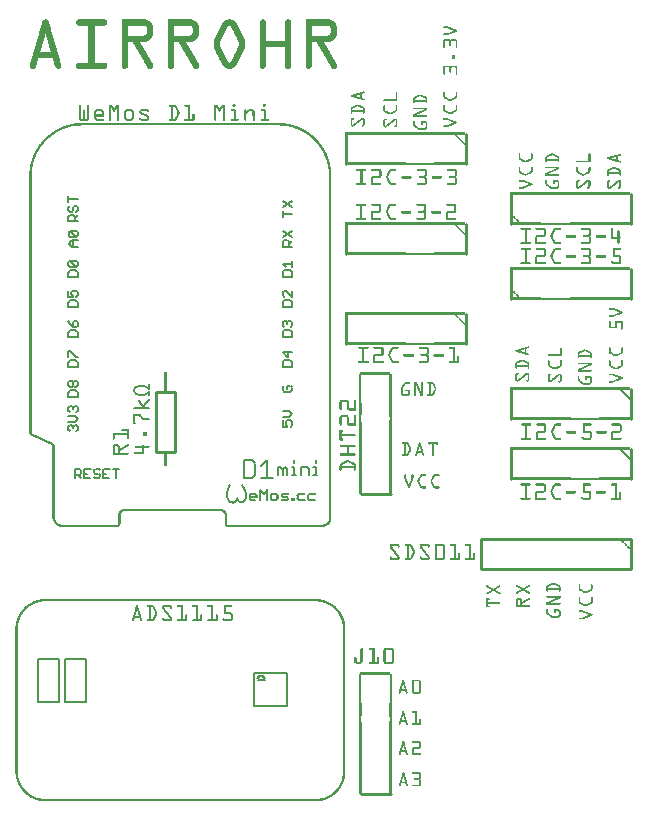
<source format=gto>
G04 MADE WITH FRITZING*
G04 WWW.FRITZING.ORG*
G04 DOUBLE SIDED*
G04 HOLES PLATED*
G04 CONTOUR ON CENTER OF CONTOUR VECTOR*
%ASAXBY*%
%FSLAX23Y23*%
%MOIN*%
%OFA0B0*%
%SFA1.0B1.0*%
%ADD10C,0.005000*%
%ADD11C,0.008000*%
%ADD12C,0.010000*%
%ADD13C,0.005556*%
%ADD14C,0.006944*%
%ADD15R,0.001000X0.001000*%
%LNSILK1*%
G90*
G70*
G54D10*
X331Y547D02*
X402Y547D01*
D02*
X402Y547D02*
X402Y405D01*
D02*
X402Y405D02*
X331Y405D01*
D02*
X331Y405D02*
X331Y547D01*
D02*
X421Y547D02*
X492Y547D01*
D02*
X492Y547D02*
X492Y405D01*
D02*
X492Y405D02*
X421Y405D01*
D02*
X421Y405D02*
X421Y547D01*
G54D11*
D02*
X1161Y501D02*
X1161Y391D01*
D02*
X1161Y391D02*
X1051Y391D01*
D02*
X1051Y391D02*
X1051Y501D01*
D02*
X1051Y501D02*
X1161Y501D01*
D02*
X1086Y478D02*
X1063Y478D01*
G54D12*
D02*
X1406Y96D02*
X1506Y96D01*
D02*
X789Y1437D02*
X789Y1237D01*
D02*
X789Y1237D02*
X723Y1237D01*
D02*
X723Y1237D02*
X723Y1437D01*
D02*
X723Y1437D02*
X789Y1437D01*
D02*
X2306Y1747D02*
X2306Y1847D01*
D02*
X1906Y1847D02*
X1906Y1747D01*
D02*
X2306Y1997D02*
X2306Y2097D01*
D02*
X1906Y2097D02*
X1906Y1997D01*
D02*
X1906Y1447D02*
X1906Y1347D01*
D02*
X2306Y1347D02*
X2306Y1447D01*
G54D10*
D02*
X2271Y1447D02*
X2306Y1412D01*
G54D12*
D02*
X1356Y1996D02*
X1356Y1896D01*
D02*
X1756Y1896D02*
X1756Y1996D01*
D02*
X1356Y1696D02*
X1356Y1596D01*
D02*
X1756Y1596D02*
X1756Y1696D01*
D02*
X1356Y2296D02*
X1356Y2196D01*
D02*
X1756Y2196D02*
X1756Y2296D01*
D02*
X1906Y1247D02*
X1906Y1147D01*
D02*
X2306Y1147D02*
X2306Y1247D01*
G54D10*
D02*
X2271Y1247D02*
X2306Y1212D01*
G54D12*
D02*
X1406Y1097D02*
X1506Y1097D01*
D02*
X2306Y947D02*
X1806Y947D01*
D02*
X1806Y947D02*
X1806Y847D01*
D02*
X1806Y847D02*
X2306Y847D01*
D02*
X2306Y847D02*
X2306Y947D01*
G54D13*
X464Y2006D02*
X433Y2006D01*
X432Y2006D02*
X432Y2021D01*
X432Y2021D02*
X437Y2026D01*
X438Y2027D02*
X448Y2027D01*
X449Y2027D02*
X453Y2022D01*
X453Y2021D02*
X453Y2006D01*
X453Y2016D02*
X463Y2026D01*
X438Y2058D02*
X433Y2053D01*
X432Y2053D02*
X432Y2044D01*
X432Y2043D02*
X437Y2038D01*
X438Y2038D02*
X443Y2038D01*
X443Y2038D02*
X448Y2043D01*
X449Y2043D02*
X449Y2052D01*
X449Y2053D02*
X453Y2058D01*
X453Y2058D02*
X458Y2058D01*
X459Y2058D02*
X464Y2053D01*
X464Y2053D02*
X464Y2044D01*
X464Y2043D02*
X459Y2038D01*
X464Y2080D02*
X433Y2080D01*
X432Y2069D02*
X432Y2089D01*
D02*
X463Y1922D02*
X443Y1922D01*
X443Y1922D02*
X434Y1931D01*
X433Y1932D02*
X442Y1942D01*
X443Y1943D02*
X463Y1943D01*
X448Y1922D02*
X448Y1942D01*
X459Y1953D02*
X438Y1953D01*
X437Y1953D02*
X433Y1958D01*
X433Y1959D02*
X433Y1968D01*
X433Y1969D02*
X437Y1974D01*
X437Y1974D02*
X458Y1974D01*
X459Y1974D02*
X463Y1969D01*
X463Y1969D02*
X463Y1960D01*
X463Y1959D02*
X459Y1954D01*
X459Y1953D02*
X438Y1973D01*
D02*
X432Y1822D02*
X463Y1822D01*
X464Y1822D02*
X464Y1837D01*
X464Y1837D02*
X459Y1842D01*
X459Y1843D02*
X438Y1843D01*
X438Y1843D02*
X433Y1838D01*
X432Y1837D02*
X432Y1822D01*
X459Y1853D02*
X438Y1853D01*
X438Y1853D02*
X433Y1858D01*
X432Y1859D02*
X432Y1868D01*
X432Y1869D02*
X437Y1874D01*
X438Y1874D02*
X458Y1874D01*
X459Y1874D02*
X464Y1869D01*
X464Y1869D02*
X464Y1860D01*
X464Y1859D02*
X459Y1854D01*
X459Y1853D02*
X438Y1874D01*
D02*
X432Y1722D02*
X463Y1722D01*
X464Y1722D02*
X464Y1737D01*
X464Y1737D02*
X459Y1742D01*
X459Y1743D02*
X438Y1743D01*
X438Y1743D02*
X433Y1738D01*
X432Y1737D02*
X432Y1722D01*
X432Y1774D02*
X432Y1754D01*
X432Y1753D02*
X447Y1753D01*
X448Y1753D02*
X443Y1763D01*
X442Y1764D02*
X442Y1768D01*
X442Y1769D02*
X447Y1774D01*
X448Y1774D02*
X458Y1774D01*
X459Y1774D02*
X464Y1769D01*
X464Y1769D02*
X464Y1760D01*
X464Y1759D02*
X459Y1754D01*
D02*
X432Y1622D02*
X463Y1622D01*
X464Y1622D02*
X464Y1637D01*
X464Y1637D02*
X459Y1642D01*
X459Y1643D02*
X438Y1643D01*
X438Y1643D02*
X433Y1638D01*
X432Y1637D02*
X432Y1622D01*
X432Y1674D02*
X437Y1665D01*
X438Y1664D02*
X448Y1654D01*
X449Y1653D02*
X458Y1653D01*
X459Y1653D02*
X464Y1658D01*
X464Y1659D02*
X464Y1668D01*
X464Y1669D02*
X459Y1674D01*
X459Y1674D02*
X454Y1674D01*
X453Y1674D02*
X449Y1669D01*
X449Y1669D02*
X449Y1654D01*
D02*
X432Y1522D02*
X463Y1522D01*
X464Y1522D02*
X464Y1537D01*
X464Y1537D02*
X459Y1542D01*
X459Y1543D02*
X438Y1543D01*
X438Y1543D02*
X433Y1538D01*
X432Y1537D02*
X432Y1522D01*
X432Y1553D02*
X432Y1573D01*
X432Y1574D02*
X438Y1574D01*
X438Y1574D02*
X458Y1554D01*
X459Y1553D02*
X464Y1553D01*
D02*
X432Y1422D02*
X463Y1422D01*
X464Y1422D02*
X464Y1437D01*
X464Y1437D02*
X459Y1442D01*
X459Y1443D02*
X438Y1443D01*
X438Y1443D02*
X433Y1438D01*
X432Y1437D02*
X432Y1422D01*
X438Y1453D02*
X433Y1458D01*
X432Y1459D02*
X432Y1468D01*
X432Y1469D02*
X437Y1474D01*
X438Y1474D02*
X443Y1474D01*
X443Y1474D02*
X448Y1469D01*
X449Y1469D02*
X454Y1474D01*
X454Y1474D02*
X458Y1474D01*
X459Y1474D02*
X464Y1469D01*
X464Y1469D02*
X464Y1460D01*
X464Y1459D02*
X459Y1454D01*
X459Y1453D02*
X455Y1453D01*
X454Y1453D02*
X449Y1458D01*
X449Y1459D02*
X444Y1454D01*
X443Y1453D02*
X438Y1453D01*
X449Y1459D02*
X449Y1468D01*
D02*
X438Y1306D02*
X433Y1311D01*
X432Y1312D02*
X432Y1321D01*
X432Y1321D02*
X437Y1326D01*
X438Y1327D02*
X442Y1327D01*
X442Y1327D02*
X447Y1322D01*
X448Y1321D02*
X448Y1316D01*
X448Y1321D02*
X453Y1326D01*
X453Y1327D02*
X458Y1327D01*
X459Y1327D02*
X464Y1322D01*
X464Y1321D02*
X464Y1312D01*
X464Y1312D02*
X459Y1307D01*
X432Y1338D02*
X452Y1338D01*
X453Y1338D02*
X463Y1348D01*
X464Y1348D02*
X454Y1357D01*
X453Y1358D02*
X432Y1358D01*
X438Y1369D02*
X433Y1374D01*
X432Y1374D02*
X432Y1385D01*
X432Y1385D02*
X437Y1389D01*
X438Y1390D02*
X442Y1390D01*
X442Y1390D02*
X447Y1386D01*
X448Y1385D02*
X448Y1380D01*
X448Y1385D02*
X453Y1389D01*
X453Y1390D02*
X458Y1390D01*
X459Y1390D02*
X464Y1386D01*
X464Y1385D02*
X464Y1375D01*
X464Y1374D02*
X459Y1369D01*
D02*
X1146Y1343D02*
X1146Y1323D01*
X1146Y1322D02*
X1161Y1322D01*
X1162Y1322D02*
X1157Y1331D01*
X1156Y1332D02*
X1156Y1337D01*
X1156Y1337D02*
X1161Y1342D01*
X1162Y1343D02*
X1172Y1343D01*
X1172Y1343D02*
X1177Y1338D01*
X1178Y1337D02*
X1178Y1328D01*
X1178Y1327D02*
X1173Y1322D01*
X1146Y1353D02*
X1166Y1353D01*
X1167Y1353D02*
X1177Y1363D01*
X1178Y1364D02*
X1168Y1373D01*
X1167Y1374D02*
X1147Y1374D01*
D02*
X1152Y1458D02*
X1147Y1453D01*
X1146Y1453D02*
X1146Y1444D01*
X1146Y1443D02*
X1151Y1438D01*
X1152Y1438D02*
X1172Y1438D01*
X1172Y1438D02*
X1177Y1443D01*
X1178Y1443D02*
X1178Y1452D01*
X1178Y1453D02*
X1173Y1458D01*
X1172Y1458D02*
X1162Y1458D01*
X1162Y1458D02*
X1162Y1448D01*
D02*
X1146Y1522D02*
X1177Y1522D01*
X1178Y1522D02*
X1178Y1537D01*
X1178Y1537D02*
X1173Y1542D01*
X1172Y1543D02*
X1152Y1543D01*
X1152Y1543D02*
X1147Y1538D01*
X1146Y1537D02*
X1146Y1522D01*
X1178Y1569D02*
X1147Y1569D01*
X1146Y1569D02*
X1162Y1554D01*
X1163Y1553D02*
X1163Y1573D01*
D02*
X1146Y1622D02*
X1177Y1622D01*
X1178Y1622D02*
X1178Y1637D01*
X1178Y1637D02*
X1173Y1642D01*
X1172Y1643D02*
X1152Y1643D01*
X1152Y1643D02*
X1147Y1638D01*
X1146Y1637D02*
X1146Y1622D01*
X1152Y1653D02*
X1147Y1658D01*
X1146Y1659D02*
X1146Y1668D01*
X1146Y1669D02*
X1151Y1674D01*
X1152Y1674D02*
X1156Y1674D01*
X1156Y1674D02*
X1161Y1669D01*
X1162Y1669D02*
X1162Y1665D01*
X1162Y1669D02*
X1167Y1674D01*
X1167Y1674D02*
X1172Y1674D01*
X1172Y1674D02*
X1177Y1669D01*
X1178Y1669D02*
X1178Y1660D01*
X1178Y1659D02*
X1173Y1654D01*
D02*
X1146Y1722D02*
X1177Y1722D01*
X1178Y1722D02*
X1178Y1737D01*
X1178Y1737D02*
X1173Y1742D01*
X1172Y1743D02*
X1152Y1743D01*
X1152Y1743D02*
X1147Y1738D01*
X1146Y1737D02*
X1146Y1722D01*
X1178Y1774D02*
X1178Y1754D01*
X1178Y1753D02*
X1158Y1773D01*
X1157Y1774D02*
X1152Y1774D01*
X1152Y1774D02*
X1147Y1769D01*
X1146Y1769D02*
X1146Y1760D01*
X1146Y1759D02*
X1151Y1754D01*
D02*
X1147Y1822D02*
X1177Y1822D01*
X1177Y1822D02*
X1177Y1837D01*
X1177Y1837D02*
X1173Y1842D01*
X1173Y1843D02*
X1152Y1843D01*
X1151Y1843D02*
X1147Y1838D01*
X1147Y1837D02*
X1147Y1822D01*
X1157Y1853D02*
X1148Y1863D01*
X1147Y1864D02*
X1177Y1864D01*
X1177Y1853D02*
X1177Y1873D01*
D02*
X1178Y1922D02*
X1147Y1922D01*
X1146Y1922D02*
X1146Y1937D01*
X1146Y1937D02*
X1151Y1942D01*
X1152Y1943D02*
X1162Y1943D01*
X1163Y1943D02*
X1167Y1938D01*
X1167Y1937D02*
X1167Y1922D01*
X1167Y1932D02*
X1177Y1942D01*
X1146Y1953D02*
X1177Y1973D01*
X1146Y1974D02*
X1177Y1954D01*
D02*
X1177Y2032D02*
X1147Y2032D01*
X1147Y2022D02*
X1147Y2042D01*
X1147Y2053D02*
X1177Y2073D01*
X1147Y2074D02*
X1177Y2054D01*
D02*
X454Y1150D02*
X454Y1181D01*
X454Y1181D02*
X469Y1181D01*
X469Y1181D02*
X474Y1176D01*
X475Y1176D02*
X475Y1166D01*
X475Y1165D02*
X470Y1160D01*
X469Y1160D02*
X454Y1160D01*
X464Y1160D02*
X474Y1151D01*
X506Y1181D02*
X485Y1181D01*
X485Y1181D02*
X485Y1150D01*
X485Y1150D02*
X505Y1150D01*
X485Y1165D02*
X495Y1165D01*
X538Y1176D02*
X533Y1181D01*
X533Y1181D02*
X523Y1181D01*
X522Y1181D02*
X517Y1176D01*
X517Y1176D02*
X517Y1171D01*
X517Y1170D02*
X522Y1165D01*
X522Y1165D02*
X532Y1165D01*
X533Y1165D02*
X538Y1160D01*
X538Y1160D02*
X538Y1156D01*
X538Y1155D02*
X533Y1150D01*
X533Y1150D02*
X523Y1150D01*
X522Y1150D02*
X517Y1155D01*
X570Y1181D02*
X550Y1181D01*
X549Y1181D02*
X549Y1150D01*
X549Y1150D02*
X569Y1150D01*
X549Y1165D02*
X558Y1165D01*
X591Y1150D02*
X591Y1181D01*
X580Y1181D02*
X600Y1181D01*
D02*
G54D14*
X1016Y1209D02*
X1016Y1151D01*
X1016Y1150D02*
X1044Y1150D01*
X1045Y1150D02*
X1055Y1160D01*
X1055Y1160D02*
X1055Y1198D01*
X1055Y1199D02*
X1045Y1209D01*
X1045Y1209D02*
X1016Y1209D01*
X1075Y1189D02*
X1095Y1209D01*
X1095Y1209D02*
X1095Y1151D01*
X1075Y1150D02*
X1114Y1150D01*
D02*
X1132Y1159D02*
X1132Y1187D01*
X1132Y1188D02*
X1139Y1188D01*
X1139Y1188D02*
X1145Y1181D01*
X1146Y1180D02*
X1146Y1159D01*
X1146Y1180D02*
X1153Y1187D01*
X1153Y1188D02*
X1160Y1181D01*
X1161Y1180D02*
X1161Y1159D01*
X1176Y1188D02*
X1183Y1188D01*
X1183Y1188D02*
X1183Y1160D01*
X1176Y1159D02*
X1191Y1159D01*
X1183Y1209D02*
X1183Y1202D01*
X1206Y1159D02*
X1206Y1187D01*
X1206Y1188D02*
X1227Y1188D01*
X1227Y1188D02*
X1234Y1181D01*
X1234Y1180D02*
X1234Y1159D01*
X1249Y1188D02*
X1256Y1188D01*
X1257Y1188D02*
X1257Y1160D01*
X1249Y1159D02*
X1262Y1159D01*
X1257Y1209D02*
X1257Y1202D01*
D02*
G54D15*
X353Y2679D02*
X359Y2679D01*
X464Y2679D02*
X554Y2679D01*
X610Y2679D02*
X689Y2679D01*
X763Y2679D02*
X842Y2679D01*
X963Y2679D02*
X974Y2679D01*
X1077Y2679D02*
X1083Y2679D01*
X1161Y2679D02*
X1167Y2679D01*
X1223Y2679D02*
X1302Y2679D01*
X351Y2678D02*
X361Y2678D01*
X462Y2678D02*
X556Y2678D01*
X610Y2678D02*
X693Y2678D01*
X763Y2678D02*
X846Y2678D01*
X960Y2678D02*
X978Y2678D01*
X1075Y2678D02*
X1085Y2678D01*
X1159Y2678D02*
X1169Y2678D01*
X1223Y2678D02*
X1306Y2678D01*
X349Y2677D02*
X363Y2677D01*
X461Y2677D02*
X558Y2677D01*
X610Y2677D02*
X695Y2677D01*
X763Y2677D02*
X849Y2677D01*
X957Y2677D02*
X980Y2677D01*
X1073Y2677D02*
X1086Y2677D01*
X1158Y2677D02*
X1171Y2677D01*
X1223Y2677D02*
X1308Y2677D01*
X348Y2676D02*
X364Y2676D01*
X460Y2676D02*
X559Y2676D01*
X610Y2676D02*
X697Y2676D01*
X763Y2676D02*
X851Y2676D01*
X956Y2676D02*
X982Y2676D01*
X1073Y2676D02*
X1087Y2676D01*
X1157Y2676D02*
X1172Y2676D01*
X1223Y2676D02*
X1310Y2676D01*
X348Y2675D02*
X364Y2675D01*
X459Y2675D02*
X560Y2675D01*
X610Y2675D02*
X699Y2675D01*
X763Y2675D02*
X852Y2675D01*
X954Y2675D02*
X984Y2675D01*
X1072Y2675D02*
X1088Y2675D01*
X1156Y2675D02*
X1172Y2675D01*
X1223Y2675D02*
X1312Y2675D01*
X347Y2674D02*
X365Y2674D01*
X458Y2674D02*
X560Y2674D01*
X610Y2674D02*
X701Y2674D01*
X763Y2674D02*
X854Y2674D01*
X953Y2674D02*
X985Y2674D01*
X1071Y2674D02*
X1089Y2674D01*
X1155Y2674D02*
X1173Y2674D01*
X1223Y2674D02*
X1313Y2674D01*
X346Y2673D02*
X365Y2673D01*
X458Y2673D02*
X561Y2673D01*
X610Y2673D02*
X702Y2673D01*
X763Y2673D02*
X855Y2673D01*
X951Y2673D02*
X986Y2673D01*
X1071Y2673D02*
X1089Y2673D01*
X1155Y2673D02*
X1174Y2673D01*
X1223Y2673D02*
X1315Y2673D01*
X346Y2672D02*
X366Y2672D01*
X457Y2672D02*
X561Y2672D01*
X610Y2672D02*
X703Y2672D01*
X763Y2672D02*
X856Y2672D01*
X950Y2672D02*
X987Y2672D01*
X1070Y2672D02*
X1090Y2672D01*
X1154Y2672D02*
X1174Y2672D01*
X1223Y2672D02*
X1316Y2672D01*
X346Y2671D02*
X366Y2671D01*
X457Y2671D02*
X561Y2671D01*
X610Y2671D02*
X704Y2671D01*
X763Y2671D02*
X857Y2671D01*
X949Y2671D02*
X988Y2671D01*
X1070Y2671D02*
X1090Y2671D01*
X1154Y2671D02*
X1174Y2671D01*
X1223Y2671D02*
X1317Y2671D01*
X346Y2670D02*
X366Y2670D01*
X457Y2670D02*
X561Y2670D01*
X610Y2670D02*
X705Y2670D01*
X763Y2670D02*
X858Y2670D01*
X948Y2670D02*
X989Y2670D01*
X1070Y2670D02*
X1090Y2670D01*
X1154Y2670D02*
X1174Y2670D01*
X1223Y2670D02*
X1318Y2670D01*
X345Y2669D02*
X367Y2669D01*
X457Y2669D02*
X561Y2669D01*
X610Y2669D02*
X706Y2669D01*
X763Y2669D02*
X859Y2669D01*
X947Y2669D02*
X990Y2669D01*
X1070Y2669D02*
X1090Y2669D01*
X1154Y2669D02*
X1174Y2669D01*
X1223Y2669D02*
X1319Y2669D01*
X345Y2668D02*
X367Y2668D01*
X457Y2668D02*
X561Y2668D01*
X610Y2668D02*
X707Y2668D01*
X763Y2668D02*
X860Y2668D01*
X947Y2668D02*
X991Y2668D01*
X1070Y2668D02*
X1090Y2668D01*
X1154Y2668D02*
X1174Y2668D01*
X1223Y2668D02*
X1320Y2668D01*
X345Y2667D02*
X367Y2667D01*
X457Y2667D02*
X561Y2667D01*
X610Y2667D02*
X708Y2667D01*
X763Y2667D02*
X861Y2667D01*
X946Y2667D02*
X992Y2667D01*
X1070Y2667D02*
X1090Y2667D01*
X1154Y2667D02*
X1174Y2667D01*
X1223Y2667D02*
X1321Y2667D01*
X344Y2666D02*
X367Y2666D01*
X457Y2666D02*
X561Y2666D01*
X610Y2666D02*
X709Y2666D01*
X763Y2666D02*
X862Y2666D01*
X945Y2666D02*
X992Y2666D01*
X1070Y2666D02*
X1090Y2666D01*
X1154Y2666D02*
X1174Y2666D01*
X1223Y2666D02*
X1322Y2666D01*
X344Y2665D02*
X368Y2665D01*
X458Y2665D02*
X561Y2665D01*
X610Y2665D02*
X709Y2665D01*
X763Y2665D02*
X863Y2665D01*
X945Y2665D02*
X993Y2665D01*
X1070Y2665D02*
X1090Y2665D01*
X1154Y2665D02*
X1174Y2665D01*
X1223Y2665D02*
X1322Y2665D01*
X344Y2664D02*
X368Y2664D01*
X458Y2664D02*
X560Y2664D01*
X610Y2664D02*
X710Y2664D01*
X763Y2664D02*
X863Y2664D01*
X944Y2664D02*
X993Y2664D01*
X1070Y2664D02*
X1090Y2664D01*
X1154Y2664D02*
X1174Y2664D01*
X1223Y2664D02*
X1323Y2664D01*
X343Y2663D02*
X368Y2663D01*
X459Y2663D02*
X560Y2663D01*
X610Y2663D02*
X711Y2663D01*
X763Y2663D02*
X864Y2663D01*
X944Y2663D02*
X994Y2663D01*
X1070Y2663D02*
X1090Y2663D01*
X1154Y2663D02*
X1174Y2663D01*
X1223Y2663D02*
X1324Y2663D01*
X343Y2662D02*
X369Y2662D01*
X460Y2662D02*
X559Y2662D01*
X610Y2662D02*
X711Y2662D01*
X763Y2662D02*
X864Y2662D01*
X943Y2662D02*
X994Y2662D01*
X1070Y2662D02*
X1090Y2662D01*
X1154Y2662D02*
X1174Y2662D01*
X1223Y2662D02*
X1324Y2662D01*
X343Y2661D02*
X369Y2661D01*
X461Y2661D02*
X558Y2661D01*
X610Y2661D02*
X712Y2661D01*
X763Y2661D02*
X865Y2661D01*
X943Y2661D02*
X995Y2661D01*
X1070Y2661D02*
X1090Y2661D01*
X1154Y2661D02*
X1174Y2661D01*
X1223Y2661D02*
X1325Y2661D01*
X343Y2660D02*
X369Y2660D01*
X462Y2660D02*
X557Y2660D01*
X610Y2660D02*
X712Y2660D01*
X763Y2660D02*
X865Y2660D01*
X942Y2660D02*
X995Y2660D01*
X1070Y2660D02*
X1090Y2660D01*
X1154Y2660D02*
X1174Y2660D01*
X1223Y2660D02*
X1325Y2660D01*
X342Y2659D02*
X369Y2659D01*
X464Y2659D02*
X555Y2659D01*
X610Y2659D02*
X713Y2659D01*
X763Y2659D02*
X866Y2659D01*
X942Y2659D02*
X996Y2659D01*
X1070Y2659D02*
X1090Y2659D01*
X1154Y2659D02*
X1174Y2659D01*
X1223Y2659D02*
X1325Y2659D01*
X342Y2658D02*
X370Y2658D01*
X499Y2658D02*
X519Y2658D01*
X610Y2658D02*
X631Y2658D01*
X686Y2658D02*
X713Y2658D01*
X763Y2658D02*
X784Y2658D01*
X839Y2658D02*
X866Y2658D01*
X941Y2658D02*
X966Y2658D01*
X971Y2658D02*
X996Y2658D01*
X1070Y2658D02*
X1090Y2658D01*
X1154Y2658D02*
X1174Y2658D01*
X1223Y2658D02*
X1244Y2658D01*
X1299Y2658D02*
X1326Y2658D01*
X342Y2657D02*
X370Y2657D01*
X499Y2657D02*
X519Y2657D01*
X610Y2657D02*
X631Y2657D01*
X688Y2657D02*
X713Y2657D01*
X763Y2657D02*
X784Y2657D01*
X842Y2657D02*
X867Y2657D01*
X941Y2657D02*
X965Y2657D01*
X973Y2657D02*
X997Y2657D01*
X1070Y2657D02*
X1090Y2657D01*
X1154Y2657D02*
X1174Y2657D01*
X1223Y2657D02*
X1243Y2657D01*
X1301Y2657D02*
X1326Y2657D01*
X341Y2656D02*
X370Y2656D01*
X499Y2656D02*
X519Y2656D01*
X610Y2656D02*
X631Y2656D01*
X690Y2656D02*
X714Y2656D01*
X763Y2656D02*
X784Y2656D01*
X843Y2656D02*
X867Y2656D01*
X940Y2656D02*
X964Y2656D01*
X974Y2656D02*
X997Y2656D01*
X1070Y2656D02*
X1090Y2656D01*
X1154Y2656D02*
X1174Y2656D01*
X1223Y2656D02*
X1243Y2656D01*
X1303Y2656D02*
X1326Y2656D01*
X1683Y2656D02*
X1696Y2656D01*
X341Y2655D02*
X371Y2655D01*
X499Y2655D02*
X519Y2655D01*
X610Y2655D02*
X631Y2655D01*
X691Y2655D02*
X714Y2655D01*
X763Y2655D02*
X784Y2655D01*
X844Y2655D02*
X867Y2655D01*
X940Y2655D02*
X963Y2655D01*
X975Y2655D02*
X998Y2655D01*
X1070Y2655D02*
X1090Y2655D01*
X1154Y2655D02*
X1174Y2655D01*
X1223Y2655D02*
X1243Y2655D01*
X1304Y2655D02*
X1327Y2655D01*
X1682Y2655D02*
X1699Y2655D01*
X341Y2654D02*
X371Y2654D01*
X499Y2654D02*
X519Y2654D01*
X610Y2654D02*
X631Y2654D01*
X692Y2654D02*
X714Y2654D01*
X763Y2654D02*
X784Y2654D01*
X845Y2654D02*
X867Y2654D01*
X939Y2654D02*
X962Y2654D01*
X975Y2654D02*
X998Y2654D01*
X1070Y2654D02*
X1090Y2654D01*
X1154Y2654D02*
X1174Y2654D01*
X1223Y2654D02*
X1243Y2654D01*
X1305Y2654D02*
X1327Y2654D01*
X1682Y2654D02*
X1701Y2654D01*
X341Y2653D02*
X371Y2653D01*
X499Y2653D02*
X519Y2653D01*
X610Y2653D02*
X631Y2653D01*
X693Y2653D02*
X714Y2653D01*
X763Y2653D02*
X784Y2653D01*
X846Y2653D02*
X867Y2653D01*
X939Y2653D02*
X962Y2653D01*
X976Y2653D02*
X999Y2653D01*
X1070Y2653D02*
X1090Y2653D01*
X1154Y2653D02*
X1174Y2653D01*
X1223Y2653D02*
X1243Y2653D01*
X1306Y2653D02*
X1327Y2653D01*
X1682Y2653D02*
X1704Y2653D01*
X340Y2652D02*
X372Y2652D01*
X499Y2652D02*
X519Y2652D01*
X610Y2652D02*
X631Y2652D01*
X693Y2652D02*
X714Y2652D01*
X763Y2652D02*
X784Y2652D01*
X846Y2652D02*
X868Y2652D01*
X938Y2652D02*
X961Y2652D01*
X976Y2652D02*
X999Y2652D01*
X1070Y2652D02*
X1090Y2652D01*
X1154Y2652D02*
X1174Y2652D01*
X1223Y2652D02*
X1243Y2652D01*
X1306Y2652D02*
X1327Y2652D01*
X1682Y2652D02*
X1706Y2652D01*
X340Y2651D02*
X372Y2651D01*
X499Y2651D02*
X519Y2651D01*
X610Y2651D02*
X631Y2651D01*
X694Y2651D02*
X715Y2651D01*
X763Y2651D02*
X784Y2651D01*
X847Y2651D02*
X868Y2651D01*
X938Y2651D02*
X961Y2651D01*
X977Y2651D02*
X1000Y2651D01*
X1070Y2651D02*
X1090Y2651D01*
X1154Y2651D02*
X1174Y2651D01*
X1223Y2651D02*
X1243Y2651D01*
X1307Y2651D02*
X1327Y2651D01*
X1683Y2651D02*
X1709Y2651D01*
X340Y2650D02*
X372Y2650D01*
X499Y2650D02*
X519Y2650D01*
X610Y2650D02*
X631Y2650D01*
X694Y2650D02*
X715Y2650D01*
X763Y2650D02*
X784Y2650D01*
X847Y2650D02*
X868Y2650D01*
X937Y2650D02*
X960Y2650D01*
X977Y2650D02*
X1000Y2650D01*
X1070Y2650D02*
X1090Y2650D01*
X1154Y2650D02*
X1174Y2650D01*
X1223Y2650D02*
X1243Y2650D01*
X1307Y2650D02*
X1327Y2650D01*
X1696Y2650D02*
X1712Y2650D01*
X339Y2649D02*
X372Y2649D01*
X499Y2649D02*
X519Y2649D01*
X610Y2649D02*
X631Y2649D01*
X694Y2649D02*
X715Y2649D01*
X763Y2649D02*
X784Y2649D01*
X847Y2649D02*
X868Y2649D01*
X937Y2649D02*
X960Y2649D01*
X978Y2649D02*
X1001Y2649D01*
X1070Y2649D02*
X1090Y2649D01*
X1154Y2649D02*
X1174Y2649D01*
X1223Y2649D02*
X1243Y2649D01*
X1307Y2649D02*
X1328Y2649D01*
X1698Y2649D02*
X1714Y2649D01*
X339Y2648D02*
X373Y2648D01*
X499Y2648D02*
X519Y2648D01*
X610Y2648D02*
X631Y2648D01*
X694Y2648D02*
X715Y2648D01*
X763Y2648D02*
X784Y2648D01*
X847Y2648D02*
X868Y2648D01*
X936Y2648D02*
X959Y2648D01*
X978Y2648D02*
X1001Y2648D01*
X1070Y2648D02*
X1090Y2648D01*
X1154Y2648D02*
X1174Y2648D01*
X1223Y2648D02*
X1243Y2648D01*
X1307Y2648D02*
X1328Y2648D01*
X1701Y2648D02*
X1717Y2648D01*
X339Y2647D02*
X373Y2647D01*
X499Y2647D02*
X519Y2647D01*
X610Y2647D02*
X631Y2647D01*
X694Y2647D02*
X715Y2647D01*
X763Y2647D02*
X784Y2647D01*
X848Y2647D02*
X868Y2647D01*
X936Y2647D02*
X959Y2647D01*
X979Y2647D02*
X1002Y2647D01*
X1070Y2647D02*
X1090Y2647D01*
X1154Y2647D02*
X1174Y2647D01*
X1223Y2647D02*
X1243Y2647D01*
X1307Y2647D02*
X1328Y2647D01*
X1703Y2647D02*
X1719Y2647D01*
X338Y2646D02*
X373Y2646D01*
X499Y2646D02*
X519Y2646D01*
X610Y2646D02*
X631Y2646D01*
X694Y2646D02*
X715Y2646D01*
X763Y2646D02*
X784Y2646D01*
X848Y2646D02*
X868Y2646D01*
X935Y2646D02*
X958Y2646D01*
X979Y2646D02*
X1002Y2646D01*
X1070Y2646D02*
X1090Y2646D01*
X1154Y2646D02*
X1174Y2646D01*
X1223Y2646D02*
X1243Y2646D01*
X1307Y2646D02*
X1328Y2646D01*
X1706Y2646D02*
X1722Y2646D01*
X338Y2645D02*
X374Y2645D01*
X499Y2645D02*
X519Y2645D01*
X610Y2645D02*
X631Y2645D01*
X694Y2645D02*
X715Y2645D01*
X763Y2645D02*
X784Y2645D01*
X848Y2645D02*
X868Y2645D01*
X935Y2645D02*
X958Y2645D01*
X980Y2645D02*
X1003Y2645D01*
X1070Y2645D02*
X1090Y2645D01*
X1154Y2645D02*
X1174Y2645D01*
X1223Y2645D02*
X1243Y2645D01*
X1307Y2645D02*
X1328Y2645D01*
X1708Y2645D02*
X1724Y2645D01*
X338Y2644D02*
X374Y2644D01*
X499Y2644D02*
X519Y2644D01*
X610Y2644D02*
X631Y2644D01*
X694Y2644D02*
X715Y2644D01*
X763Y2644D02*
X784Y2644D01*
X848Y2644D02*
X868Y2644D01*
X934Y2644D02*
X957Y2644D01*
X980Y2644D02*
X1003Y2644D01*
X1070Y2644D02*
X1090Y2644D01*
X1154Y2644D02*
X1174Y2644D01*
X1223Y2644D02*
X1243Y2644D01*
X1307Y2644D02*
X1328Y2644D01*
X1711Y2644D02*
X1727Y2644D01*
X338Y2643D02*
X374Y2643D01*
X499Y2643D02*
X519Y2643D01*
X610Y2643D02*
X631Y2643D01*
X694Y2643D02*
X715Y2643D01*
X763Y2643D02*
X784Y2643D01*
X848Y2643D02*
X868Y2643D01*
X934Y2643D02*
X957Y2643D01*
X981Y2643D02*
X1004Y2643D01*
X1070Y2643D02*
X1090Y2643D01*
X1154Y2643D02*
X1174Y2643D01*
X1223Y2643D02*
X1243Y2643D01*
X1307Y2643D02*
X1328Y2643D01*
X1714Y2643D02*
X1727Y2643D01*
X337Y2642D02*
X374Y2642D01*
X499Y2642D02*
X519Y2642D01*
X610Y2642D02*
X631Y2642D01*
X694Y2642D02*
X715Y2642D01*
X763Y2642D02*
X784Y2642D01*
X848Y2642D02*
X868Y2642D01*
X933Y2642D02*
X956Y2642D01*
X981Y2642D02*
X1004Y2642D01*
X1070Y2642D02*
X1090Y2642D01*
X1154Y2642D02*
X1174Y2642D01*
X1223Y2642D02*
X1243Y2642D01*
X1307Y2642D02*
X1328Y2642D01*
X1716Y2642D02*
X1728Y2642D01*
X337Y2641D02*
X375Y2641D01*
X499Y2641D02*
X519Y2641D01*
X610Y2641D02*
X631Y2641D01*
X694Y2641D02*
X715Y2641D01*
X763Y2641D02*
X784Y2641D01*
X848Y2641D02*
X868Y2641D01*
X933Y2641D02*
X956Y2641D01*
X982Y2641D02*
X1005Y2641D01*
X1070Y2641D02*
X1090Y2641D01*
X1154Y2641D02*
X1174Y2641D01*
X1223Y2641D02*
X1243Y2641D01*
X1307Y2641D02*
X1328Y2641D01*
X1716Y2641D02*
X1728Y2641D01*
X337Y2640D02*
X375Y2640D01*
X499Y2640D02*
X519Y2640D01*
X610Y2640D02*
X631Y2640D01*
X694Y2640D02*
X715Y2640D01*
X763Y2640D02*
X784Y2640D01*
X848Y2640D02*
X868Y2640D01*
X932Y2640D02*
X955Y2640D01*
X982Y2640D02*
X1005Y2640D01*
X1070Y2640D02*
X1090Y2640D01*
X1154Y2640D02*
X1174Y2640D01*
X1223Y2640D02*
X1243Y2640D01*
X1307Y2640D02*
X1328Y2640D01*
X1713Y2640D02*
X1727Y2640D01*
X336Y2639D02*
X375Y2639D01*
X499Y2639D02*
X519Y2639D01*
X610Y2639D02*
X631Y2639D01*
X694Y2639D02*
X715Y2639D01*
X763Y2639D02*
X784Y2639D01*
X848Y2639D02*
X868Y2639D01*
X932Y2639D02*
X955Y2639D01*
X983Y2639D02*
X1006Y2639D01*
X1070Y2639D02*
X1090Y2639D01*
X1154Y2639D02*
X1174Y2639D01*
X1223Y2639D02*
X1243Y2639D01*
X1307Y2639D02*
X1328Y2639D01*
X1711Y2639D02*
X1726Y2639D01*
X336Y2638D02*
X376Y2638D01*
X499Y2638D02*
X519Y2638D01*
X610Y2638D02*
X631Y2638D01*
X694Y2638D02*
X715Y2638D01*
X763Y2638D02*
X784Y2638D01*
X848Y2638D02*
X868Y2638D01*
X931Y2638D02*
X954Y2638D01*
X983Y2638D02*
X1006Y2638D01*
X1070Y2638D02*
X1090Y2638D01*
X1154Y2638D02*
X1174Y2638D01*
X1223Y2638D02*
X1243Y2638D01*
X1307Y2638D02*
X1328Y2638D01*
X1708Y2638D02*
X1724Y2638D01*
X336Y2637D02*
X376Y2637D01*
X499Y2637D02*
X519Y2637D01*
X610Y2637D02*
X631Y2637D01*
X694Y2637D02*
X715Y2637D01*
X763Y2637D02*
X784Y2637D01*
X848Y2637D02*
X868Y2637D01*
X931Y2637D02*
X954Y2637D01*
X984Y2637D02*
X1007Y2637D01*
X1070Y2637D02*
X1090Y2637D01*
X1154Y2637D02*
X1174Y2637D01*
X1223Y2637D02*
X1243Y2637D01*
X1307Y2637D02*
X1328Y2637D01*
X1706Y2637D02*
X1722Y2637D01*
X336Y2636D02*
X376Y2636D01*
X499Y2636D02*
X519Y2636D01*
X610Y2636D02*
X631Y2636D01*
X694Y2636D02*
X715Y2636D01*
X763Y2636D02*
X784Y2636D01*
X847Y2636D02*
X868Y2636D01*
X930Y2636D02*
X953Y2636D01*
X984Y2636D02*
X1007Y2636D01*
X1070Y2636D02*
X1090Y2636D01*
X1154Y2636D02*
X1174Y2636D01*
X1223Y2636D02*
X1243Y2636D01*
X1307Y2636D02*
X1328Y2636D01*
X1703Y2636D02*
X1719Y2636D01*
X335Y2635D02*
X376Y2635D01*
X499Y2635D02*
X519Y2635D01*
X610Y2635D02*
X631Y2635D01*
X694Y2635D02*
X715Y2635D01*
X763Y2635D02*
X784Y2635D01*
X847Y2635D02*
X868Y2635D01*
X930Y2635D02*
X953Y2635D01*
X985Y2635D02*
X1008Y2635D01*
X1070Y2635D02*
X1090Y2635D01*
X1154Y2635D02*
X1174Y2635D01*
X1223Y2635D02*
X1243Y2635D01*
X1307Y2635D02*
X1328Y2635D01*
X1701Y2635D02*
X1717Y2635D01*
X335Y2634D02*
X377Y2634D01*
X499Y2634D02*
X519Y2634D01*
X610Y2634D02*
X631Y2634D01*
X694Y2634D02*
X715Y2634D01*
X763Y2634D02*
X784Y2634D01*
X847Y2634D02*
X868Y2634D01*
X929Y2634D02*
X952Y2634D01*
X985Y2634D02*
X1008Y2634D01*
X1070Y2634D02*
X1090Y2634D01*
X1154Y2634D02*
X1174Y2634D01*
X1223Y2634D02*
X1243Y2634D01*
X1307Y2634D02*
X1327Y2634D01*
X1698Y2634D02*
X1714Y2634D01*
X335Y2633D02*
X377Y2633D01*
X499Y2633D02*
X519Y2633D01*
X610Y2633D02*
X631Y2633D01*
X694Y2633D02*
X715Y2633D01*
X763Y2633D02*
X784Y2633D01*
X847Y2633D02*
X868Y2633D01*
X929Y2633D02*
X952Y2633D01*
X986Y2633D02*
X1009Y2633D01*
X1070Y2633D02*
X1090Y2633D01*
X1154Y2633D02*
X1174Y2633D01*
X1223Y2633D02*
X1243Y2633D01*
X1307Y2633D02*
X1327Y2633D01*
X1695Y2633D02*
X1711Y2633D01*
X334Y2632D02*
X377Y2632D01*
X499Y2632D02*
X519Y2632D01*
X610Y2632D02*
X631Y2632D01*
X693Y2632D02*
X714Y2632D01*
X763Y2632D02*
X784Y2632D01*
X846Y2632D02*
X868Y2632D01*
X928Y2632D02*
X951Y2632D01*
X986Y2632D02*
X1009Y2632D01*
X1070Y2632D02*
X1090Y2632D01*
X1154Y2632D02*
X1174Y2632D01*
X1223Y2632D02*
X1243Y2632D01*
X1306Y2632D02*
X1327Y2632D01*
X1683Y2632D02*
X1709Y2632D01*
X334Y2631D02*
X378Y2631D01*
X499Y2631D02*
X519Y2631D01*
X610Y2631D02*
X631Y2631D01*
X693Y2631D02*
X714Y2631D01*
X763Y2631D02*
X784Y2631D01*
X846Y2631D02*
X867Y2631D01*
X928Y2631D02*
X951Y2631D01*
X987Y2631D02*
X1010Y2631D01*
X1070Y2631D02*
X1090Y2631D01*
X1154Y2631D02*
X1174Y2631D01*
X1223Y2631D02*
X1243Y2631D01*
X1306Y2631D02*
X1327Y2631D01*
X1682Y2631D02*
X1706Y2631D01*
X334Y2630D02*
X378Y2630D01*
X499Y2630D02*
X519Y2630D01*
X610Y2630D02*
X631Y2630D01*
X692Y2630D02*
X714Y2630D01*
X763Y2630D02*
X784Y2630D01*
X845Y2630D02*
X867Y2630D01*
X927Y2630D02*
X950Y2630D01*
X987Y2630D02*
X1010Y2630D01*
X1070Y2630D02*
X1090Y2630D01*
X1154Y2630D02*
X1174Y2630D01*
X1223Y2630D02*
X1243Y2630D01*
X1305Y2630D02*
X1327Y2630D01*
X1682Y2630D02*
X1704Y2630D01*
X333Y2629D02*
X355Y2629D01*
X357Y2629D02*
X378Y2629D01*
X499Y2629D02*
X519Y2629D01*
X610Y2629D02*
X631Y2629D01*
X691Y2629D02*
X714Y2629D01*
X763Y2629D02*
X784Y2629D01*
X844Y2629D02*
X867Y2629D01*
X927Y2629D02*
X950Y2629D01*
X988Y2629D02*
X1011Y2629D01*
X1070Y2629D02*
X1090Y2629D01*
X1154Y2629D02*
X1174Y2629D01*
X1223Y2629D02*
X1243Y2629D01*
X1304Y2629D02*
X1327Y2629D01*
X1682Y2629D02*
X1701Y2629D01*
X333Y2628D02*
X354Y2628D01*
X357Y2628D02*
X378Y2628D01*
X499Y2628D02*
X519Y2628D01*
X610Y2628D02*
X631Y2628D01*
X690Y2628D02*
X714Y2628D01*
X763Y2628D02*
X784Y2628D01*
X843Y2628D02*
X867Y2628D01*
X926Y2628D02*
X949Y2628D01*
X988Y2628D02*
X1011Y2628D01*
X1070Y2628D02*
X1090Y2628D01*
X1154Y2628D02*
X1174Y2628D01*
X1223Y2628D02*
X1243Y2628D01*
X1303Y2628D02*
X1326Y2628D01*
X1682Y2628D02*
X1699Y2628D01*
X333Y2627D02*
X354Y2627D01*
X357Y2627D02*
X379Y2627D01*
X499Y2627D02*
X519Y2627D01*
X610Y2627D02*
X631Y2627D01*
X688Y2627D02*
X713Y2627D01*
X763Y2627D02*
X784Y2627D01*
X842Y2627D02*
X867Y2627D01*
X926Y2627D02*
X949Y2627D01*
X989Y2627D02*
X1012Y2627D01*
X1070Y2627D02*
X1090Y2627D01*
X1154Y2627D02*
X1174Y2627D01*
X1223Y2627D02*
X1243Y2627D01*
X1301Y2627D02*
X1326Y2627D01*
X1683Y2627D02*
X1696Y2627D01*
X333Y2626D02*
X354Y2626D01*
X358Y2626D02*
X379Y2626D01*
X499Y2626D02*
X519Y2626D01*
X610Y2626D02*
X631Y2626D01*
X686Y2626D02*
X713Y2626D01*
X763Y2626D02*
X784Y2626D01*
X839Y2626D02*
X866Y2626D01*
X925Y2626D02*
X948Y2626D01*
X989Y2626D02*
X1012Y2626D01*
X1070Y2626D02*
X1090Y2626D01*
X1154Y2626D02*
X1174Y2626D01*
X1223Y2626D02*
X1244Y2626D01*
X1299Y2626D02*
X1326Y2626D01*
X332Y2625D02*
X354Y2625D01*
X358Y2625D02*
X379Y2625D01*
X499Y2625D02*
X519Y2625D01*
X610Y2625D02*
X713Y2625D01*
X763Y2625D02*
X866Y2625D01*
X925Y2625D02*
X948Y2625D01*
X990Y2625D02*
X1013Y2625D01*
X1070Y2625D02*
X1090Y2625D01*
X1154Y2625D02*
X1174Y2625D01*
X1223Y2625D02*
X1325Y2625D01*
X332Y2624D02*
X353Y2624D01*
X358Y2624D02*
X380Y2624D01*
X499Y2624D02*
X519Y2624D01*
X610Y2624D02*
X712Y2624D01*
X763Y2624D02*
X865Y2624D01*
X924Y2624D02*
X947Y2624D01*
X990Y2624D02*
X1013Y2624D01*
X1070Y2624D02*
X1090Y2624D01*
X1154Y2624D02*
X1174Y2624D01*
X1223Y2624D02*
X1325Y2624D01*
X332Y2623D02*
X353Y2623D01*
X359Y2623D02*
X380Y2623D01*
X499Y2623D02*
X519Y2623D01*
X610Y2623D02*
X712Y2623D01*
X763Y2623D02*
X865Y2623D01*
X924Y2623D02*
X947Y2623D01*
X991Y2623D02*
X1014Y2623D01*
X1070Y2623D02*
X1090Y2623D01*
X1154Y2623D02*
X1174Y2623D01*
X1223Y2623D02*
X1325Y2623D01*
X331Y2622D02*
X353Y2622D01*
X359Y2622D02*
X380Y2622D01*
X499Y2622D02*
X519Y2622D01*
X610Y2622D02*
X711Y2622D01*
X763Y2622D02*
X864Y2622D01*
X923Y2622D02*
X946Y2622D01*
X991Y2622D02*
X1014Y2622D01*
X1070Y2622D02*
X1090Y2622D01*
X1154Y2622D02*
X1174Y2622D01*
X1223Y2622D02*
X1324Y2622D01*
X331Y2621D02*
X352Y2621D01*
X359Y2621D02*
X381Y2621D01*
X499Y2621D02*
X519Y2621D01*
X610Y2621D02*
X711Y2621D01*
X763Y2621D02*
X864Y2621D01*
X923Y2621D02*
X946Y2621D01*
X992Y2621D02*
X1015Y2621D01*
X1070Y2621D02*
X1090Y2621D01*
X1154Y2621D02*
X1174Y2621D01*
X1223Y2621D02*
X1324Y2621D01*
X331Y2620D02*
X352Y2620D01*
X359Y2620D02*
X381Y2620D01*
X499Y2620D02*
X519Y2620D01*
X610Y2620D02*
X710Y2620D01*
X763Y2620D02*
X863Y2620D01*
X922Y2620D02*
X945Y2620D01*
X992Y2620D02*
X1015Y2620D01*
X1070Y2620D02*
X1090Y2620D01*
X1154Y2620D02*
X1174Y2620D01*
X1223Y2620D02*
X1323Y2620D01*
X331Y2619D02*
X352Y2619D01*
X360Y2619D02*
X381Y2619D01*
X499Y2619D02*
X519Y2619D01*
X610Y2619D02*
X709Y2619D01*
X763Y2619D02*
X863Y2619D01*
X922Y2619D02*
X945Y2619D01*
X993Y2619D02*
X1016Y2619D01*
X1070Y2619D02*
X1090Y2619D01*
X1154Y2619D02*
X1174Y2619D01*
X1223Y2619D02*
X1322Y2619D01*
X330Y2618D02*
X352Y2618D01*
X360Y2618D02*
X381Y2618D01*
X499Y2618D02*
X519Y2618D01*
X610Y2618D02*
X709Y2618D01*
X763Y2618D02*
X862Y2618D01*
X921Y2618D02*
X944Y2618D01*
X993Y2618D02*
X1016Y2618D01*
X1070Y2618D02*
X1090Y2618D01*
X1154Y2618D02*
X1174Y2618D01*
X1223Y2618D02*
X1322Y2618D01*
X330Y2617D02*
X351Y2617D01*
X360Y2617D02*
X382Y2617D01*
X499Y2617D02*
X519Y2617D01*
X610Y2617D02*
X708Y2617D01*
X763Y2617D02*
X861Y2617D01*
X921Y2617D02*
X944Y2617D01*
X994Y2617D02*
X1017Y2617D01*
X1070Y2617D02*
X1090Y2617D01*
X1154Y2617D02*
X1174Y2617D01*
X1223Y2617D02*
X1321Y2617D01*
X330Y2616D02*
X351Y2616D01*
X361Y2616D02*
X382Y2616D01*
X499Y2616D02*
X519Y2616D01*
X610Y2616D02*
X707Y2616D01*
X763Y2616D02*
X860Y2616D01*
X921Y2616D02*
X943Y2616D01*
X994Y2616D02*
X1017Y2616D01*
X1070Y2616D02*
X1090Y2616D01*
X1154Y2616D02*
X1174Y2616D01*
X1223Y2616D02*
X1320Y2616D01*
X329Y2615D02*
X351Y2615D01*
X361Y2615D02*
X382Y2615D01*
X499Y2615D02*
X519Y2615D01*
X610Y2615D02*
X706Y2615D01*
X763Y2615D02*
X859Y2615D01*
X920Y2615D02*
X943Y2615D01*
X995Y2615D02*
X1017Y2615D01*
X1070Y2615D02*
X1090Y2615D01*
X1154Y2615D02*
X1174Y2615D01*
X1223Y2615D02*
X1319Y2615D01*
X329Y2614D02*
X350Y2614D01*
X361Y2614D02*
X383Y2614D01*
X499Y2614D02*
X519Y2614D01*
X610Y2614D02*
X705Y2614D01*
X763Y2614D02*
X859Y2614D01*
X920Y2614D02*
X942Y2614D01*
X995Y2614D02*
X1018Y2614D01*
X1070Y2614D02*
X1090Y2614D01*
X1154Y2614D02*
X1174Y2614D01*
X1223Y2614D02*
X1318Y2614D01*
X329Y2613D02*
X350Y2613D01*
X361Y2613D02*
X383Y2613D01*
X499Y2613D02*
X519Y2613D01*
X610Y2613D02*
X704Y2613D01*
X763Y2613D02*
X857Y2613D01*
X919Y2613D02*
X942Y2613D01*
X996Y2613D02*
X1018Y2613D01*
X1070Y2613D02*
X1090Y2613D01*
X1154Y2613D02*
X1174Y2613D01*
X1223Y2613D02*
X1317Y2613D01*
X329Y2612D02*
X350Y2612D01*
X362Y2612D02*
X383Y2612D01*
X499Y2612D02*
X519Y2612D01*
X610Y2612D02*
X703Y2612D01*
X763Y2612D02*
X856Y2612D01*
X919Y2612D02*
X941Y2612D01*
X996Y2612D02*
X1019Y2612D01*
X1070Y2612D02*
X1090Y2612D01*
X1154Y2612D02*
X1174Y2612D01*
X1223Y2612D02*
X1316Y2612D01*
X1685Y2612D02*
X1702Y2612D01*
X1708Y2612D02*
X1725Y2612D01*
X328Y2611D02*
X350Y2611D01*
X362Y2611D02*
X383Y2611D01*
X499Y2611D02*
X519Y2611D01*
X610Y2611D02*
X702Y2611D01*
X763Y2611D02*
X855Y2611D01*
X919Y2611D02*
X941Y2611D01*
X997Y2611D02*
X1019Y2611D01*
X1070Y2611D02*
X1090Y2611D01*
X1154Y2611D02*
X1174Y2611D01*
X1223Y2611D02*
X1315Y2611D01*
X1683Y2611D02*
X1703Y2611D01*
X1706Y2611D02*
X1726Y2611D01*
X328Y2610D02*
X349Y2610D01*
X362Y2610D02*
X384Y2610D01*
X499Y2610D02*
X519Y2610D01*
X610Y2610D02*
X701Y2610D01*
X763Y2610D02*
X854Y2610D01*
X918Y2610D02*
X940Y2610D01*
X997Y2610D02*
X1019Y2610D01*
X1070Y2610D02*
X1090Y2610D01*
X1154Y2610D02*
X1174Y2610D01*
X1223Y2610D02*
X1313Y2610D01*
X1683Y2610D02*
X1727Y2610D01*
X328Y2609D02*
X349Y2609D01*
X363Y2609D02*
X384Y2609D01*
X499Y2609D02*
X519Y2609D01*
X610Y2609D02*
X699Y2609D01*
X763Y2609D02*
X852Y2609D01*
X918Y2609D02*
X940Y2609D01*
X998Y2609D02*
X1019Y2609D01*
X1070Y2609D02*
X1090Y2609D01*
X1154Y2609D02*
X1174Y2609D01*
X1223Y2609D02*
X1312Y2609D01*
X1682Y2609D02*
X1727Y2609D01*
X327Y2608D02*
X349Y2608D01*
X363Y2608D02*
X384Y2608D01*
X499Y2608D02*
X519Y2608D01*
X610Y2608D02*
X697Y2608D01*
X763Y2608D02*
X851Y2608D01*
X918Y2608D02*
X939Y2608D01*
X998Y2608D02*
X1020Y2608D01*
X1070Y2608D02*
X1090Y2608D01*
X1154Y2608D02*
X1174Y2608D01*
X1223Y2608D02*
X1310Y2608D01*
X1682Y2608D02*
X1728Y2608D01*
X327Y2607D02*
X348Y2607D01*
X363Y2607D02*
X385Y2607D01*
X499Y2607D02*
X519Y2607D01*
X610Y2607D02*
X695Y2607D01*
X763Y2607D02*
X849Y2607D01*
X918Y2607D02*
X939Y2607D01*
X999Y2607D02*
X1020Y2607D01*
X1070Y2607D02*
X1174Y2607D01*
X1223Y2607D02*
X1308Y2607D01*
X1682Y2607D02*
X1728Y2607D01*
X327Y2606D02*
X348Y2606D01*
X364Y2606D02*
X385Y2606D01*
X499Y2606D02*
X519Y2606D01*
X610Y2606D02*
X693Y2606D01*
X763Y2606D02*
X846Y2606D01*
X918Y2606D02*
X938Y2606D01*
X999Y2606D02*
X1020Y2606D01*
X1070Y2606D02*
X1174Y2606D01*
X1223Y2606D02*
X1306Y2606D01*
X1682Y2606D02*
X1687Y2606D01*
X1701Y2606D02*
X1708Y2606D01*
X1723Y2606D02*
X1728Y2606D01*
X326Y2605D02*
X348Y2605D01*
X364Y2605D02*
X385Y2605D01*
X499Y2605D02*
X519Y2605D01*
X610Y2605D02*
X689Y2605D01*
X763Y2605D02*
X843Y2605D01*
X917Y2605D02*
X938Y2605D01*
X999Y2605D02*
X1020Y2605D01*
X1070Y2605D02*
X1174Y2605D01*
X1223Y2605D02*
X1302Y2605D01*
X1682Y2605D02*
X1687Y2605D01*
X1702Y2605D02*
X1708Y2605D01*
X1723Y2605D02*
X1728Y2605D01*
X326Y2604D02*
X348Y2604D01*
X364Y2604D02*
X385Y2604D01*
X499Y2604D02*
X519Y2604D01*
X610Y2604D02*
X631Y2604D01*
X646Y2604D02*
X671Y2604D01*
X763Y2604D02*
X784Y2604D01*
X799Y2604D02*
X824Y2604D01*
X917Y2604D02*
X938Y2604D01*
X1000Y2604D02*
X1021Y2604D01*
X1070Y2604D02*
X1174Y2604D01*
X1223Y2604D02*
X1244Y2604D01*
X1259Y2604D02*
X1283Y2604D01*
X1682Y2604D02*
X1687Y2604D01*
X1702Y2604D02*
X1707Y2604D01*
X1723Y2604D02*
X1728Y2604D01*
X326Y2603D02*
X347Y2603D01*
X364Y2603D02*
X386Y2603D01*
X499Y2603D02*
X519Y2603D01*
X610Y2603D02*
X631Y2603D01*
X647Y2603D02*
X671Y2603D01*
X763Y2603D02*
X784Y2603D01*
X800Y2603D02*
X824Y2603D01*
X917Y2603D02*
X938Y2603D01*
X1000Y2603D02*
X1021Y2603D01*
X1070Y2603D02*
X1174Y2603D01*
X1223Y2603D02*
X1243Y2603D01*
X1260Y2603D02*
X1284Y2603D01*
X1682Y2603D02*
X1687Y2603D01*
X1702Y2603D02*
X1707Y2603D01*
X1723Y2603D02*
X1728Y2603D01*
X326Y2602D02*
X347Y2602D01*
X365Y2602D02*
X386Y2602D01*
X499Y2602D02*
X519Y2602D01*
X610Y2602D02*
X631Y2602D01*
X647Y2602D02*
X671Y2602D01*
X763Y2602D02*
X784Y2602D01*
X801Y2602D02*
X825Y2602D01*
X917Y2602D02*
X937Y2602D01*
X1000Y2602D02*
X1021Y2602D01*
X1070Y2602D02*
X1174Y2602D01*
X1223Y2602D02*
X1243Y2602D01*
X1260Y2602D02*
X1284Y2602D01*
X1682Y2602D02*
X1687Y2602D01*
X1702Y2602D02*
X1707Y2602D01*
X1723Y2602D02*
X1728Y2602D01*
X325Y2601D02*
X347Y2601D01*
X365Y2601D02*
X386Y2601D01*
X499Y2601D02*
X519Y2601D01*
X610Y2601D02*
X631Y2601D01*
X648Y2601D02*
X672Y2601D01*
X763Y2601D02*
X784Y2601D01*
X801Y2601D02*
X825Y2601D01*
X917Y2601D02*
X937Y2601D01*
X1000Y2601D02*
X1021Y2601D01*
X1070Y2601D02*
X1174Y2601D01*
X1223Y2601D02*
X1243Y2601D01*
X1261Y2601D02*
X1285Y2601D01*
X1682Y2601D02*
X1687Y2601D01*
X1702Y2601D02*
X1707Y2601D01*
X1723Y2601D02*
X1728Y2601D01*
X325Y2600D02*
X346Y2600D01*
X365Y2600D02*
X387Y2600D01*
X499Y2600D02*
X519Y2600D01*
X610Y2600D02*
X631Y2600D01*
X649Y2600D02*
X673Y2600D01*
X763Y2600D02*
X784Y2600D01*
X802Y2600D02*
X826Y2600D01*
X917Y2600D02*
X937Y2600D01*
X1001Y2600D02*
X1021Y2600D01*
X1070Y2600D02*
X1174Y2600D01*
X1223Y2600D02*
X1243Y2600D01*
X1262Y2600D02*
X1286Y2600D01*
X1682Y2600D02*
X1687Y2600D01*
X1702Y2600D02*
X1707Y2600D01*
X1723Y2600D02*
X1728Y2600D01*
X325Y2599D02*
X346Y2599D01*
X366Y2599D02*
X387Y2599D01*
X499Y2599D02*
X519Y2599D01*
X610Y2599D02*
X631Y2599D01*
X649Y2599D02*
X673Y2599D01*
X763Y2599D02*
X784Y2599D01*
X802Y2599D02*
X826Y2599D01*
X917Y2599D02*
X937Y2599D01*
X1001Y2599D02*
X1021Y2599D01*
X1070Y2599D02*
X1174Y2599D01*
X1223Y2599D02*
X1243Y2599D01*
X1262Y2599D02*
X1286Y2599D01*
X1682Y2599D02*
X1687Y2599D01*
X1702Y2599D02*
X1707Y2599D01*
X1723Y2599D02*
X1728Y2599D01*
X324Y2598D02*
X346Y2598D01*
X366Y2598D02*
X387Y2598D01*
X499Y2598D02*
X519Y2598D01*
X610Y2598D02*
X631Y2598D01*
X650Y2598D02*
X674Y2598D01*
X763Y2598D02*
X784Y2598D01*
X803Y2598D02*
X827Y2598D01*
X917Y2598D02*
X937Y2598D01*
X1001Y2598D02*
X1021Y2598D01*
X1070Y2598D02*
X1174Y2598D01*
X1223Y2598D02*
X1243Y2598D01*
X1263Y2598D02*
X1287Y2598D01*
X1682Y2598D02*
X1687Y2598D01*
X1702Y2598D02*
X1707Y2598D01*
X1723Y2598D02*
X1728Y2598D01*
X324Y2597D02*
X345Y2597D01*
X366Y2597D02*
X388Y2597D01*
X499Y2597D02*
X519Y2597D01*
X610Y2597D02*
X631Y2597D01*
X650Y2597D02*
X674Y2597D01*
X763Y2597D02*
X784Y2597D01*
X804Y2597D02*
X828Y2597D01*
X917Y2597D02*
X937Y2597D01*
X1001Y2597D02*
X1021Y2597D01*
X1070Y2597D02*
X1174Y2597D01*
X1223Y2597D02*
X1243Y2597D01*
X1263Y2597D02*
X1287Y2597D01*
X1682Y2597D02*
X1687Y2597D01*
X1702Y2597D02*
X1707Y2597D01*
X1723Y2597D02*
X1728Y2597D01*
X324Y2596D02*
X345Y2596D01*
X367Y2596D02*
X388Y2596D01*
X499Y2596D02*
X519Y2596D01*
X610Y2596D02*
X631Y2596D01*
X651Y2596D02*
X675Y2596D01*
X763Y2596D02*
X784Y2596D01*
X804Y2596D02*
X828Y2596D01*
X917Y2596D02*
X937Y2596D01*
X1001Y2596D02*
X1021Y2596D01*
X1070Y2596D02*
X1174Y2596D01*
X1223Y2596D02*
X1243Y2596D01*
X1264Y2596D02*
X1288Y2596D01*
X1682Y2596D02*
X1687Y2596D01*
X1702Y2596D02*
X1707Y2596D01*
X1723Y2596D02*
X1728Y2596D01*
X324Y2595D02*
X345Y2595D01*
X367Y2595D02*
X388Y2595D01*
X499Y2595D02*
X519Y2595D01*
X610Y2595D02*
X631Y2595D01*
X652Y2595D02*
X676Y2595D01*
X763Y2595D02*
X784Y2595D01*
X805Y2595D02*
X829Y2595D01*
X917Y2595D02*
X937Y2595D01*
X1001Y2595D02*
X1021Y2595D01*
X1070Y2595D02*
X1174Y2595D01*
X1223Y2595D02*
X1243Y2595D01*
X1264Y2595D02*
X1288Y2595D01*
X1682Y2595D02*
X1687Y2595D01*
X1702Y2595D02*
X1707Y2595D01*
X1723Y2595D02*
X1728Y2595D01*
X323Y2594D02*
X345Y2594D01*
X367Y2594D02*
X388Y2594D01*
X499Y2594D02*
X519Y2594D01*
X610Y2594D02*
X631Y2594D01*
X652Y2594D02*
X676Y2594D01*
X763Y2594D02*
X784Y2594D01*
X805Y2594D02*
X829Y2594D01*
X917Y2594D02*
X937Y2594D01*
X1000Y2594D02*
X1021Y2594D01*
X1070Y2594D02*
X1174Y2594D01*
X1223Y2594D02*
X1243Y2594D01*
X1265Y2594D02*
X1289Y2594D01*
X1682Y2594D02*
X1687Y2594D01*
X1702Y2594D02*
X1707Y2594D01*
X1723Y2594D02*
X1728Y2594D01*
X323Y2593D02*
X344Y2593D01*
X367Y2593D02*
X389Y2593D01*
X499Y2593D02*
X519Y2593D01*
X610Y2593D02*
X631Y2593D01*
X653Y2593D02*
X677Y2593D01*
X763Y2593D02*
X784Y2593D01*
X806Y2593D02*
X830Y2593D01*
X917Y2593D02*
X937Y2593D01*
X1000Y2593D02*
X1021Y2593D01*
X1070Y2593D02*
X1174Y2593D01*
X1223Y2593D02*
X1243Y2593D01*
X1266Y2593D02*
X1290Y2593D01*
X1682Y2593D02*
X1687Y2593D01*
X1702Y2593D02*
X1707Y2593D01*
X1723Y2593D02*
X1728Y2593D01*
X323Y2592D02*
X344Y2592D01*
X368Y2592D02*
X389Y2592D01*
X499Y2592D02*
X519Y2592D01*
X610Y2592D02*
X631Y2592D01*
X653Y2592D02*
X677Y2592D01*
X763Y2592D02*
X784Y2592D01*
X807Y2592D02*
X831Y2592D01*
X917Y2592D02*
X937Y2592D01*
X1000Y2592D02*
X1021Y2592D01*
X1070Y2592D02*
X1174Y2592D01*
X1223Y2592D02*
X1243Y2592D01*
X1266Y2592D02*
X1290Y2592D01*
X1682Y2592D02*
X1687Y2592D01*
X1702Y2592D02*
X1707Y2592D01*
X1723Y2592D02*
X1728Y2592D01*
X322Y2591D02*
X344Y2591D01*
X368Y2591D02*
X389Y2591D01*
X499Y2591D02*
X519Y2591D01*
X610Y2591D02*
X631Y2591D01*
X654Y2591D02*
X678Y2591D01*
X763Y2591D02*
X784Y2591D01*
X807Y2591D02*
X831Y2591D01*
X917Y2591D02*
X938Y2591D01*
X1000Y2591D02*
X1021Y2591D01*
X1070Y2591D02*
X1174Y2591D01*
X1223Y2591D02*
X1243Y2591D01*
X1267Y2591D02*
X1291Y2591D01*
X1682Y2591D02*
X1687Y2591D01*
X1702Y2591D02*
X1707Y2591D01*
X1723Y2591D02*
X1728Y2591D01*
X322Y2590D02*
X343Y2590D01*
X368Y2590D02*
X390Y2590D01*
X499Y2590D02*
X519Y2590D01*
X610Y2590D02*
X631Y2590D01*
X654Y2590D02*
X678Y2590D01*
X763Y2590D02*
X784Y2590D01*
X808Y2590D02*
X832Y2590D01*
X917Y2590D02*
X938Y2590D01*
X1000Y2590D02*
X1021Y2590D01*
X1070Y2590D02*
X1174Y2590D01*
X1223Y2590D02*
X1243Y2590D01*
X1267Y2590D02*
X1291Y2590D01*
X1682Y2590D02*
X1687Y2590D01*
X1703Y2590D02*
X1707Y2590D01*
X1723Y2590D02*
X1728Y2590D01*
X322Y2589D02*
X343Y2589D01*
X369Y2589D02*
X390Y2589D01*
X499Y2589D02*
X519Y2589D01*
X610Y2589D02*
X631Y2589D01*
X655Y2589D02*
X679Y2589D01*
X763Y2589D02*
X784Y2589D01*
X808Y2589D02*
X832Y2589D01*
X917Y2589D02*
X938Y2589D01*
X999Y2589D02*
X1020Y2589D01*
X1070Y2589D02*
X1174Y2589D01*
X1223Y2589D02*
X1243Y2589D01*
X1268Y2589D02*
X1292Y2589D01*
X1682Y2589D02*
X1687Y2589D01*
X1704Y2589D02*
X1705Y2589D01*
X1723Y2589D02*
X1728Y2589D01*
X321Y2588D02*
X343Y2588D01*
X369Y2588D02*
X390Y2588D01*
X499Y2588D02*
X519Y2588D01*
X610Y2588D02*
X631Y2588D01*
X656Y2588D02*
X680Y2588D01*
X763Y2588D02*
X784Y2588D01*
X809Y2588D02*
X833Y2588D01*
X917Y2588D02*
X938Y2588D01*
X999Y2588D02*
X1020Y2588D01*
X1070Y2588D02*
X1174Y2588D01*
X1223Y2588D02*
X1243Y2588D01*
X1269Y2588D02*
X1293Y2588D01*
X1682Y2588D02*
X1687Y2588D01*
X1723Y2588D02*
X1728Y2588D01*
X321Y2587D02*
X343Y2587D01*
X369Y2587D02*
X390Y2587D01*
X499Y2587D02*
X519Y2587D01*
X610Y2587D02*
X631Y2587D01*
X656Y2587D02*
X680Y2587D01*
X763Y2587D02*
X784Y2587D01*
X809Y2587D02*
X833Y2587D01*
X918Y2587D02*
X939Y2587D01*
X999Y2587D02*
X1020Y2587D01*
X1070Y2587D02*
X1174Y2587D01*
X1223Y2587D02*
X1243Y2587D01*
X1269Y2587D02*
X1293Y2587D01*
X1682Y2587D02*
X1687Y2587D01*
X1723Y2587D02*
X1728Y2587D01*
X321Y2586D02*
X342Y2586D01*
X369Y2586D02*
X391Y2586D01*
X499Y2586D02*
X519Y2586D01*
X610Y2586D02*
X631Y2586D01*
X657Y2586D02*
X681Y2586D01*
X763Y2586D02*
X784Y2586D01*
X810Y2586D02*
X834Y2586D01*
X918Y2586D02*
X939Y2586D01*
X998Y2586D02*
X1020Y2586D01*
X1070Y2586D02*
X1090Y2586D01*
X1154Y2586D02*
X1174Y2586D01*
X1223Y2586D02*
X1243Y2586D01*
X1270Y2586D02*
X1294Y2586D01*
X1682Y2586D02*
X1687Y2586D01*
X1723Y2586D02*
X1728Y2586D01*
X321Y2585D02*
X342Y2585D01*
X370Y2585D02*
X391Y2585D01*
X499Y2585D02*
X519Y2585D01*
X610Y2585D02*
X631Y2585D01*
X657Y2585D02*
X681Y2585D01*
X763Y2585D02*
X784Y2585D01*
X811Y2585D02*
X835Y2585D01*
X918Y2585D02*
X940Y2585D01*
X998Y2585D02*
X1019Y2585D01*
X1070Y2585D02*
X1090Y2585D01*
X1154Y2585D02*
X1174Y2585D01*
X1223Y2585D02*
X1243Y2585D01*
X1270Y2585D02*
X1294Y2585D01*
X1682Y2585D02*
X1687Y2585D01*
X1723Y2585D02*
X1728Y2585D01*
X320Y2584D02*
X342Y2584D01*
X370Y2584D02*
X391Y2584D01*
X499Y2584D02*
X519Y2584D01*
X610Y2584D02*
X631Y2584D01*
X658Y2584D02*
X682Y2584D01*
X763Y2584D02*
X784Y2584D01*
X811Y2584D02*
X835Y2584D01*
X918Y2584D02*
X940Y2584D01*
X997Y2584D02*
X1019Y2584D01*
X1070Y2584D02*
X1090Y2584D01*
X1154Y2584D02*
X1174Y2584D01*
X1223Y2584D02*
X1243Y2584D01*
X1271Y2584D02*
X1295Y2584D01*
X1682Y2584D02*
X1686Y2584D01*
X1723Y2584D02*
X1727Y2584D01*
X320Y2583D02*
X341Y2583D01*
X370Y2583D02*
X392Y2583D01*
X499Y2583D02*
X519Y2583D01*
X610Y2583D02*
X631Y2583D01*
X659Y2583D02*
X683Y2583D01*
X763Y2583D02*
X784Y2583D01*
X812Y2583D02*
X836Y2583D01*
X919Y2583D02*
X941Y2583D01*
X997Y2583D02*
X1019Y2583D01*
X1070Y2583D02*
X1090Y2583D01*
X1154Y2583D02*
X1174Y2583D01*
X1223Y2583D02*
X1243Y2583D01*
X1271Y2583D02*
X1295Y2583D01*
X1683Y2583D02*
X1685Y2583D01*
X1725Y2583D02*
X1726Y2583D01*
X320Y2582D02*
X341Y2582D01*
X371Y2582D02*
X392Y2582D01*
X499Y2582D02*
X519Y2582D01*
X610Y2582D02*
X631Y2582D01*
X659Y2582D02*
X683Y2582D01*
X763Y2582D02*
X784Y2582D01*
X812Y2582D02*
X836Y2582D01*
X919Y2582D02*
X941Y2582D01*
X996Y2582D02*
X1019Y2582D01*
X1070Y2582D02*
X1090Y2582D01*
X1154Y2582D02*
X1174Y2582D01*
X1223Y2582D02*
X1243Y2582D01*
X1272Y2582D02*
X1296Y2582D01*
X319Y2581D02*
X341Y2581D01*
X371Y2581D02*
X392Y2581D01*
X499Y2581D02*
X519Y2581D01*
X610Y2581D02*
X631Y2581D01*
X660Y2581D02*
X684Y2581D01*
X763Y2581D02*
X784Y2581D01*
X813Y2581D02*
X837Y2581D01*
X919Y2581D02*
X942Y2581D01*
X996Y2581D02*
X1018Y2581D01*
X1070Y2581D02*
X1090Y2581D01*
X1154Y2581D02*
X1174Y2581D01*
X1223Y2581D02*
X1243Y2581D01*
X1273Y2581D02*
X1297Y2581D01*
X319Y2580D02*
X341Y2580D01*
X371Y2580D02*
X392Y2580D01*
X499Y2580D02*
X519Y2580D01*
X610Y2580D02*
X631Y2580D01*
X660Y2580D02*
X684Y2580D01*
X763Y2580D02*
X784Y2580D01*
X814Y2580D02*
X838Y2580D01*
X920Y2580D02*
X942Y2580D01*
X995Y2580D02*
X1018Y2580D01*
X1070Y2580D02*
X1090Y2580D01*
X1154Y2580D02*
X1174Y2580D01*
X1223Y2580D02*
X1243Y2580D01*
X1273Y2580D02*
X1297Y2580D01*
X319Y2579D02*
X340Y2579D01*
X372Y2579D02*
X393Y2579D01*
X499Y2579D02*
X519Y2579D01*
X610Y2579D02*
X631Y2579D01*
X661Y2579D02*
X685Y2579D01*
X763Y2579D02*
X784Y2579D01*
X814Y2579D02*
X838Y2579D01*
X920Y2579D02*
X943Y2579D01*
X995Y2579D02*
X1017Y2579D01*
X1070Y2579D02*
X1090Y2579D01*
X1154Y2579D02*
X1174Y2579D01*
X1223Y2579D02*
X1243Y2579D01*
X1274Y2579D02*
X1298Y2579D01*
X319Y2578D02*
X340Y2578D01*
X372Y2578D02*
X393Y2578D01*
X499Y2578D02*
X519Y2578D01*
X610Y2578D02*
X631Y2578D01*
X661Y2578D02*
X685Y2578D01*
X763Y2578D02*
X784Y2578D01*
X815Y2578D02*
X839Y2578D01*
X920Y2578D02*
X943Y2578D01*
X994Y2578D02*
X1017Y2578D01*
X1070Y2578D02*
X1090Y2578D01*
X1154Y2578D02*
X1174Y2578D01*
X1223Y2578D02*
X1243Y2578D01*
X1274Y2578D02*
X1298Y2578D01*
X318Y2577D02*
X340Y2577D01*
X372Y2577D02*
X393Y2577D01*
X499Y2577D02*
X519Y2577D01*
X610Y2577D02*
X631Y2577D01*
X662Y2577D02*
X686Y2577D01*
X763Y2577D02*
X784Y2577D01*
X815Y2577D02*
X839Y2577D01*
X921Y2577D02*
X944Y2577D01*
X994Y2577D02*
X1017Y2577D01*
X1070Y2577D02*
X1090Y2577D01*
X1154Y2577D02*
X1174Y2577D01*
X1223Y2577D02*
X1243Y2577D01*
X1275Y2577D02*
X1299Y2577D01*
X318Y2576D02*
X339Y2576D01*
X372Y2576D02*
X394Y2576D01*
X499Y2576D02*
X519Y2576D01*
X610Y2576D02*
X631Y2576D01*
X663Y2576D02*
X687Y2576D01*
X763Y2576D02*
X784Y2576D01*
X816Y2576D02*
X840Y2576D01*
X921Y2576D02*
X944Y2576D01*
X993Y2576D02*
X1016Y2576D01*
X1070Y2576D02*
X1090Y2576D01*
X1154Y2576D02*
X1174Y2576D01*
X1223Y2576D02*
X1243Y2576D01*
X1276Y2576D02*
X1300Y2576D01*
X318Y2575D02*
X339Y2575D01*
X373Y2575D02*
X394Y2575D01*
X499Y2575D02*
X519Y2575D01*
X610Y2575D02*
X631Y2575D01*
X663Y2575D02*
X687Y2575D01*
X763Y2575D02*
X784Y2575D01*
X816Y2575D02*
X840Y2575D01*
X922Y2575D02*
X945Y2575D01*
X993Y2575D02*
X1016Y2575D01*
X1070Y2575D02*
X1090Y2575D01*
X1154Y2575D02*
X1174Y2575D01*
X1223Y2575D02*
X1243Y2575D01*
X1276Y2575D02*
X1300Y2575D01*
X317Y2574D02*
X339Y2574D01*
X373Y2574D02*
X394Y2574D01*
X499Y2574D02*
X519Y2574D01*
X610Y2574D02*
X631Y2574D01*
X664Y2574D02*
X688Y2574D01*
X763Y2574D02*
X784Y2574D01*
X817Y2574D02*
X841Y2574D01*
X922Y2574D02*
X945Y2574D01*
X992Y2574D02*
X1015Y2574D01*
X1070Y2574D02*
X1090Y2574D01*
X1154Y2574D02*
X1174Y2574D01*
X1223Y2574D02*
X1243Y2574D01*
X1277Y2574D02*
X1301Y2574D01*
X317Y2573D02*
X338Y2573D01*
X373Y2573D02*
X395Y2573D01*
X499Y2573D02*
X519Y2573D01*
X610Y2573D02*
X631Y2573D01*
X664Y2573D02*
X688Y2573D01*
X763Y2573D02*
X784Y2573D01*
X818Y2573D02*
X842Y2573D01*
X923Y2573D02*
X946Y2573D01*
X992Y2573D02*
X1015Y2573D01*
X1070Y2573D02*
X1090Y2573D01*
X1154Y2573D02*
X1174Y2573D01*
X1223Y2573D02*
X1243Y2573D01*
X1277Y2573D02*
X1301Y2573D01*
X317Y2572D02*
X338Y2572D01*
X373Y2572D02*
X395Y2572D01*
X499Y2572D02*
X519Y2572D01*
X610Y2572D02*
X631Y2572D01*
X665Y2572D02*
X689Y2572D01*
X763Y2572D02*
X784Y2572D01*
X818Y2572D02*
X842Y2572D01*
X923Y2572D02*
X946Y2572D01*
X991Y2572D02*
X1014Y2572D01*
X1070Y2572D02*
X1090Y2572D01*
X1154Y2572D02*
X1174Y2572D01*
X1223Y2572D02*
X1243Y2572D01*
X1278Y2572D02*
X1302Y2572D01*
X317Y2571D02*
X395Y2571D01*
X499Y2571D02*
X519Y2571D01*
X610Y2571D02*
X631Y2571D01*
X666Y2571D02*
X690Y2571D01*
X763Y2571D02*
X784Y2571D01*
X819Y2571D02*
X843Y2571D01*
X924Y2571D02*
X947Y2571D01*
X991Y2571D02*
X1014Y2571D01*
X1070Y2571D02*
X1090Y2571D01*
X1154Y2571D02*
X1174Y2571D01*
X1223Y2571D02*
X1243Y2571D01*
X1278Y2571D02*
X1302Y2571D01*
X316Y2570D02*
X395Y2570D01*
X499Y2570D02*
X519Y2570D01*
X610Y2570D02*
X631Y2570D01*
X666Y2570D02*
X690Y2570D01*
X763Y2570D02*
X784Y2570D01*
X819Y2570D02*
X843Y2570D01*
X924Y2570D02*
X947Y2570D01*
X990Y2570D02*
X1013Y2570D01*
X1070Y2570D02*
X1090Y2570D01*
X1154Y2570D02*
X1174Y2570D01*
X1223Y2570D02*
X1243Y2570D01*
X1279Y2570D02*
X1303Y2570D01*
X316Y2569D02*
X396Y2569D01*
X499Y2569D02*
X519Y2569D01*
X610Y2569D02*
X631Y2569D01*
X667Y2569D02*
X691Y2569D01*
X763Y2569D02*
X784Y2569D01*
X820Y2569D02*
X844Y2569D01*
X925Y2569D02*
X948Y2569D01*
X990Y2569D02*
X1013Y2569D01*
X1070Y2569D02*
X1090Y2569D01*
X1154Y2569D02*
X1174Y2569D01*
X1223Y2569D02*
X1243Y2569D01*
X1280Y2569D02*
X1304Y2569D01*
X316Y2568D02*
X396Y2568D01*
X499Y2568D02*
X519Y2568D01*
X610Y2568D02*
X631Y2568D01*
X667Y2568D02*
X691Y2568D01*
X763Y2568D02*
X784Y2568D01*
X821Y2568D02*
X845Y2568D01*
X925Y2568D02*
X948Y2568D01*
X989Y2568D02*
X1012Y2568D01*
X1070Y2568D02*
X1090Y2568D01*
X1154Y2568D02*
X1174Y2568D01*
X1223Y2568D02*
X1243Y2568D01*
X1280Y2568D02*
X1304Y2568D01*
X315Y2567D02*
X396Y2567D01*
X499Y2567D02*
X519Y2567D01*
X610Y2567D02*
X631Y2567D01*
X668Y2567D02*
X692Y2567D01*
X763Y2567D02*
X784Y2567D01*
X821Y2567D02*
X845Y2567D01*
X926Y2567D02*
X949Y2567D01*
X989Y2567D02*
X1012Y2567D01*
X1070Y2567D02*
X1090Y2567D01*
X1154Y2567D02*
X1174Y2567D01*
X1223Y2567D02*
X1243Y2567D01*
X1281Y2567D02*
X1305Y2567D01*
X315Y2566D02*
X397Y2566D01*
X499Y2566D02*
X519Y2566D01*
X610Y2566D02*
X631Y2566D01*
X669Y2566D02*
X692Y2566D01*
X763Y2566D02*
X784Y2566D01*
X822Y2566D02*
X846Y2566D01*
X926Y2566D02*
X949Y2566D01*
X988Y2566D02*
X1011Y2566D01*
X1070Y2566D02*
X1090Y2566D01*
X1154Y2566D02*
X1174Y2566D01*
X1223Y2566D02*
X1243Y2566D01*
X1281Y2566D02*
X1305Y2566D01*
X315Y2565D02*
X397Y2565D01*
X499Y2565D02*
X519Y2565D01*
X610Y2565D02*
X631Y2565D01*
X669Y2565D02*
X693Y2565D01*
X763Y2565D02*
X784Y2565D01*
X822Y2565D02*
X846Y2565D01*
X927Y2565D02*
X950Y2565D01*
X988Y2565D02*
X1011Y2565D01*
X1070Y2565D02*
X1090Y2565D01*
X1154Y2565D02*
X1174Y2565D01*
X1223Y2565D02*
X1243Y2565D01*
X1282Y2565D02*
X1306Y2565D01*
X314Y2564D02*
X397Y2564D01*
X499Y2564D02*
X519Y2564D01*
X610Y2564D02*
X631Y2564D01*
X670Y2564D02*
X694Y2564D01*
X763Y2564D02*
X784Y2564D01*
X823Y2564D02*
X847Y2564D01*
X927Y2564D02*
X950Y2564D01*
X987Y2564D02*
X1010Y2564D01*
X1070Y2564D02*
X1090Y2564D01*
X1154Y2564D02*
X1174Y2564D01*
X1223Y2564D02*
X1243Y2564D01*
X1283Y2564D02*
X1307Y2564D01*
X314Y2563D02*
X397Y2563D01*
X499Y2563D02*
X519Y2563D01*
X610Y2563D02*
X631Y2563D01*
X670Y2563D02*
X694Y2563D01*
X763Y2563D02*
X784Y2563D01*
X823Y2563D02*
X847Y2563D01*
X928Y2563D02*
X951Y2563D01*
X987Y2563D02*
X1010Y2563D01*
X1070Y2563D02*
X1090Y2563D01*
X1154Y2563D02*
X1174Y2563D01*
X1223Y2563D02*
X1243Y2563D01*
X1283Y2563D02*
X1307Y2563D01*
X314Y2562D02*
X398Y2562D01*
X499Y2562D02*
X519Y2562D01*
X610Y2562D02*
X631Y2562D01*
X671Y2562D02*
X695Y2562D01*
X763Y2562D02*
X784Y2562D01*
X824Y2562D02*
X848Y2562D01*
X928Y2562D02*
X951Y2562D01*
X986Y2562D02*
X1009Y2562D01*
X1070Y2562D02*
X1090Y2562D01*
X1154Y2562D02*
X1174Y2562D01*
X1223Y2562D02*
X1243Y2562D01*
X1284Y2562D02*
X1308Y2562D01*
X314Y2561D02*
X398Y2561D01*
X499Y2561D02*
X519Y2561D01*
X610Y2561D02*
X631Y2561D01*
X671Y2561D02*
X695Y2561D01*
X763Y2561D02*
X784Y2561D01*
X825Y2561D02*
X849Y2561D01*
X929Y2561D02*
X952Y2561D01*
X986Y2561D02*
X1009Y2561D01*
X1070Y2561D02*
X1090Y2561D01*
X1154Y2561D02*
X1174Y2561D01*
X1223Y2561D02*
X1243Y2561D01*
X1284Y2561D02*
X1308Y2561D01*
X313Y2560D02*
X398Y2560D01*
X499Y2560D02*
X519Y2560D01*
X610Y2560D02*
X631Y2560D01*
X672Y2560D02*
X696Y2560D01*
X763Y2560D02*
X784Y2560D01*
X825Y2560D02*
X849Y2560D01*
X929Y2560D02*
X952Y2560D01*
X985Y2560D02*
X1008Y2560D01*
X1070Y2560D02*
X1090Y2560D01*
X1154Y2560D02*
X1174Y2560D01*
X1223Y2560D02*
X1243Y2560D01*
X1285Y2560D02*
X1309Y2560D01*
X1713Y2560D02*
X1717Y2560D01*
X313Y2559D02*
X399Y2559D01*
X499Y2559D02*
X519Y2559D01*
X610Y2559D02*
X631Y2559D01*
X673Y2559D02*
X697Y2559D01*
X763Y2559D02*
X784Y2559D01*
X826Y2559D02*
X850Y2559D01*
X930Y2559D02*
X953Y2559D01*
X985Y2559D02*
X1008Y2559D01*
X1070Y2559D02*
X1090Y2559D01*
X1154Y2559D02*
X1174Y2559D01*
X1223Y2559D02*
X1243Y2559D01*
X1285Y2559D02*
X1309Y2559D01*
X1711Y2559D02*
X1719Y2559D01*
X313Y2558D02*
X399Y2558D01*
X499Y2558D02*
X519Y2558D01*
X610Y2558D02*
X631Y2558D01*
X673Y2558D02*
X697Y2558D01*
X763Y2558D02*
X784Y2558D01*
X826Y2558D02*
X850Y2558D01*
X930Y2558D02*
X953Y2558D01*
X984Y2558D02*
X1007Y2558D01*
X1070Y2558D02*
X1090Y2558D01*
X1154Y2558D02*
X1174Y2558D01*
X1223Y2558D02*
X1243Y2558D01*
X1286Y2558D02*
X1310Y2558D01*
X1710Y2558D02*
X1720Y2558D01*
X312Y2557D02*
X399Y2557D01*
X499Y2557D02*
X519Y2557D01*
X610Y2557D02*
X631Y2557D01*
X674Y2557D02*
X698Y2557D01*
X763Y2557D02*
X784Y2557D01*
X827Y2557D02*
X851Y2557D01*
X931Y2557D02*
X954Y2557D01*
X984Y2557D02*
X1007Y2557D01*
X1070Y2557D02*
X1090Y2557D01*
X1154Y2557D02*
X1174Y2557D01*
X1223Y2557D02*
X1243Y2557D01*
X1287Y2557D02*
X1311Y2557D01*
X1710Y2557D02*
X1720Y2557D01*
X312Y2556D02*
X399Y2556D01*
X499Y2556D02*
X519Y2556D01*
X610Y2556D02*
X631Y2556D01*
X674Y2556D02*
X698Y2556D01*
X763Y2556D02*
X784Y2556D01*
X828Y2556D02*
X852Y2556D01*
X931Y2556D02*
X954Y2556D01*
X983Y2556D02*
X1006Y2556D01*
X1070Y2556D02*
X1090Y2556D01*
X1154Y2556D02*
X1174Y2556D01*
X1223Y2556D02*
X1243Y2556D01*
X1287Y2556D02*
X1311Y2556D01*
X1710Y2556D02*
X1720Y2556D01*
X312Y2555D02*
X400Y2555D01*
X499Y2555D02*
X519Y2555D01*
X610Y2555D02*
X631Y2555D01*
X675Y2555D02*
X699Y2555D01*
X763Y2555D02*
X784Y2555D01*
X828Y2555D02*
X852Y2555D01*
X932Y2555D02*
X955Y2555D01*
X983Y2555D02*
X1006Y2555D01*
X1070Y2555D02*
X1090Y2555D01*
X1154Y2555D02*
X1174Y2555D01*
X1223Y2555D02*
X1243Y2555D01*
X1288Y2555D02*
X1312Y2555D01*
X1710Y2555D02*
X1720Y2555D01*
X312Y2554D02*
X400Y2554D01*
X499Y2554D02*
X519Y2554D01*
X610Y2554D02*
X631Y2554D01*
X676Y2554D02*
X699Y2554D01*
X763Y2554D02*
X784Y2554D01*
X829Y2554D02*
X853Y2554D01*
X932Y2554D02*
X955Y2554D01*
X982Y2554D02*
X1005Y2554D01*
X1070Y2554D02*
X1090Y2554D01*
X1154Y2554D02*
X1174Y2554D01*
X1223Y2554D02*
X1243Y2554D01*
X1288Y2554D02*
X1312Y2554D01*
X1710Y2554D02*
X1720Y2554D01*
X311Y2553D02*
X400Y2553D01*
X499Y2553D02*
X519Y2553D01*
X610Y2553D02*
X631Y2553D01*
X676Y2553D02*
X700Y2553D01*
X763Y2553D02*
X784Y2553D01*
X829Y2553D02*
X853Y2553D01*
X933Y2553D02*
X956Y2553D01*
X982Y2553D02*
X1005Y2553D01*
X1070Y2553D02*
X1090Y2553D01*
X1154Y2553D02*
X1174Y2553D01*
X1223Y2553D02*
X1243Y2553D01*
X1289Y2553D02*
X1313Y2553D01*
X1710Y2553D02*
X1720Y2553D01*
X311Y2552D02*
X401Y2552D01*
X499Y2552D02*
X519Y2552D01*
X610Y2552D02*
X631Y2552D01*
X677Y2552D02*
X701Y2552D01*
X763Y2552D02*
X784Y2552D01*
X830Y2552D02*
X854Y2552D01*
X933Y2552D02*
X956Y2552D01*
X981Y2552D02*
X1004Y2552D01*
X1070Y2552D02*
X1090Y2552D01*
X1154Y2552D02*
X1174Y2552D01*
X1223Y2552D02*
X1243Y2552D01*
X1290Y2552D02*
X1314Y2552D01*
X1710Y2552D02*
X1720Y2552D01*
X311Y2551D02*
X401Y2551D01*
X499Y2551D02*
X519Y2551D01*
X610Y2551D02*
X631Y2551D01*
X677Y2551D02*
X701Y2551D01*
X763Y2551D02*
X784Y2551D01*
X830Y2551D02*
X854Y2551D01*
X934Y2551D02*
X957Y2551D01*
X981Y2551D02*
X1004Y2551D01*
X1070Y2551D02*
X1090Y2551D01*
X1154Y2551D02*
X1174Y2551D01*
X1223Y2551D02*
X1243Y2551D01*
X1290Y2551D02*
X1314Y2551D01*
X1710Y2551D02*
X1720Y2551D01*
X310Y2550D02*
X332Y2550D01*
X380Y2550D02*
X401Y2550D01*
X499Y2550D02*
X519Y2550D01*
X610Y2550D02*
X631Y2550D01*
X678Y2550D02*
X702Y2550D01*
X763Y2550D02*
X784Y2550D01*
X831Y2550D02*
X855Y2550D01*
X934Y2550D02*
X957Y2550D01*
X980Y2550D02*
X1003Y2550D01*
X1070Y2550D02*
X1090Y2550D01*
X1154Y2550D02*
X1174Y2550D01*
X1223Y2550D02*
X1243Y2550D01*
X1291Y2550D02*
X1315Y2550D01*
X1710Y2550D02*
X1720Y2550D01*
X310Y2549D02*
X331Y2549D01*
X380Y2549D02*
X402Y2549D01*
X499Y2549D02*
X519Y2549D01*
X610Y2549D02*
X631Y2549D01*
X678Y2549D02*
X702Y2549D01*
X763Y2549D02*
X784Y2549D01*
X832Y2549D02*
X856Y2549D01*
X935Y2549D02*
X958Y2549D01*
X980Y2549D02*
X1003Y2549D01*
X1070Y2549D02*
X1090Y2549D01*
X1154Y2549D02*
X1174Y2549D01*
X1223Y2549D02*
X1243Y2549D01*
X1291Y2549D02*
X1315Y2549D01*
X1711Y2549D02*
X1719Y2549D01*
X310Y2548D02*
X331Y2548D01*
X381Y2548D02*
X402Y2548D01*
X499Y2548D02*
X519Y2548D01*
X610Y2548D02*
X631Y2548D01*
X679Y2548D02*
X703Y2548D01*
X763Y2548D02*
X784Y2548D01*
X832Y2548D02*
X856Y2548D01*
X935Y2548D02*
X958Y2548D01*
X979Y2548D02*
X1002Y2548D01*
X1070Y2548D02*
X1090Y2548D01*
X1154Y2548D02*
X1174Y2548D01*
X1223Y2548D02*
X1243Y2548D01*
X1292Y2548D02*
X1316Y2548D01*
X1712Y2548D02*
X1718Y2548D01*
X309Y2547D02*
X331Y2547D01*
X381Y2547D02*
X402Y2547D01*
X499Y2547D02*
X519Y2547D01*
X610Y2547D02*
X631Y2547D01*
X680Y2547D02*
X704Y2547D01*
X763Y2547D02*
X784Y2547D01*
X833Y2547D02*
X857Y2547D01*
X936Y2547D02*
X959Y2547D01*
X979Y2547D02*
X1002Y2547D01*
X1070Y2547D02*
X1090Y2547D01*
X1154Y2547D02*
X1174Y2547D01*
X1223Y2547D02*
X1243Y2547D01*
X1292Y2547D02*
X1316Y2547D01*
X309Y2546D02*
X330Y2546D01*
X381Y2546D02*
X402Y2546D01*
X499Y2546D02*
X519Y2546D01*
X610Y2546D02*
X631Y2546D01*
X680Y2546D02*
X704Y2546D01*
X763Y2546D02*
X784Y2546D01*
X833Y2546D02*
X857Y2546D01*
X936Y2546D02*
X959Y2546D01*
X979Y2546D02*
X1001Y2546D01*
X1070Y2546D02*
X1090Y2546D01*
X1154Y2546D02*
X1174Y2546D01*
X1223Y2546D02*
X1243Y2546D01*
X1293Y2546D02*
X1317Y2546D01*
X309Y2545D02*
X330Y2545D01*
X382Y2545D02*
X403Y2545D01*
X499Y2545D02*
X519Y2545D01*
X610Y2545D02*
X631Y2545D01*
X681Y2545D02*
X705Y2545D01*
X763Y2545D02*
X784Y2545D01*
X834Y2545D02*
X858Y2545D01*
X937Y2545D02*
X960Y2545D01*
X978Y2545D02*
X1001Y2545D01*
X1070Y2545D02*
X1090Y2545D01*
X1154Y2545D02*
X1174Y2545D01*
X1223Y2545D02*
X1243Y2545D01*
X1294Y2545D02*
X1318Y2545D01*
X309Y2544D02*
X330Y2544D01*
X382Y2544D02*
X403Y2544D01*
X499Y2544D02*
X519Y2544D01*
X610Y2544D02*
X631Y2544D01*
X681Y2544D02*
X705Y2544D01*
X763Y2544D02*
X784Y2544D01*
X835Y2544D02*
X859Y2544D01*
X937Y2544D02*
X960Y2544D01*
X978Y2544D02*
X1000Y2544D01*
X1070Y2544D02*
X1090Y2544D01*
X1154Y2544D02*
X1174Y2544D01*
X1223Y2544D02*
X1243Y2544D01*
X1294Y2544D02*
X1318Y2544D01*
X308Y2543D02*
X330Y2543D01*
X382Y2543D02*
X403Y2543D01*
X499Y2543D02*
X519Y2543D01*
X610Y2543D02*
X631Y2543D01*
X682Y2543D02*
X706Y2543D01*
X763Y2543D02*
X784Y2543D01*
X835Y2543D02*
X859Y2543D01*
X938Y2543D02*
X961Y2543D01*
X977Y2543D02*
X1000Y2543D01*
X1070Y2543D02*
X1090Y2543D01*
X1154Y2543D02*
X1174Y2543D01*
X1223Y2543D02*
X1243Y2543D01*
X1295Y2543D02*
X1319Y2543D01*
X308Y2542D02*
X329Y2542D01*
X382Y2542D02*
X404Y2542D01*
X499Y2542D02*
X519Y2542D01*
X610Y2542D02*
X631Y2542D01*
X683Y2542D02*
X706Y2542D01*
X763Y2542D02*
X784Y2542D01*
X836Y2542D02*
X860Y2542D01*
X938Y2542D02*
X961Y2542D01*
X977Y2542D02*
X999Y2542D01*
X1070Y2542D02*
X1090Y2542D01*
X1154Y2542D02*
X1174Y2542D01*
X1223Y2542D02*
X1243Y2542D01*
X1295Y2542D02*
X1319Y2542D01*
X308Y2541D02*
X329Y2541D01*
X383Y2541D02*
X404Y2541D01*
X499Y2541D02*
X519Y2541D01*
X610Y2541D02*
X631Y2541D01*
X683Y2541D02*
X707Y2541D01*
X763Y2541D02*
X784Y2541D01*
X836Y2541D02*
X860Y2541D01*
X939Y2541D02*
X962Y2541D01*
X976Y2541D02*
X999Y2541D01*
X1070Y2541D02*
X1090Y2541D01*
X1154Y2541D02*
X1174Y2541D01*
X1223Y2541D02*
X1243Y2541D01*
X1296Y2541D02*
X1320Y2541D01*
X307Y2540D02*
X329Y2540D01*
X383Y2540D02*
X404Y2540D01*
X499Y2540D02*
X519Y2540D01*
X610Y2540D02*
X631Y2540D01*
X684Y2540D02*
X708Y2540D01*
X763Y2540D02*
X784Y2540D01*
X837Y2540D02*
X861Y2540D01*
X939Y2540D02*
X962Y2540D01*
X976Y2540D02*
X998Y2540D01*
X1070Y2540D02*
X1090Y2540D01*
X1154Y2540D02*
X1174Y2540D01*
X1223Y2540D02*
X1243Y2540D01*
X1297Y2540D02*
X1321Y2540D01*
X307Y2539D02*
X328Y2539D01*
X383Y2539D02*
X404Y2539D01*
X499Y2539D02*
X519Y2539D01*
X610Y2539D02*
X631Y2539D01*
X684Y2539D02*
X708Y2539D01*
X763Y2539D02*
X784Y2539D01*
X837Y2539D02*
X861Y2539D01*
X940Y2539D02*
X963Y2539D01*
X975Y2539D02*
X998Y2539D01*
X1070Y2539D02*
X1090Y2539D01*
X1154Y2539D02*
X1174Y2539D01*
X1223Y2539D02*
X1243Y2539D01*
X1297Y2539D02*
X1321Y2539D01*
X307Y2538D02*
X328Y2538D01*
X384Y2538D02*
X405Y2538D01*
X499Y2538D02*
X519Y2538D01*
X610Y2538D02*
X631Y2538D01*
X685Y2538D02*
X709Y2538D01*
X763Y2538D02*
X784Y2538D01*
X838Y2538D02*
X862Y2538D01*
X940Y2538D02*
X964Y2538D01*
X974Y2538D02*
X997Y2538D01*
X1070Y2538D02*
X1090Y2538D01*
X1154Y2538D02*
X1174Y2538D01*
X1223Y2538D02*
X1243Y2538D01*
X1298Y2538D02*
X1322Y2538D01*
X307Y2537D02*
X328Y2537D01*
X384Y2537D02*
X405Y2537D01*
X499Y2537D02*
X519Y2537D01*
X610Y2537D02*
X631Y2537D01*
X685Y2537D02*
X709Y2537D01*
X763Y2537D02*
X784Y2537D01*
X839Y2537D02*
X863Y2537D01*
X941Y2537D02*
X965Y2537D01*
X973Y2537D02*
X997Y2537D01*
X1070Y2537D02*
X1090Y2537D01*
X1154Y2537D02*
X1174Y2537D01*
X1223Y2537D02*
X1243Y2537D01*
X1298Y2537D02*
X1322Y2537D01*
X306Y2536D02*
X328Y2536D01*
X384Y2536D02*
X405Y2536D01*
X499Y2536D02*
X519Y2536D01*
X610Y2536D02*
X631Y2536D01*
X686Y2536D02*
X710Y2536D01*
X763Y2536D02*
X784Y2536D01*
X839Y2536D02*
X863Y2536D01*
X941Y2536D02*
X966Y2536D01*
X971Y2536D02*
X996Y2536D01*
X1070Y2536D02*
X1090Y2536D01*
X1154Y2536D02*
X1174Y2536D01*
X1223Y2536D02*
X1243Y2536D01*
X1299Y2536D02*
X1323Y2536D01*
X306Y2535D02*
X327Y2535D01*
X384Y2535D02*
X406Y2535D01*
X464Y2535D02*
X555Y2535D01*
X610Y2535D02*
X631Y2535D01*
X687Y2535D02*
X711Y2535D01*
X763Y2535D02*
X784Y2535D01*
X840Y2535D02*
X864Y2535D01*
X942Y2535D02*
X996Y2535D01*
X1070Y2535D02*
X1090Y2535D01*
X1154Y2535D02*
X1174Y2535D01*
X1223Y2535D02*
X1243Y2535D01*
X1299Y2535D02*
X1323Y2535D01*
X306Y2534D02*
X327Y2534D01*
X385Y2534D02*
X406Y2534D01*
X462Y2534D02*
X557Y2534D01*
X610Y2534D02*
X631Y2534D01*
X687Y2534D02*
X711Y2534D01*
X763Y2534D02*
X784Y2534D01*
X840Y2534D02*
X864Y2534D01*
X942Y2534D02*
X995Y2534D01*
X1070Y2534D02*
X1090Y2534D01*
X1154Y2534D02*
X1174Y2534D01*
X1223Y2534D02*
X1243Y2534D01*
X1300Y2534D02*
X1324Y2534D01*
X305Y2533D02*
X327Y2533D01*
X385Y2533D02*
X406Y2533D01*
X461Y2533D02*
X558Y2533D01*
X610Y2533D02*
X631Y2533D01*
X688Y2533D02*
X712Y2533D01*
X763Y2533D02*
X784Y2533D01*
X841Y2533D02*
X865Y2533D01*
X943Y2533D02*
X995Y2533D01*
X1070Y2533D02*
X1090Y2533D01*
X1154Y2533D02*
X1174Y2533D01*
X1223Y2533D02*
X1243Y2533D01*
X1301Y2533D02*
X1325Y2533D01*
X305Y2532D02*
X326Y2532D01*
X385Y2532D02*
X406Y2532D01*
X460Y2532D02*
X559Y2532D01*
X610Y2532D02*
X631Y2532D01*
X688Y2532D02*
X712Y2532D01*
X763Y2532D02*
X784Y2532D01*
X842Y2532D02*
X866Y2532D01*
X943Y2532D02*
X994Y2532D01*
X1070Y2532D02*
X1090Y2532D01*
X1154Y2532D02*
X1174Y2532D01*
X1223Y2532D02*
X1243Y2532D01*
X1301Y2532D02*
X1325Y2532D01*
X305Y2531D02*
X326Y2531D01*
X386Y2531D02*
X407Y2531D01*
X459Y2531D02*
X560Y2531D01*
X610Y2531D02*
X631Y2531D01*
X689Y2531D02*
X713Y2531D01*
X763Y2531D02*
X784Y2531D01*
X842Y2531D02*
X866Y2531D01*
X944Y2531D02*
X994Y2531D01*
X1070Y2531D02*
X1090Y2531D01*
X1154Y2531D02*
X1174Y2531D01*
X1223Y2531D02*
X1243Y2531D01*
X1302Y2531D02*
X1326Y2531D01*
X304Y2530D02*
X326Y2530D01*
X386Y2530D02*
X407Y2530D01*
X458Y2530D02*
X560Y2530D01*
X610Y2530D02*
X631Y2530D01*
X690Y2530D02*
X713Y2530D01*
X763Y2530D02*
X784Y2530D01*
X843Y2530D02*
X867Y2530D01*
X944Y2530D02*
X993Y2530D01*
X1070Y2530D02*
X1090Y2530D01*
X1154Y2530D02*
X1174Y2530D01*
X1223Y2530D02*
X1243Y2530D01*
X1302Y2530D02*
X1326Y2530D01*
X304Y2529D02*
X326Y2529D01*
X386Y2529D02*
X407Y2529D01*
X458Y2529D02*
X561Y2529D01*
X610Y2529D02*
X631Y2529D01*
X690Y2529D02*
X714Y2529D01*
X763Y2529D02*
X784Y2529D01*
X843Y2529D02*
X867Y2529D01*
X945Y2529D02*
X993Y2529D01*
X1070Y2529D02*
X1090Y2529D01*
X1154Y2529D02*
X1174Y2529D01*
X1223Y2529D02*
X1243Y2529D01*
X1303Y2529D02*
X1327Y2529D01*
X304Y2528D02*
X325Y2528D01*
X387Y2528D02*
X408Y2528D01*
X457Y2528D02*
X561Y2528D01*
X610Y2528D02*
X631Y2528D01*
X691Y2528D02*
X714Y2528D01*
X763Y2528D02*
X784Y2528D01*
X844Y2528D02*
X867Y2528D01*
X945Y2528D02*
X992Y2528D01*
X1070Y2528D02*
X1090Y2528D01*
X1154Y2528D02*
X1174Y2528D01*
X1223Y2528D02*
X1243Y2528D01*
X1304Y2528D02*
X1327Y2528D01*
X304Y2527D02*
X325Y2527D01*
X387Y2527D02*
X408Y2527D01*
X457Y2527D02*
X561Y2527D01*
X610Y2527D02*
X631Y2527D01*
X691Y2527D02*
X714Y2527D01*
X763Y2527D02*
X784Y2527D01*
X844Y2527D02*
X868Y2527D01*
X946Y2527D02*
X992Y2527D01*
X1070Y2527D02*
X1090Y2527D01*
X1154Y2527D02*
X1174Y2527D01*
X1223Y2527D02*
X1243Y2527D01*
X1304Y2527D02*
X1327Y2527D01*
X303Y2526D02*
X325Y2526D01*
X387Y2526D02*
X408Y2526D01*
X457Y2526D02*
X561Y2526D01*
X610Y2526D02*
X631Y2526D01*
X692Y2526D02*
X715Y2526D01*
X763Y2526D02*
X784Y2526D01*
X845Y2526D02*
X868Y2526D01*
X947Y2526D02*
X991Y2526D01*
X1070Y2526D02*
X1090Y2526D01*
X1154Y2526D02*
X1174Y2526D01*
X1223Y2526D02*
X1243Y2526D01*
X1305Y2526D02*
X1327Y2526D01*
X303Y2525D02*
X324Y2525D01*
X387Y2525D02*
X408Y2525D01*
X457Y2525D02*
X561Y2525D01*
X610Y2525D02*
X631Y2525D01*
X692Y2525D02*
X715Y2525D01*
X763Y2525D02*
X784Y2525D01*
X846Y2525D02*
X868Y2525D01*
X947Y2525D02*
X990Y2525D01*
X1070Y2525D02*
X1090Y2525D01*
X1154Y2525D02*
X1174Y2525D01*
X1223Y2525D02*
X1243Y2525D01*
X1305Y2525D02*
X1328Y2525D01*
X1686Y2525D02*
X1700Y2525D01*
X1709Y2525D02*
X1723Y2525D01*
X303Y2524D02*
X324Y2524D01*
X388Y2524D02*
X408Y2524D01*
X457Y2524D02*
X561Y2524D01*
X610Y2524D02*
X630Y2524D01*
X693Y2524D02*
X715Y2524D01*
X763Y2524D02*
X784Y2524D01*
X846Y2524D02*
X868Y2524D01*
X948Y2524D02*
X989Y2524D01*
X1070Y2524D02*
X1090Y2524D01*
X1154Y2524D02*
X1174Y2524D01*
X1223Y2524D02*
X1243Y2524D01*
X1306Y2524D02*
X1327Y2524D01*
X1684Y2524D02*
X1703Y2524D01*
X1707Y2524D02*
X1725Y2524D01*
X303Y2523D02*
X324Y2523D01*
X388Y2523D02*
X408Y2523D01*
X457Y2523D02*
X561Y2523D01*
X610Y2523D02*
X630Y2523D01*
X694Y2523D02*
X714Y2523D01*
X764Y2523D02*
X784Y2523D01*
X847Y2523D02*
X868Y2523D01*
X949Y2523D02*
X988Y2523D01*
X1070Y2523D02*
X1090Y2523D01*
X1154Y2523D02*
X1174Y2523D01*
X1223Y2523D02*
X1243Y2523D01*
X1306Y2523D02*
X1327Y2523D01*
X1683Y2523D02*
X1726Y2523D01*
X304Y2522D02*
X323Y2522D01*
X388Y2522D02*
X408Y2522D01*
X457Y2522D02*
X561Y2522D01*
X611Y2522D02*
X630Y2522D01*
X694Y2522D02*
X714Y2522D01*
X764Y2522D02*
X783Y2522D01*
X847Y2522D02*
X867Y2522D01*
X950Y2522D02*
X987Y2522D01*
X1070Y2522D02*
X1090Y2522D01*
X1154Y2522D02*
X1174Y2522D01*
X1224Y2522D02*
X1243Y2522D01*
X1307Y2522D02*
X1327Y2522D01*
X1682Y2522D02*
X1727Y2522D01*
X304Y2521D02*
X323Y2521D01*
X389Y2521D02*
X408Y2521D01*
X458Y2521D02*
X561Y2521D01*
X611Y2521D02*
X630Y2521D01*
X695Y2521D02*
X714Y2521D01*
X764Y2521D02*
X783Y2521D01*
X848Y2521D02*
X867Y2521D01*
X951Y2521D02*
X986Y2521D01*
X1071Y2521D02*
X1089Y2521D01*
X1155Y2521D02*
X1174Y2521D01*
X1224Y2521D02*
X1243Y2521D01*
X1308Y2521D02*
X1327Y2521D01*
X1682Y2521D02*
X1728Y2521D01*
X304Y2520D02*
X323Y2520D01*
X389Y2520D02*
X407Y2520D01*
X458Y2520D02*
X560Y2520D01*
X611Y2520D02*
X629Y2520D01*
X695Y2520D02*
X713Y2520D01*
X765Y2520D02*
X782Y2520D01*
X849Y2520D02*
X867Y2520D01*
X953Y2520D02*
X985Y2520D01*
X1071Y2520D02*
X1089Y2520D01*
X1155Y2520D02*
X1173Y2520D01*
X1224Y2520D02*
X1242Y2520D01*
X1308Y2520D02*
X1326Y2520D01*
X1682Y2520D02*
X1728Y2520D01*
X305Y2519D02*
X322Y2519D01*
X390Y2519D02*
X406Y2519D01*
X459Y2519D02*
X560Y2519D01*
X612Y2519D02*
X629Y2519D01*
X696Y2519D02*
X713Y2519D01*
X765Y2519D02*
X782Y2519D01*
X849Y2519D02*
X866Y2519D01*
X954Y2519D02*
X984Y2519D01*
X1072Y2519D02*
X1088Y2519D01*
X1156Y2519D02*
X1172Y2519D01*
X1225Y2519D02*
X1241Y2519D01*
X1309Y2519D02*
X1326Y2519D01*
X1682Y2519D02*
X1687Y2519D01*
X1700Y2519D02*
X1710Y2519D01*
X1722Y2519D02*
X1728Y2519D01*
X306Y2518D02*
X321Y2518D01*
X391Y2518D02*
X406Y2518D01*
X460Y2518D02*
X559Y2518D01*
X613Y2518D02*
X628Y2518D01*
X697Y2518D02*
X712Y2518D01*
X766Y2518D02*
X781Y2518D01*
X850Y2518D02*
X865Y2518D01*
X956Y2518D02*
X982Y2518D01*
X1073Y2518D02*
X1087Y2518D01*
X1157Y2518D02*
X1172Y2518D01*
X1226Y2518D02*
X1241Y2518D01*
X1310Y2518D02*
X1325Y2518D01*
X1682Y2518D02*
X1687Y2518D01*
X1701Y2518D02*
X1708Y2518D01*
X1723Y2518D02*
X1728Y2518D01*
X307Y2517D02*
X320Y2517D01*
X392Y2517D02*
X405Y2517D01*
X461Y2517D02*
X558Y2517D01*
X614Y2517D02*
X627Y2517D01*
X698Y2517D02*
X711Y2517D01*
X767Y2517D02*
X780Y2517D01*
X851Y2517D02*
X864Y2517D01*
X957Y2517D02*
X980Y2517D01*
X1074Y2517D02*
X1086Y2517D01*
X1158Y2517D02*
X1171Y2517D01*
X1227Y2517D02*
X1240Y2517D01*
X1311Y2517D02*
X1324Y2517D01*
X1682Y2517D02*
X1687Y2517D01*
X1702Y2517D02*
X1707Y2517D01*
X1723Y2517D02*
X1728Y2517D01*
X308Y2516D02*
X319Y2516D01*
X393Y2516D02*
X403Y2516D01*
X462Y2516D02*
X556Y2516D01*
X615Y2516D02*
X625Y2516D01*
X699Y2516D02*
X710Y2516D01*
X768Y2516D02*
X779Y2516D01*
X852Y2516D02*
X863Y2516D01*
X960Y2516D02*
X978Y2516D01*
X1075Y2516D02*
X1085Y2516D01*
X1159Y2516D02*
X1169Y2516D01*
X1228Y2516D02*
X1238Y2516D01*
X1312Y2516D02*
X1322Y2516D01*
X1682Y2516D02*
X1687Y2516D01*
X1702Y2516D02*
X1707Y2516D01*
X1723Y2516D02*
X1728Y2516D01*
X310Y2515D02*
X317Y2515D01*
X395Y2515D02*
X401Y2515D01*
X464Y2515D02*
X554Y2515D01*
X617Y2515D02*
X623Y2515D01*
X701Y2515D02*
X708Y2515D01*
X770Y2515D02*
X777Y2515D01*
X854Y2515D02*
X861Y2515D01*
X963Y2515D02*
X974Y2515D01*
X1077Y2515D02*
X1083Y2515D01*
X1161Y2515D02*
X1167Y2515D01*
X1230Y2515D02*
X1236Y2515D01*
X1314Y2515D02*
X1320Y2515D01*
X1682Y2515D02*
X1687Y2515D01*
X1702Y2515D02*
X1707Y2515D01*
X1723Y2515D02*
X1728Y2515D01*
X1682Y2514D02*
X1687Y2514D01*
X1702Y2514D02*
X1707Y2514D01*
X1723Y2514D02*
X1728Y2514D01*
X1682Y2513D02*
X1687Y2513D01*
X1702Y2513D02*
X1707Y2513D01*
X1723Y2513D02*
X1728Y2513D01*
X1682Y2512D02*
X1687Y2512D01*
X1702Y2512D02*
X1707Y2512D01*
X1723Y2512D02*
X1728Y2512D01*
X1682Y2511D02*
X1687Y2511D01*
X1702Y2511D02*
X1707Y2511D01*
X1723Y2511D02*
X1728Y2511D01*
X1682Y2510D02*
X1687Y2510D01*
X1702Y2510D02*
X1707Y2510D01*
X1723Y2510D02*
X1728Y2510D01*
X1682Y2509D02*
X1687Y2509D01*
X1702Y2509D02*
X1707Y2509D01*
X1723Y2509D02*
X1728Y2509D01*
X1682Y2508D02*
X1687Y2508D01*
X1702Y2508D02*
X1707Y2508D01*
X1723Y2508D02*
X1728Y2508D01*
X1682Y2507D02*
X1687Y2507D01*
X1702Y2507D02*
X1707Y2507D01*
X1723Y2507D02*
X1728Y2507D01*
X1682Y2506D02*
X1687Y2506D01*
X1702Y2506D02*
X1707Y2506D01*
X1723Y2506D02*
X1728Y2506D01*
X1682Y2505D02*
X1687Y2505D01*
X1702Y2505D02*
X1707Y2505D01*
X1723Y2505D02*
X1728Y2505D01*
X1682Y2504D02*
X1687Y2504D01*
X1702Y2504D02*
X1707Y2504D01*
X1723Y2504D02*
X1728Y2504D01*
X1682Y2503D02*
X1687Y2503D01*
X1702Y2503D02*
X1707Y2503D01*
X1723Y2503D02*
X1728Y2503D01*
X1682Y2502D02*
X1687Y2502D01*
X1703Y2502D02*
X1706Y2502D01*
X1723Y2502D02*
X1728Y2502D01*
X1682Y2501D02*
X1687Y2501D01*
X1723Y2501D02*
X1728Y2501D01*
X1682Y2500D02*
X1687Y2500D01*
X1723Y2500D02*
X1728Y2500D01*
X1682Y2499D02*
X1687Y2499D01*
X1723Y2499D02*
X1728Y2499D01*
X1682Y2498D02*
X1687Y2498D01*
X1723Y2498D02*
X1728Y2498D01*
X1682Y2497D02*
X1686Y2497D01*
X1723Y2497D02*
X1728Y2497D01*
X1683Y2496D02*
X1686Y2496D01*
X1724Y2496D02*
X1727Y2496D01*
X1416Y2439D02*
X1418Y2439D01*
X1413Y2438D02*
X1419Y2438D01*
X1409Y2437D02*
X1419Y2437D01*
X1683Y2437D02*
X1686Y2437D01*
X1724Y2437D02*
X1727Y2437D01*
X1406Y2436D02*
X1419Y2436D01*
X1524Y2436D02*
X1526Y2436D01*
X1682Y2436D02*
X1686Y2436D01*
X1723Y2436D02*
X1727Y2436D01*
X1402Y2435D02*
X1419Y2435D01*
X1523Y2435D02*
X1527Y2435D01*
X1682Y2435D02*
X1687Y2435D01*
X1723Y2435D02*
X1728Y2435D01*
X1399Y2434D02*
X1418Y2434D01*
X1523Y2434D02*
X1528Y2434D01*
X1682Y2434D02*
X1687Y2434D01*
X1723Y2434D02*
X1728Y2434D01*
X1396Y2433D02*
X1416Y2433D01*
X1523Y2433D02*
X1528Y2433D01*
X1682Y2433D02*
X1687Y2433D01*
X1723Y2433D02*
X1728Y2433D01*
X1392Y2432D02*
X1413Y2432D01*
X1523Y2432D02*
X1528Y2432D01*
X1682Y2432D02*
X1687Y2432D01*
X1723Y2432D02*
X1728Y2432D01*
X1389Y2431D02*
X1410Y2431D01*
X1523Y2431D02*
X1528Y2431D01*
X1682Y2431D02*
X1687Y2431D01*
X1723Y2431D02*
X1728Y2431D01*
X1385Y2430D02*
X1409Y2430D01*
X1523Y2430D02*
X1528Y2430D01*
X1682Y2430D02*
X1687Y2430D01*
X1723Y2430D02*
X1728Y2430D01*
X1382Y2429D02*
X1409Y2429D01*
X1523Y2429D02*
X1528Y2429D01*
X1604Y2429D02*
X1605Y2429D01*
X1682Y2429D02*
X1687Y2429D01*
X1723Y2429D02*
X1728Y2429D01*
X1378Y2428D02*
X1399Y2428D01*
X1404Y2428D02*
X1409Y2428D01*
X1523Y2428D02*
X1528Y2428D01*
X1600Y2428D02*
X1609Y2428D01*
X1682Y2428D02*
X1687Y2428D01*
X1723Y2428D02*
X1728Y2428D01*
X1375Y2427D02*
X1396Y2427D01*
X1404Y2427D02*
X1409Y2427D01*
X1523Y2427D02*
X1528Y2427D01*
X1598Y2427D02*
X1612Y2427D01*
X1682Y2427D02*
X1687Y2427D01*
X1723Y2427D02*
X1728Y2427D01*
X1374Y2426D02*
X1393Y2426D01*
X1404Y2426D02*
X1409Y2426D01*
X1523Y2426D02*
X1528Y2426D01*
X1596Y2426D02*
X1614Y2426D01*
X1682Y2426D02*
X1687Y2426D01*
X1723Y2426D02*
X1728Y2426D01*
X1373Y2425D02*
X1389Y2425D01*
X1404Y2425D02*
X1409Y2425D01*
X1523Y2425D02*
X1528Y2425D01*
X1594Y2425D02*
X1616Y2425D01*
X1682Y2425D02*
X1687Y2425D01*
X1723Y2425D02*
X1728Y2425D01*
X1373Y2424D02*
X1387Y2424D01*
X1404Y2424D02*
X1409Y2424D01*
X1523Y2424D02*
X1528Y2424D01*
X1592Y2424D02*
X1618Y2424D01*
X1682Y2424D02*
X1687Y2424D01*
X1723Y2424D02*
X1728Y2424D01*
X1373Y2423D02*
X1390Y2423D01*
X1404Y2423D02*
X1409Y2423D01*
X1523Y2423D02*
X1528Y2423D01*
X1590Y2423D02*
X1620Y2423D01*
X1682Y2423D02*
X1687Y2423D01*
X1723Y2423D02*
X1728Y2423D01*
X1374Y2422D02*
X1394Y2422D01*
X1404Y2422D02*
X1409Y2422D01*
X1523Y2422D02*
X1528Y2422D01*
X1588Y2422D02*
X1600Y2422D01*
X1609Y2422D02*
X1622Y2422D01*
X1682Y2422D02*
X1687Y2422D01*
X1722Y2422D02*
X1728Y2422D01*
X1376Y2421D02*
X1397Y2421D01*
X1404Y2421D02*
X1409Y2421D01*
X1523Y2421D02*
X1528Y2421D01*
X1586Y2421D02*
X1598Y2421D01*
X1611Y2421D02*
X1624Y2421D01*
X1682Y2421D02*
X1688Y2421D01*
X1721Y2421D02*
X1727Y2421D01*
X1380Y2420D02*
X1400Y2420D01*
X1404Y2420D02*
X1409Y2420D01*
X1523Y2420D02*
X1528Y2420D01*
X1585Y2420D02*
X1596Y2420D01*
X1613Y2420D02*
X1625Y2420D01*
X1682Y2420D02*
X1690Y2420D01*
X1720Y2420D02*
X1727Y2420D01*
X1383Y2419D02*
X1409Y2419D01*
X1523Y2419D02*
X1528Y2419D01*
X1584Y2419D02*
X1595Y2419D01*
X1615Y2419D02*
X1626Y2419D01*
X1683Y2419D02*
X1692Y2419D01*
X1718Y2419D02*
X1727Y2419D01*
X1386Y2418D02*
X1409Y2418D01*
X1523Y2418D02*
X1528Y2418D01*
X1583Y2418D02*
X1593Y2418D01*
X1617Y2418D02*
X1627Y2418D01*
X1683Y2418D02*
X1694Y2418D01*
X1716Y2418D02*
X1726Y2418D01*
X1390Y2417D02*
X1411Y2417D01*
X1523Y2417D02*
X1528Y2417D01*
X1583Y2417D02*
X1591Y2417D01*
X1619Y2417D02*
X1627Y2417D01*
X1684Y2417D02*
X1696Y2417D01*
X1714Y2417D02*
X1725Y2417D01*
X1393Y2416D02*
X1414Y2416D01*
X1523Y2416D02*
X1528Y2416D01*
X1582Y2416D02*
X1589Y2416D01*
X1621Y2416D02*
X1627Y2416D01*
X1685Y2416D02*
X1698Y2416D01*
X1712Y2416D02*
X1724Y2416D01*
X1397Y2415D02*
X1417Y2415D01*
X1523Y2415D02*
X1528Y2415D01*
X1582Y2415D02*
X1587Y2415D01*
X1622Y2415D02*
X1628Y2415D01*
X1687Y2415D02*
X1700Y2415D01*
X1710Y2415D02*
X1722Y2415D01*
X1400Y2414D02*
X1419Y2414D01*
X1523Y2414D02*
X1528Y2414D01*
X1582Y2414D02*
X1587Y2414D01*
X1623Y2414D02*
X1628Y2414D01*
X1689Y2414D02*
X1702Y2414D01*
X1707Y2414D02*
X1720Y2414D01*
X1403Y2413D02*
X1419Y2413D01*
X1523Y2413D02*
X1528Y2413D01*
X1582Y2413D02*
X1587Y2413D01*
X1623Y2413D02*
X1628Y2413D01*
X1691Y2413D02*
X1718Y2413D01*
X1407Y2412D02*
X1419Y2412D01*
X1483Y2412D02*
X1528Y2412D01*
X1582Y2412D02*
X1587Y2412D01*
X1623Y2412D02*
X1628Y2412D01*
X1693Y2412D02*
X1716Y2412D01*
X1410Y2411D02*
X1419Y2411D01*
X1482Y2411D02*
X1528Y2411D01*
X1582Y2411D02*
X1628Y2411D01*
X1695Y2411D02*
X1714Y2411D01*
X1414Y2410D02*
X1419Y2410D01*
X1482Y2410D02*
X1528Y2410D01*
X1582Y2410D02*
X1628Y2410D01*
X1697Y2410D02*
X1712Y2410D01*
X1417Y2409D02*
X1417Y2409D01*
X1482Y2409D02*
X1528Y2409D01*
X1582Y2409D02*
X1628Y2409D01*
X1699Y2409D02*
X1710Y2409D01*
X1482Y2408D02*
X1528Y2408D01*
X1582Y2408D02*
X1628Y2408D01*
X1702Y2408D02*
X1707Y2408D01*
X1483Y2407D02*
X1528Y2407D01*
X1582Y2407D02*
X1628Y2407D01*
X1582Y2406D02*
X1628Y2406D01*
X1582Y2405D02*
X1628Y2405D01*
X1582Y2404D02*
X1587Y2404D01*
X1623Y2404D02*
X1628Y2404D01*
X1582Y2403D02*
X1587Y2403D01*
X1623Y2403D02*
X1628Y2403D01*
X1582Y2402D02*
X1587Y2402D01*
X1623Y2402D02*
X1628Y2402D01*
X1582Y2401D02*
X1587Y2401D01*
X1623Y2401D02*
X1628Y2401D01*
X1582Y2400D02*
X1586Y2400D01*
X1624Y2400D02*
X1627Y2400D01*
X981Y2397D02*
X987Y2397D01*
X1081Y2397D02*
X1088Y2397D01*
X980Y2396D02*
X988Y2396D01*
X1080Y2396D02*
X1089Y2396D01*
X980Y2395D02*
X989Y2395D01*
X1080Y2395D02*
X1089Y2395D01*
X1393Y2395D02*
X1399Y2395D01*
X469Y2394D02*
X472Y2394D01*
X496Y2394D02*
X499Y2394D01*
X568Y2394D02*
X576Y2394D01*
X593Y2394D02*
X601Y2394D01*
X770Y2394D02*
X788Y2394D01*
X820Y2394D02*
X838Y2394D01*
X919Y2394D02*
X927Y2394D01*
X944Y2394D02*
X953Y2394D01*
X979Y2394D02*
X989Y2394D01*
X1080Y2394D02*
X1089Y2394D01*
X1391Y2394D02*
X1402Y2394D01*
X468Y2393D02*
X473Y2393D01*
X495Y2393D02*
X500Y2393D01*
X568Y2393D02*
X577Y2393D01*
X592Y2393D02*
X601Y2393D01*
X769Y2393D02*
X790Y2393D01*
X819Y2393D02*
X838Y2393D01*
X919Y2393D02*
X928Y2393D01*
X943Y2393D02*
X953Y2393D01*
X979Y2393D02*
X989Y2393D01*
X1080Y2393D02*
X1089Y2393D01*
X1389Y2393D02*
X1404Y2393D01*
X1683Y2393D02*
X1686Y2393D01*
X1724Y2393D02*
X1727Y2393D01*
X467Y2392D02*
X473Y2392D01*
X495Y2392D02*
X501Y2392D01*
X568Y2392D02*
X577Y2392D01*
X591Y2392D02*
X601Y2392D01*
X769Y2392D02*
X791Y2392D01*
X819Y2392D02*
X838Y2392D01*
X919Y2392D02*
X929Y2392D01*
X943Y2392D02*
X953Y2392D01*
X979Y2392D02*
X989Y2392D01*
X1080Y2392D02*
X1089Y2392D01*
X1387Y2392D02*
X1406Y2392D01*
X1483Y2392D02*
X1486Y2392D01*
X1524Y2392D02*
X1527Y2392D01*
X1682Y2392D02*
X1686Y2392D01*
X1723Y2392D02*
X1728Y2392D01*
X467Y2391D02*
X473Y2391D01*
X495Y2391D02*
X501Y2391D01*
X568Y2391D02*
X578Y2391D01*
X591Y2391D02*
X601Y2391D01*
X768Y2391D02*
X792Y2391D01*
X819Y2391D02*
X838Y2391D01*
X919Y2391D02*
X929Y2391D01*
X942Y2391D02*
X953Y2391D01*
X980Y2391D02*
X989Y2391D01*
X1080Y2391D02*
X1089Y2391D01*
X1385Y2391D02*
X1408Y2391D01*
X1482Y2391D02*
X1486Y2391D01*
X1523Y2391D02*
X1528Y2391D01*
X1682Y2391D02*
X1687Y2391D01*
X1723Y2391D02*
X1728Y2391D01*
X467Y2390D02*
X473Y2390D01*
X495Y2390D02*
X501Y2390D01*
X568Y2390D02*
X579Y2390D01*
X590Y2390D02*
X601Y2390D01*
X769Y2390D02*
X792Y2390D01*
X819Y2390D02*
X838Y2390D01*
X919Y2390D02*
X930Y2390D01*
X941Y2390D02*
X953Y2390D01*
X980Y2390D02*
X989Y2390D01*
X1080Y2390D02*
X1089Y2390D01*
X1383Y2390D02*
X1410Y2390D01*
X1482Y2390D02*
X1487Y2390D01*
X1523Y2390D02*
X1528Y2390D01*
X1682Y2390D02*
X1687Y2390D01*
X1723Y2390D02*
X1728Y2390D01*
X467Y2389D02*
X473Y2389D01*
X495Y2389D02*
X501Y2389D01*
X568Y2389D02*
X579Y2389D01*
X589Y2389D02*
X601Y2389D01*
X769Y2389D02*
X793Y2389D01*
X820Y2389D02*
X838Y2389D01*
X919Y2389D02*
X931Y2389D01*
X941Y2389D02*
X953Y2389D01*
X980Y2389D02*
X988Y2389D01*
X1081Y2389D02*
X1088Y2389D01*
X1381Y2389D02*
X1394Y2389D01*
X1399Y2389D02*
X1412Y2389D01*
X1482Y2389D02*
X1487Y2389D01*
X1523Y2389D02*
X1528Y2389D01*
X1682Y2389D02*
X1687Y2389D01*
X1723Y2389D02*
X1728Y2389D01*
X467Y2388D02*
X473Y2388D01*
X495Y2388D02*
X501Y2388D01*
X568Y2388D02*
X580Y2388D01*
X589Y2388D02*
X601Y2388D01*
X771Y2388D02*
X794Y2388D01*
X821Y2388D02*
X838Y2388D01*
X919Y2388D02*
X932Y2388D01*
X940Y2388D02*
X953Y2388D01*
X982Y2388D02*
X987Y2388D01*
X1082Y2388D02*
X1087Y2388D01*
X1379Y2388D02*
X1391Y2388D01*
X1401Y2388D02*
X1414Y2388D01*
X1482Y2388D02*
X1487Y2388D01*
X1523Y2388D02*
X1528Y2388D01*
X1682Y2388D02*
X1687Y2388D01*
X1723Y2388D02*
X1728Y2388D01*
X467Y2387D02*
X473Y2387D01*
X495Y2387D02*
X501Y2387D01*
X568Y2387D02*
X581Y2387D01*
X588Y2387D02*
X601Y2387D01*
X775Y2387D02*
X781Y2387D01*
X787Y2387D02*
X794Y2387D01*
X832Y2387D02*
X838Y2387D01*
X919Y2387D02*
X932Y2387D01*
X939Y2387D02*
X953Y2387D01*
X1377Y2387D02*
X1389Y2387D01*
X1403Y2387D02*
X1416Y2387D01*
X1482Y2387D02*
X1487Y2387D01*
X1523Y2387D02*
X1528Y2387D01*
X1682Y2387D02*
X1687Y2387D01*
X1723Y2387D02*
X1728Y2387D01*
X467Y2386D02*
X473Y2386D01*
X495Y2386D02*
X501Y2386D01*
X568Y2386D02*
X582Y2386D01*
X587Y2386D02*
X601Y2386D01*
X775Y2386D02*
X781Y2386D01*
X788Y2386D02*
X795Y2386D01*
X832Y2386D02*
X838Y2386D01*
X919Y2386D02*
X933Y2386D01*
X939Y2386D02*
X953Y2386D01*
X1376Y2386D02*
X1387Y2386D01*
X1405Y2386D02*
X1417Y2386D01*
X1482Y2386D02*
X1487Y2386D01*
X1523Y2386D02*
X1528Y2386D01*
X1682Y2386D02*
X1687Y2386D01*
X1723Y2386D02*
X1728Y2386D01*
X467Y2385D02*
X473Y2385D01*
X495Y2385D02*
X501Y2385D01*
X568Y2385D02*
X582Y2385D01*
X587Y2385D02*
X601Y2385D01*
X775Y2385D02*
X781Y2385D01*
X788Y2385D02*
X795Y2385D01*
X832Y2385D02*
X838Y2385D01*
X919Y2385D02*
X934Y2385D01*
X938Y2385D02*
X953Y2385D01*
X1375Y2385D02*
X1385Y2385D01*
X1407Y2385D02*
X1418Y2385D01*
X1482Y2385D02*
X1487Y2385D01*
X1523Y2385D02*
X1528Y2385D01*
X1583Y2385D02*
X1628Y2385D01*
X1682Y2385D02*
X1687Y2385D01*
X1723Y2385D02*
X1728Y2385D01*
X467Y2384D02*
X473Y2384D01*
X495Y2384D02*
X501Y2384D01*
X568Y2384D02*
X583Y2384D01*
X586Y2384D02*
X593Y2384D01*
X595Y2384D02*
X601Y2384D01*
X775Y2384D02*
X781Y2384D01*
X789Y2384D02*
X796Y2384D01*
X832Y2384D02*
X838Y2384D01*
X919Y2384D02*
X925Y2384D01*
X927Y2384D02*
X934Y2384D01*
X937Y2384D02*
X945Y2384D01*
X947Y2384D02*
X953Y2384D01*
X1374Y2384D02*
X1383Y2384D01*
X1409Y2384D02*
X1418Y2384D01*
X1482Y2384D02*
X1487Y2384D01*
X1523Y2384D02*
X1528Y2384D01*
X1582Y2384D02*
X1628Y2384D01*
X1682Y2384D02*
X1687Y2384D01*
X1723Y2384D02*
X1728Y2384D01*
X467Y2383D02*
X473Y2383D01*
X495Y2383D02*
X501Y2383D01*
X568Y2383D02*
X574Y2383D01*
X576Y2383D02*
X593Y2383D01*
X595Y2383D02*
X601Y2383D01*
X775Y2383D02*
X781Y2383D01*
X789Y2383D02*
X796Y2383D01*
X832Y2383D02*
X838Y2383D01*
X919Y2383D02*
X925Y2383D01*
X927Y2383D02*
X944Y2383D01*
X947Y2383D02*
X953Y2383D01*
X1374Y2383D02*
X1381Y2383D01*
X1411Y2383D02*
X1419Y2383D01*
X1482Y2383D02*
X1487Y2383D01*
X1523Y2383D02*
X1528Y2383D01*
X1582Y2383D02*
X1628Y2383D01*
X1682Y2383D02*
X1687Y2383D01*
X1723Y2383D02*
X1728Y2383D01*
X467Y2382D02*
X473Y2382D01*
X495Y2382D02*
X501Y2382D01*
X568Y2382D02*
X574Y2382D01*
X577Y2382D02*
X592Y2382D01*
X595Y2382D02*
X601Y2382D01*
X775Y2382D02*
X781Y2382D01*
X790Y2382D02*
X797Y2382D01*
X832Y2382D02*
X838Y2382D01*
X919Y2382D02*
X925Y2382D01*
X928Y2382D02*
X943Y2382D01*
X947Y2382D02*
X953Y2382D01*
X1374Y2382D02*
X1380Y2382D01*
X1413Y2382D02*
X1419Y2382D01*
X1482Y2382D02*
X1487Y2382D01*
X1523Y2382D02*
X1528Y2382D01*
X1582Y2382D02*
X1628Y2382D01*
X1682Y2382D02*
X1687Y2382D01*
X1723Y2382D02*
X1728Y2382D01*
X467Y2381D02*
X473Y2381D01*
X495Y2381D02*
X501Y2381D01*
X568Y2381D02*
X574Y2381D01*
X577Y2381D02*
X591Y2381D01*
X595Y2381D02*
X601Y2381D01*
X775Y2381D02*
X781Y2381D01*
X790Y2381D02*
X797Y2381D01*
X832Y2381D02*
X838Y2381D01*
X919Y2381D02*
X925Y2381D01*
X929Y2381D02*
X943Y2381D01*
X947Y2381D02*
X953Y2381D01*
X1373Y2381D02*
X1379Y2381D01*
X1414Y2381D02*
X1419Y2381D01*
X1482Y2381D02*
X1487Y2381D01*
X1523Y2381D02*
X1528Y2381D01*
X1582Y2381D02*
X1628Y2381D01*
X1682Y2381D02*
X1687Y2381D01*
X1723Y2381D02*
X1728Y2381D01*
X467Y2380D02*
X473Y2380D01*
X495Y2380D02*
X501Y2380D01*
X529Y2380D02*
X539Y2380D01*
X568Y2380D02*
X574Y2380D01*
X578Y2380D02*
X591Y2380D01*
X595Y2380D02*
X601Y2380D01*
X630Y2380D02*
X640Y2380D01*
X677Y2380D02*
X692Y2380D01*
X775Y2380D02*
X781Y2380D01*
X791Y2380D02*
X798Y2380D01*
X832Y2380D02*
X838Y2380D01*
X919Y2380D02*
X925Y2380D01*
X930Y2380D02*
X942Y2380D01*
X947Y2380D02*
X953Y2380D01*
X976Y2380D02*
X986Y2380D01*
X1022Y2380D02*
X1022Y2380D01*
X1038Y2380D02*
X1043Y2380D01*
X1076Y2380D02*
X1086Y2380D01*
X1373Y2380D02*
X1378Y2380D01*
X1414Y2380D02*
X1419Y2380D01*
X1482Y2380D02*
X1487Y2380D01*
X1523Y2380D02*
X1528Y2380D01*
X1583Y2380D02*
X1628Y2380D01*
X1682Y2380D02*
X1687Y2380D01*
X1723Y2380D02*
X1728Y2380D01*
X467Y2379D02*
X473Y2379D01*
X495Y2379D02*
X501Y2379D01*
X526Y2379D02*
X543Y2379D01*
X568Y2379D02*
X574Y2379D01*
X579Y2379D02*
X590Y2379D01*
X595Y2379D02*
X601Y2379D01*
X626Y2379D02*
X643Y2379D01*
X674Y2379D02*
X696Y2379D01*
X775Y2379D02*
X781Y2379D01*
X791Y2379D02*
X798Y2379D01*
X832Y2379D02*
X838Y2379D01*
X919Y2379D02*
X925Y2379D01*
X930Y2379D02*
X941Y2379D01*
X947Y2379D02*
X953Y2379D01*
X974Y2379D02*
X988Y2379D01*
X1020Y2379D02*
X1024Y2379D01*
X1034Y2379D02*
X1046Y2379D01*
X1074Y2379D02*
X1088Y2379D01*
X1373Y2379D02*
X1378Y2379D01*
X1414Y2379D02*
X1419Y2379D01*
X1482Y2379D02*
X1487Y2379D01*
X1523Y2379D02*
X1528Y2379D01*
X1617Y2379D02*
X1628Y2379D01*
X1682Y2379D02*
X1687Y2379D01*
X1723Y2379D02*
X1728Y2379D01*
X467Y2378D02*
X473Y2378D01*
X495Y2378D02*
X501Y2378D01*
X524Y2378D02*
X544Y2378D01*
X568Y2378D02*
X574Y2378D01*
X580Y2378D02*
X589Y2378D01*
X595Y2378D02*
X601Y2378D01*
X625Y2378D02*
X645Y2378D01*
X672Y2378D02*
X698Y2378D01*
X775Y2378D02*
X781Y2378D01*
X792Y2378D02*
X799Y2378D01*
X832Y2378D02*
X838Y2378D01*
X919Y2378D02*
X925Y2378D01*
X931Y2378D02*
X941Y2378D01*
X947Y2378D02*
X953Y2378D01*
X973Y2378D02*
X989Y2378D01*
X1020Y2378D02*
X1025Y2378D01*
X1032Y2378D02*
X1048Y2378D01*
X1073Y2378D02*
X1089Y2378D01*
X1373Y2378D02*
X1378Y2378D01*
X1414Y2378D02*
X1419Y2378D01*
X1482Y2378D02*
X1487Y2378D01*
X1523Y2378D02*
X1528Y2378D01*
X1615Y2378D02*
X1628Y2378D01*
X1682Y2378D02*
X1687Y2378D01*
X1722Y2378D02*
X1728Y2378D01*
X467Y2377D02*
X473Y2377D01*
X484Y2377D02*
X484Y2377D01*
X495Y2377D02*
X501Y2377D01*
X523Y2377D02*
X546Y2377D01*
X568Y2377D02*
X574Y2377D01*
X580Y2377D02*
X589Y2377D01*
X595Y2377D02*
X601Y2377D01*
X623Y2377D02*
X646Y2377D01*
X671Y2377D02*
X699Y2377D01*
X775Y2377D02*
X781Y2377D01*
X792Y2377D02*
X799Y2377D01*
X832Y2377D02*
X838Y2377D01*
X919Y2377D02*
X925Y2377D01*
X932Y2377D02*
X940Y2377D01*
X947Y2377D02*
X953Y2377D01*
X973Y2377D02*
X989Y2377D01*
X1019Y2377D02*
X1025Y2377D01*
X1031Y2377D02*
X1049Y2377D01*
X1073Y2377D02*
X1089Y2377D01*
X1373Y2377D02*
X1419Y2377D01*
X1482Y2377D02*
X1487Y2377D01*
X1522Y2377D02*
X1528Y2377D01*
X1613Y2377D02*
X1627Y2377D01*
X1682Y2377D02*
X1688Y2377D01*
X1721Y2377D02*
X1727Y2377D01*
X467Y2376D02*
X473Y2376D01*
X482Y2376D02*
X486Y2376D01*
X495Y2376D02*
X501Y2376D01*
X522Y2376D02*
X547Y2376D01*
X568Y2376D02*
X574Y2376D01*
X581Y2376D02*
X588Y2376D01*
X595Y2376D02*
X601Y2376D01*
X622Y2376D02*
X647Y2376D01*
X670Y2376D02*
X700Y2376D01*
X775Y2376D02*
X781Y2376D01*
X793Y2376D02*
X800Y2376D01*
X832Y2376D02*
X838Y2376D01*
X919Y2376D02*
X925Y2376D01*
X932Y2376D02*
X939Y2376D01*
X947Y2376D02*
X953Y2376D01*
X973Y2376D02*
X989Y2376D01*
X1019Y2376D02*
X1025Y2376D01*
X1029Y2376D02*
X1050Y2376D01*
X1073Y2376D02*
X1089Y2376D01*
X1373Y2376D02*
X1419Y2376D01*
X1482Y2376D02*
X1488Y2376D01*
X1521Y2376D02*
X1528Y2376D01*
X1611Y2376D02*
X1625Y2376D01*
X1682Y2376D02*
X1690Y2376D01*
X1719Y2376D02*
X1727Y2376D01*
X467Y2375D02*
X473Y2375D01*
X481Y2375D02*
X487Y2375D01*
X495Y2375D02*
X501Y2375D01*
X521Y2375D02*
X548Y2375D01*
X568Y2375D02*
X574Y2375D01*
X581Y2375D02*
X587Y2375D01*
X595Y2375D02*
X601Y2375D01*
X621Y2375D02*
X648Y2375D01*
X670Y2375D02*
X701Y2375D01*
X775Y2375D02*
X781Y2375D01*
X793Y2375D02*
X800Y2375D01*
X832Y2375D02*
X838Y2375D01*
X919Y2375D02*
X925Y2375D01*
X933Y2375D02*
X939Y2375D01*
X947Y2375D02*
X953Y2375D01*
X973Y2375D02*
X989Y2375D01*
X1019Y2375D02*
X1025Y2375D01*
X1028Y2375D02*
X1051Y2375D01*
X1073Y2375D02*
X1089Y2375D01*
X1373Y2375D02*
X1419Y2375D01*
X1482Y2375D02*
X1490Y2375D01*
X1520Y2375D02*
X1527Y2375D01*
X1608Y2375D02*
X1623Y2375D01*
X1683Y2375D02*
X1692Y2375D01*
X1717Y2375D02*
X1727Y2375D01*
X467Y2374D02*
X473Y2374D01*
X481Y2374D02*
X487Y2374D01*
X495Y2374D02*
X501Y2374D01*
X520Y2374D02*
X549Y2374D01*
X568Y2374D02*
X574Y2374D01*
X581Y2374D02*
X587Y2374D01*
X595Y2374D02*
X601Y2374D01*
X620Y2374D02*
X649Y2374D01*
X669Y2374D02*
X701Y2374D01*
X775Y2374D02*
X781Y2374D01*
X794Y2374D02*
X801Y2374D01*
X832Y2374D02*
X838Y2374D01*
X919Y2374D02*
X925Y2374D01*
X933Y2374D02*
X939Y2374D01*
X947Y2374D02*
X953Y2374D01*
X974Y2374D02*
X989Y2374D01*
X1019Y2374D02*
X1051Y2374D01*
X1074Y2374D02*
X1089Y2374D01*
X1373Y2374D02*
X1419Y2374D01*
X1483Y2374D02*
X1492Y2374D01*
X1518Y2374D02*
X1527Y2374D01*
X1606Y2374D02*
X1621Y2374D01*
X1684Y2374D02*
X1694Y2374D01*
X1715Y2374D02*
X1726Y2374D01*
X467Y2373D02*
X473Y2373D01*
X481Y2373D02*
X487Y2373D01*
X495Y2373D02*
X501Y2373D01*
X519Y2373D02*
X529Y2373D01*
X539Y2373D02*
X549Y2373D01*
X568Y2373D02*
X574Y2373D01*
X582Y2373D02*
X587Y2373D01*
X595Y2373D02*
X601Y2373D01*
X620Y2373D02*
X629Y2373D01*
X640Y2373D02*
X650Y2373D01*
X669Y2373D02*
X676Y2373D01*
X693Y2373D02*
X701Y2373D01*
X775Y2373D02*
X781Y2373D01*
X794Y2373D02*
X801Y2373D01*
X832Y2373D02*
X838Y2373D01*
X919Y2373D02*
X925Y2373D01*
X933Y2373D02*
X939Y2373D01*
X947Y2373D02*
X953Y2373D01*
X983Y2373D02*
X989Y2373D01*
X1019Y2373D02*
X1037Y2373D01*
X1043Y2373D02*
X1051Y2373D01*
X1083Y2373D02*
X1089Y2373D01*
X1373Y2373D02*
X1419Y2373D01*
X1483Y2373D02*
X1494Y2373D01*
X1516Y2373D02*
X1526Y2373D01*
X1604Y2373D02*
X1618Y2373D01*
X1684Y2373D02*
X1696Y2373D01*
X1713Y2373D02*
X1725Y2373D01*
X467Y2372D02*
X473Y2372D01*
X481Y2372D02*
X487Y2372D01*
X495Y2372D02*
X501Y2372D01*
X519Y2372D02*
X527Y2372D01*
X542Y2372D02*
X550Y2372D01*
X568Y2372D02*
X574Y2372D01*
X582Y2372D02*
X587Y2372D01*
X595Y2372D02*
X601Y2372D01*
X619Y2372D02*
X627Y2372D01*
X642Y2372D02*
X650Y2372D01*
X669Y2372D02*
X675Y2372D01*
X695Y2372D02*
X700Y2372D01*
X775Y2372D02*
X781Y2372D01*
X795Y2372D02*
X801Y2372D01*
X832Y2372D02*
X838Y2372D01*
X919Y2372D02*
X925Y2372D01*
X933Y2372D02*
X938Y2372D01*
X947Y2372D02*
X953Y2372D01*
X983Y2372D02*
X989Y2372D01*
X1019Y2372D02*
X1035Y2372D01*
X1045Y2372D02*
X1052Y2372D01*
X1083Y2372D02*
X1089Y2372D01*
X1373Y2372D02*
X1419Y2372D01*
X1484Y2372D02*
X1496Y2372D01*
X1514Y2372D02*
X1525Y2372D01*
X1602Y2372D02*
X1616Y2372D01*
X1686Y2372D02*
X1698Y2372D01*
X1711Y2372D02*
X1724Y2372D01*
X467Y2371D02*
X473Y2371D01*
X481Y2371D02*
X487Y2371D01*
X495Y2371D02*
X501Y2371D01*
X518Y2371D02*
X526Y2371D01*
X543Y2371D02*
X550Y2371D01*
X568Y2371D02*
X574Y2371D01*
X583Y2371D02*
X586Y2371D01*
X595Y2371D02*
X601Y2371D01*
X619Y2371D02*
X626Y2371D01*
X643Y2371D02*
X651Y2371D01*
X669Y2371D02*
X675Y2371D01*
X696Y2371D02*
X700Y2371D01*
X775Y2371D02*
X781Y2371D01*
X795Y2371D02*
X802Y2371D01*
X832Y2371D02*
X838Y2371D01*
X919Y2371D02*
X925Y2371D01*
X934Y2371D02*
X937Y2371D01*
X947Y2371D02*
X953Y2371D01*
X983Y2371D02*
X989Y2371D01*
X1019Y2371D02*
X1034Y2371D01*
X1046Y2371D02*
X1052Y2371D01*
X1083Y2371D02*
X1089Y2371D01*
X1373Y2371D02*
X1378Y2371D01*
X1414Y2371D02*
X1419Y2371D01*
X1485Y2371D02*
X1498Y2371D01*
X1512Y2371D02*
X1524Y2371D01*
X1599Y2371D02*
X1614Y2371D01*
X1687Y2371D02*
X1700Y2371D01*
X1709Y2371D02*
X1722Y2371D01*
X467Y2370D02*
X473Y2370D01*
X481Y2370D02*
X487Y2370D01*
X495Y2370D02*
X501Y2370D01*
X518Y2370D02*
X525Y2370D01*
X544Y2370D02*
X551Y2370D01*
X568Y2370D02*
X574Y2370D01*
X595Y2370D02*
X601Y2370D01*
X618Y2370D02*
X625Y2370D01*
X644Y2370D02*
X651Y2370D01*
X669Y2370D02*
X675Y2370D01*
X775Y2370D02*
X781Y2370D01*
X796Y2370D02*
X802Y2370D01*
X832Y2370D02*
X838Y2370D01*
X919Y2370D02*
X925Y2370D01*
X947Y2370D02*
X953Y2370D01*
X983Y2370D02*
X989Y2370D01*
X1019Y2370D02*
X1032Y2370D01*
X1046Y2370D02*
X1052Y2370D01*
X1083Y2370D02*
X1089Y2370D01*
X1373Y2370D02*
X1378Y2370D01*
X1414Y2370D02*
X1419Y2370D01*
X1487Y2370D02*
X1500Y2370D01*
X1510Y2370D02*
X1522Y2370D01*
X1597Y2370D02*
X1611Y2370D01*
X1689Y2370D02*
X1703Y2370D01*
X1706Y2370D02*
X1720Y2370D01*
X467Y2369D02*
X473Y2369D01*
X481Y2369D02*
X487Y2369D01*
X495Y2369D02*
X501Y2369D01*
X518Y2369D02*
X524Y2369D01*
X545Y2369D02*
X551Y2369D01*
X568Y2369D02*
X574Y2369D01*
X595Y2369D02*
X601Y2369D01*
X618Y2369D02*
X624Y2369D01*
X645Y2369D02*
X651Y2369D01*
X669Y2369D02*
X677Y2369D01*
X775Y2369D02*
X781Y2369D01*
X796Y2369D02*
X802Y2369D01*
X832Y2369D02*
X838Y2369D01*
X919Y2369D02*
X925Y2369D01*
X947Y2369D02*
X953Y2369D01*
X983Y2369D02*
X989Y2369D01*
X1019Y2369D02*
X1030Y2369D01*
X1046Y2369D02*
X1052Y2369D01*
X1083Y2369D02*
X1089Y2369D01*
X1373Y2369D02*
X1378Y2369D01*
X1414Y2369D02*
X1419Y2369D01*
X1489Y2369D02*
X1502Y2369D01*
X1507Y2369D02*
X1520Y2369D01*
X1595Y2369D02*
X1609Y2369D01*
X1691Y2369D02*
X1718Y2369D01*
X467Y2368D02*
X473Y2368D01*
X481Y2368D02*
X487Y2368D01*
X495Y2368D02*
X501Y2368D01*
X518Y2368D02*
X524Y2368D01*
X545Y2368D02*
X551Y2368D01*
X568Y2368D02*
X574Y2368D01*
X595Y2368D02*
X601Y2368D01*
X618Y2368D02*
X624Y2368D01*
X645Y2368D02*
X651Y2368D01*
X670Y2368D02*
X679Y2368D01*
X775Y2368D02*
X781Y2368D01*
X796Y2368D02*
X802Y2368D01*
X832Y2368D02*
X838Y2368D01*
X919Y2368D02*
X925Y2368D01*
X947Y2368D02*
X953Y2368D01*
X983Y2368D02*
X989Y2368D01*
X1019Y2368D02*
X1029Y2368D01*
X1046Y2368D02*
X1052Y2368D01*
X1083Y2368D02*
X1089Y2368D01*
X1373Y2368D02*
X1378Y2368D01*
X1414Y2368D02*
X1419Y2368D01*
X1491Y2368D02*
X1518Y2368D01*
X1592Y2368D02*
X1607Y2368D01*
X1693Y2368D02*
X1716Y2368D01*
X467Y2367D02*
X473Y2367D01*
X481Y2367D02*
X487Y2367D01*
X495Y2367D02*
X501Y2367D01*
X517Y2367D02*
X523Y2367D01*
X545Y2367D02*
X551Y2367D01*
X568Y2367D02*
X574Y2367D01*
X595Y2367D02*
X601Y2367D01*
X618Y2367D02*
X624Y2367D01*
X645Y2367D02*
X651Y2367D01*
X670Y2367D02*
X681Y2367D01*
X775Y2367D02*
X781Y2367D01*
X796Y2367D02*
X802Y2367D01*
X832Y2367D02*
X838Y2367D01*
X919Y2367D02*
X925Y2367D01*
X947Y2367D02*
X953Y2367D01*
X983Y2367D02*
X989Y2367D01*
X1019Y2367D02*
X1027Y2367D01*
X1046Y2367D02*
X1052Y2367D01*
X1083Y2367D02*
X1089Y2367D01*
X1374Y2367D02*
X1378Y2367D01*
X1415Y2367D02*
X1419Y2367D01*
X1493Y2367D02*
X1516Y2367D01*
X1590Y2367D02*
X1605Y2367D01*
X1695Y2367D02*
X1714Y2367D01*
X467Y2366D02*
X473Y2366D01*
X481Y2366D02*
X487Y2366D01*
X495Y2366D02*
X501Y2366D01*
X517Y2366D02*
X523Y2366D01*
X545Y2366D02*
X551Y2366D01*
X568Y2366D02*
X574Y2366D01*
X595Y2366D02*
X601Y2366D01*
X618Y2366D02*
X624Y2366D01*
X645Y2366D02*
X651Y2366D01*
X671Y2366D02*
X684Y2366D01*
X775Y2366D02*
X781Y2366D01*
X796Y2366D02*
X802Y2366D01*
X832Y2366D02*
X838Y2366D01*
X919Y2366D02*
X925Y2366D01*
X947Y2366D02*
X953Y2366D01*
X983Y2366D02*
X989Y2366D01*
X1019Y2366D02*
X1026Y2366D01*
X1046Y2366D02*
X1052Y2366D01*
X1083Y2366D02*
X1089Y2366D01*
X1374Y2366D02*
X1377Y2366D01*
X1416Y2366D02*
X1418Y2366D01*
X1495Y2366D02*
X1514Y2366D01*
X1588Y2366D02*
X1602Y2366D01*
X1697Y2366D02*
X1712Y2366D01*
X467Y2365D02*
X473Y2365D01*
X481Y2365D02*
X487Y2365D01*
X495Y2365D02*
X501Y2365D01*
X517Y2365D02*
X523Y2365D01*
X545Y2365D02*
X551Y2365D01*
X568Y2365D02*
X574Y2365D01*
X595Y2365D02*
X601Y2365D01*
X618Y2365D02*
X624Y2365D01*
X645Y2365D02*
X651Y2365D01*
X671Y2365D02*
X686Y2365D01*
X775Y2365D02*
X781Y2365D01*
X795Y2365D02*
X802Y2365D01*
X832Y2365D02*
X838Y2365D01*
X848Y2365D02*
X850Y2365D01*
X919Y2365D02*
X925Y2365D01*
X947Y2365D02*
X953Y2365D01*
X983Y2365D02*
X989Y2365D01*
X1019Y2365D02*
X1025Y2365D01*
X1046Y2365D02*
X1052Y2365D01*
X1083Y2365D02*
X1089Y2365D01*
X1497Y2365D02*
X1512Y2365D01*
X1586Y2365D02*
X1600Y2365D01*
X1700Y2365D02*
X1710Y2365D01*
X467Y2364D02*
X473Y2364D01*
X481Y2364D02*
X487Y2364D01*
X495Y2364D02*
X501Y2364D01*
X517Y2364D02*
X523Y2364D01*
X545Y2364D02*
X551Y2364D01*
X568Y2364D02*
X574Y2364D01*
X595Y2364D02*
X601Y2364D01*
X618Y2364D02*
X624Y2364D01*
X645Y2364D02*
X651Y2364D01*
X673Y2364D02*
X688Y2364D01*
X775Y2364D02*
X781Y2364D01*
X795Y2364D02*
X801Y2364D01*
X832Y2364D02*
X838Y2364D01*
X847Y2364D02*
X851Y2364D01*
X919Y2364D02*
X925Y2364D01*
X947Y2364D02*
X953Y2364D01*
X983Y2364D02*
X989Y2364D01*
X1019Y2364D02*
X1025Y2364D01*
X1046Y2364D02*
X1052Y2364D01*
X1083Y2364D02*
X1089Y2364D01*
X1499Y2364D02*
X1510Y2364D01*
X1583Y2364D02*
X1598Y2364D01*
X1703Y2364D02*
X1706Y2364D01*
X467Y2363D02*
X473Y2363D01*
X481Y2363D02*
X487Y2363D01*
X495Y2363D02*
X501Y2363D01*
X517Y2363D02*
X523Y2363D01*
X545Y2363D02*
X551Y2363D01*
X568Y2363D02*
X574Y2363D01*
X595Y2363D02*
X601Y2363D01*
X618Y2363D02*
X624Y2363D01*
X645Y2363D02*
X651Y2363D01*
X674Y2363D02*
X691Y2363D01*
X775Y2363D02*
X781Y2363D01*
X795Y2363D02*
X801Y2363D01*
X832Y2363D02*
X838Y2363D01*
X846Y2363D02*
X852Y2363D01*
X919Y2363D02*
X925Y2363D01*
X947Y2363D02*
X953Y2363D01*
X983Y2363D02*
X989Y2363D01*
X1019Y2363D02*
X1025Y2363D01*
X1046Y2363D02*
X1052Y2363D01*
X1083Y2363D02*
X1089Y2363D01*
X1502Y2363D02*
X1507Y2363D01*
X1582Y2363D02*
X1595Y2363D01*
X467Y2362D02*
X473Y2362D01*
X481Y2362D02*
X487Y2362D01*
X495Y2362D02*
X501Y2362D01*
X517Y2362D02*
X551Y2362D01*
X568Y2362D02*
X574Y2362D01*
X595Y2362D02*
X601Y2362D01*
X618Y2362D02*
X624Y2362D01*
X645Y2362D02*
X651Y2362D01*
X676Y2362D02*
X693Y2362D01*
X775Y2362D02*
X781Y2362D01*
X794Y2362D02*
X801Y2362D01*
X832Y2362D02*
X838Y2362D01*
X846Y2362D02*
X852Y2362D01*
X919Y2362D02*
X925Y2362D01*
X947Y2362D02*
X953Y2362D01*
X983Y2362D02*
X989Y2362D01*
X1019Y2362D02*
X1025Y2362D01*
X1046Y2362D02*
X1052Y2362D01*
X1083Y2362D02*
X1089Y2362D01*
X1582Y2362D02*
X1593Y2362D01*
X467Y2361D02*
X473Y2361D01*
X481Y2361D02*
X487Y2361D01*
X495Y2361D02*
X501Y2361D01*
X517Y2361D02*
X551Y2361D01*
X568Y2361D02*
X574Y2361D01*
X595Y2361D02*
X601Y2361D01*
X618Y2361D02*
X624Y2361D01*
X645Y2361D02*
X651Y2361D01*
X679Y2361D02*
X695Y2361D01*
X775Y2361D02*
X781Y2361D01*
X794Y2361D02*
X800Y2361D01*
X832Y2361D02*
X838Y2361D01*
X846Y2361D02*
X852Y2361D01*
X919Y2361D02*
X925Y2361D01*
X947Y2361D02*
X953Y2361D01*
X983Y2361D02*
X989Y2361D01*
X1019Y2361D02*
X1025Y2361D01*
X1046Y2361D02*
X1052Y2361D01*
X1083Y2361D02*
X1089Y2361D01*
X1582Y2361D02*
X1626Y2361D01*
X467Y2360D02*
X473Y2360D01*
X481Y2360D02*
X487Y2360D01*
X495Y2360D02*
X501Y2360D01*
X517Y2360D02*
X551Y2360D01*
X568Y2360D02*
X574Y2360D01*
X595Y2360D02*
X601Y2360D01*
X618Y2360D02*
X624Y2360D01*
X645Y2360D02*
X651Y2360D01*
X681Y2360D02*
X697Y2360D01*
X775Y2360D02*
X781Y2360D01*
X793Y2360D02*
X800Y2360D01*
X832Y2360D02*
X838Y2360D01*
X846Y2360D02*
X852Y2360D01*
X919Y2360D02*
X925Y2360D01*
X947Y2360D02*
X953Y2360D01*
X983Y2360D02*
X989Y2360D01*
X1019Y2360D02*
X1025Y2360D01*
X1046Y2360D02*
X1052Y2360D01*
X1083Y2360D02*
X1089Y2360D01*
X1582Y2360D02*
X1627Y2360D01*
X467Y2359D02*
X473Y2359D01*
X481Y2359D02*
X487Y2359D01*
X495Y2359D02*
X501Y2359D01*
X517Y2359D02*
X551Y2359D01*
X568Y2359D02*
X574Y2359D01*
X595Y2359D02*
X601Y2359D01*
X618Y2359D02*
X624Y2359D01*
X645Y2359D02*
X651Y2359D01*
X683Y2359D02*
X698Y2359D01*
X775Y2359D02*
X781Y2359D01*
X793Y2359D02*
X799Y2359D01*
X832Y2359D02*
X838Y2359D01*
X846Y2359D02*
X852Y2359D01*
X919Y2359D02*
X925Y2359D01*
X947Y2359D02*
X953Y2359D01*
X983Y2359D02*
X989Y2359D01*
X1019Y2359D02*
X1025Y2359D01*
X1046Y2359D02*
X1052Y2359D01*
X1083Y2359D02*
X1089Y2359D01*
X1582Y2359D02*
X1628Y2359D01*
X467Y2358D02*
X473Y2358D01*
X481Y2358D02*
X487Y2358D01*
X495Y2358D02*
X501Y2358D01*
X517Y2358D02*
X551Y2358D01*
X568Y2358D02*
X574Y2358D01*
X595Y2358D02*
X601Y2358D01*
X618Y2358D02*
X624Y2358D01*
X645Y2358D02*
X651Y2358D01*
X686Y2358D02*
X699Y2358D01*
X775Y2358D02*
X781Y2358D01*
X792Y2358D02*
X799Y2358D01*
X832Y2358D02*
X838Y2358D01*
X846Y2358D02*
X852Y2358D01*
X919Y2358D02*
X925Y2358D01*
X947Y2358D02*
X953Y2358D01*
X983Y2358D02*
X989Y2358D01*
X1019Y2358D02*
X1025Y2358D01*
X1046Y2358D02*
X1052Y2358D01*
X1083Y2358D02*
X1089Y2358D01*
X1582Y2358D02*
X1628Y2358D01*
X467Y2357D02*
X473Y2357D01*
X481Y2357D02*
X487Y2357D01*
X495Y2357D02*
X501Y2357D01*
X517Y2357D02*
X550Y2357D01*
X568Y2357D02*
X574Y2357D01*
X595Y2357D02*
X601Y2357D01*
X618Y2357D02*
X624Y2357D01*
X645Y2357D02*
X651Y2357D01*
X688Y2357D02*
X700Y2357D01*
X775Y2357D02*
X781Y2357D01*
X792Y2357D02*
X799Y2357D01*
X832Y2357D02*
X838Y2357D01*
X846Y2357D02*
X852Y2357D01*
X919Y2357D02*
X925Y2357D01*
X947Y2357D02*
X953Y2357D01*
X983Y2357D02*
X989Y2357D01*
X1019Y2357D02*
X1025Y2357D01*
X1046Y2357D02*
X1052Y2357D01*
X1083Y2357D02*
X1089Y2357D01*
X1582Y2357D02*
X1628Y2357D01*
X467Y2356D02*
X473Y2356D01*
X481Y2356D02*
X487Y2356D01*
X495Y2356D02*
X501Y2356D01*
X517Y2356D02*
X549Y2356D01*
X568Y2356D02*
X574Y2356D01*
X595Y2356D02*
X601Y2356D01*
X618Y2356D02*
X624Y2356D01*
X645Y2356D02*
X651Y2356D01*
X690Y2356D02*
X700Y2356D01*
X775Y2356D02*
X781Y2356D01*
X791Y2356D02*
X798Y2356D01*
X832Y2356D02*
X838Y2356D01*
X846Y2356D02*
X852Y2356D01*
X919Y2356D02*
X925Y2356D01*
X947Y2356D02*
X953Y2356D01*
X983Y2356D02*
X989Y2356D01*
X1019Y2356D02*
X1025Y2356D01*
X1047Y2356D02*
X1053Y2356D01*
X1083Y2356D02*
X1089Y2356D01*
X1582Y2356D02*
X1627Y2356D01*
X467Y2355D02*
X473Y2355D01*
X481Y2355D02*
X487Y2355D01*
X495Y2355D02*
X501Y2355D01*
X517Y2355D02*
X524Y2355D01*
X568Y2355D02*
X574Y2355D01*
X595Y2355D02*
X601Y2355D01*
X618Y2355D02*
X624Y2355D01*
X645Y2355D02*
X651Y2355D01*
X693Y2355D02*
X701Y2355D01*
X775Y2355D02*
X781Y2355D01*
X791Y2355D02*
X798Y2355D01*
X832Y2355D02*
X838Y2355D01*
X846Y2355D02*
X852Y2355D01*
X919Y2355D02*
X925Y2355D01*
X947Y2355D02*
X953Y2355D01*
X983Y2355D02*
X989Y2355D01*
X1019Y2355D02*
X1025Y2355D01*
X1047Y2355D02*
X1053Y2355D01*
X1083Y2355D02*
X1089Y2355D01*
X467Y2354D02*
X473Y2354D01*
X481Y2354D02*
X487Y2354D01*
X495Y2354D02*
X501Y2354D01*
X517Y2354D02*
X523Y2354D01*
X568Y2354D02*
X574Y2354D01*
X595Y2354D02*
X601Y2354D01*
X618Y2354D02*
X624Y2354D01*
X645Y2354D02*
X651Y2354D01*
X694Y2354D02*
X701Y2354D01*
X775Y2354D02*
X781Y2354D01*
X790Y2354D02*
X797Y2354D01*
X832Y2354D02*
X838Y2354D01*
X846Y2354D02*
X852Y2354D01*
X919Y2354D02*
X925Y2354D01*
X947Y2354D02*
X953Y2354D01*
X983Y2354D02*
X989Y2354D01*
X1019Y2354D02*
X1025Y2354D01*
X1047Y2354D02*
X1053Y2354D01*
X1083Y2354D02*
X1089Y2354D01*
X467Y2353D02*
X473Y2353D01*
X481Y2353D02*
X487Y2353D01*
X495Y2353D02*
X501Y2353D01*
X517Y2353D02*
X524Y2353D01*
X568Y2353D02*
X574Y2353D01*
X595Y2353D02*
X601Y2353D01*
X618Y2353D02*
X624Y2353D01*
X645Y2353D02*
X651Y2353D01*
X695Y2353D02*
X701Y2353D01*
X775Y2353D02*
X781Y2353D01*
X790Y2353D02*
X797Y2353D01*
X832Y2353D02*
X838Y2353D01*
X846Y2353D02*
X852Y2353D01*
X919Y2353D02*
X925Y2353D01*
X947Y2353D02*
X953Y2353D01*
X983Y2353D02*
X989Y2353D01*
X1019Y2353D02*
X1025Y2353D01*
X1047Y2353D02*
X1053Y2353D01*
X1083Y2353D02*
X1089Y2353D01*
X467Y2352D02*
X473Y2352D01*
X481Y2352D02*
X487Y2352D01*
X495Y2352D02*
X501Y2352D01*
X518Y2352D02*
X524Y2352D01*
X568Y2352D02*
X574Y2352D01*
X595Y2352D02*
X601Y2352D01*
X618Y2352D02*
X624Y2352D01*
X645Y2352D02*
X651Y2352D01*
X695Y2352D02*
X701Y2352D01*
X775Y2352D02*
X781Y2352D01*
X789Y2352D02*
X796Y2352D01*
X832Y2352D02*
X838Y2352D01*
X846Y2352D02*
X852Y2352D01*
X919Y2352D02*
X925Y2352D01*
X947Y2352D02*
X953Y2352D01*
X983Y2352D02*
X989Y2352D01*
X1019Y2352D02*
X1025Y2352D01*
X1047Y2352D02*
X1053Y2352D01*
X1083Y2352D02*
X1089Y2352D01*
X467Y2351D02*
X473Y2351D01*
X481Y2351D02*
X487Y2351D01*
X495Y2351D02*
X501Y2351D01*
X518Y2351D02*
X524Y2351D01*
X568Y2351D02*
X574Y2351D01*
X595Y2351D02*
X601Y2351D01*
X618Y2351D02*
X625Y2351D01*
X644Y2351D02*
X651Y2351D01*
X695Y2351D02*
X702Y2351D01*
X775Y2351D02*
X781Y2351D01*
X789Y2351D02*
X796Y2351D01*
X832Y2351D02*
X838Y2351D01*
X846Y2351D02*
X852Y2351D01*
X919Y2351D02*
X925Y2351D01*
X947Y2351D02*
X953Y2351D01*
X983Y2351D02*
X989Y2351D01*
X1019Y2351D02*
X1025Y2351D01*
X1047Y2351D02*
X1053Y2351D01*
X1083Y2351D02*
X1089Y2351D01*
X1378Y2351D02*
X1382Y2351D01*
X1411Y2351D02*
X1415Y2351D01*
X467Y2350D02*
X474Y2350D01*
X480Y2350D02*
X488Y2350D01*
X494Y2350D02*
X501Y2350D01*
X518Y2350D02*
X525Y2350D01*
X568Y2350D02*
X574Y2350D01*
X595Y2350D02*
X601Y2350D01*
X618Y2350D02*
X626Y2350D01*
X643Y2350D02*
X651Y2350D01*
X670Y2350D02*
X672Y2350D01*
X695Y2350D02*
X701Y2350D01*
X775Y2350D02*
X781Y2350D01*
X788Y2350D02*
X795Y2350D01*
X832Y2350D02*
X838Y2350D01*
X846Y2350D02*
X852Y2350D01*
X919Y2350D02*
X925Y2350D01*
X947Y2350D02*
X953Y2350D01*
X983Y2350D02*
X989Y2350D01*
X1019Y2350D02*
X1025Y2350D01*
X1047Y2350D02*
X1053Y2350D01*
X1083Y2350D02*
X1089Y2350D01*
X1376Y2350D02*
X1383Y2350D01*
X1409Y2350D02*
X1417Y2350D01*
X1684Y2350D02*
X1695Y2350D01*
X467Y2349D02*
X474Y2349D01*
X480Y2349D02*
X488Y2349D01*
X494Y2349D02*
X501Y2349D01*
X518Y2349D02*
X527Y2349D01*
X568Y2349D02*
X574Y2349D01*
X595Y2349D02*
X601Y2349D01*
X619Y2349D02*
X627Y2349D01*
X642Y2349D02*
X650Y2349D01*
X669Y2349D02*
X674Y2349D01*
X695Y2349D02*
X701Y2349D01*
X775Y2349D02*
X781Y2349D01*
X787Y2349D02*
X795Y2349D01*
X832Y2349D02*
X838Y2349D01*
X846Y2349D02*
X852Y2349D01*
X919Y2349D02*
X925Y2349D01*
X947Y2349D02*
X953Y2349D01*
X983Y2349D02*
X989Y2349D01*
X1019Y2349D02*
X1025Y2349D01*
X1047Y2349D02*
X1053Y2349D01*
X1083Y2349D02*
X1089Y2349D01*
X1375Y2349D02*
X1383Y2349D01*
X1408Y2349D02*
X1418Y2349D01*
X1682Y2349D02*
X1698Y2349D01*
X468Y2348D02*
X475Y2348D01*
X479Y2348D02*
X489Y2348D01*
X493Y2348D02*
X500Y2348D01*
X519Y2348D02*
X528Y2348D01*
X568Y2348D02*
X574Y2348D01*
X595Y2348D02*
X601Y2348D01*
X619Y2348D02*
X628Y2348D01*
X641Y2348D02*
X650Y2348D01*
X668Y2348D02*
X676Y2348D01*
X693Y2348D02*
X701Y2348D01*
X775Y2348D02*
X781Y2348D01*
X786Y2348D02*
X794Y2348D01*
X832Y2348D02*
X838Y2348D01*
X846Y2348D02*
X852Y2348D01*
X919Y2348D02*
X925Y2348D01*
X947Y2348D02*
X953Y2348D01*
X983Y2348D02*
X989Y2348D01*
X1019Y2348D02*
X1025Y2348D01*
X1047Y2348D02*
X1053Y2348D01*
X1083Y2348D02*
X1089Y2348D01*
X1375Y2348D02*
X1383Y2348D01*
X1406Y2348D02*
X1419Y2348D01*
X1486Y2348D02*
X1491Y2348D01*
X1519Y2348D02*
X1524Y2348D01*
X1682Y2348D02*
X1700Y2348D01*
X468Y2347D02*
X500Y2347D01*
X519Y2347D02*
X549Y2347D01*
X568Y2347D02*
X574Y2347D01*
X595Y2347D02*
X601Y2347D01*
X620Y2347D02*
X649Y2347D01*
X668Y2347D02*
X701Y2347D01*
X770Y2347D02*
X794Y2347D01*
X820Y2347D02*
X852Y2347D01*
X919Y2347D02*
X925Y2347D01*
X947Y2347D02*
X953Y2347D01*
X974Y2347D02*
X998Y2347D01*
X1019Y2347D02*
X1025Y2347D01*
X1047Y2347D02*
X1053Y2347D01*
X1075Y2347D02*
X1098Y2347D01*
X1374Y2347D02*
X1383Y2347D01*
X1405Y2347D02*
X1419Y2347D01*
X1485Y2347D02*
X1492Y2347D01*
X1517Y2347D02*
X1526Y2347D01*
X1682Y2347D02*
X1703Y2347D01*
X469Y2346D02*
X499Y2346D01*
X520Y2346D02*
X550Y2346D01*
X568Y2346D02*
X574Y2346D01*
X595Y2346D02*
X601Y2346D01*
X621Y2346D02*
X648Y2346D01*
X668Y2346D02*
X700Y2346D01*
X769Y2346D02*
X793Y2346D01*
X819Y2346D02*
X852Y2346D01*
X919Y2346D02*
X925Y2346D01*
X947Y2346D02*
X953Y2346D01*
X973Y2346D02*
X999Y2346D01*
X1019Y2346D02*
X1025Y2346D01*
X1047Y2346D02*
X1053Y2346D01*
X1074Y2346D02*
X1099Y2346D01*
X1374Y2346D02*
X1382Y2346D01*
X1404Y2346D02*
X1419Y2346D01*
X1484Y2346D02*
X1492Y2346D01*
X1516Y2346D02*
X1527Y2346D01*
X1682Y2346D02*
X1705Y2346D01*
X470Y2345D02*
X498Y2345D01*
X521Y2345D02*
X551Y2345D01*
X568Y2345D02*
X574Y2345D01*
X595Y2345D02*
X601Y2345D01*
X622Y2345D02*
X647Y2345D01*
X669Y2345D02*
X699Y2345D01*
X769Y2345D02*
X792Y2345D01*
X819Y2345D02*
X852Y2345D01*
X919Y2345D02*
X925Y2345D01*
X947Y2345D02*
X953Y2345D01*
X973Y2345D02*
X999Y2345D01*
X1019Y2345D02*
X1025Y2345D01*
X1047Y2345D02*
X1053Y2345D01*
X1073Y2345D02*
X1100Y2345D01*
X1373Y2345D02*
X1379Y2345D01*
X1403Y2345D02*
X1412Y2345D01*
X1414Y2345D02*
X1419Y2345D01*
X1483Y2345D02*
X1492Y2345D01*
X1515Y2345D02*
X1527Y2345D01*
X1683Y2345D02*
X1708Y2345D01*
X470Y2344D02*
X498Y2344D01*
X523Y2344D02*
X551Y2344D01*
X568Y2344D02*
X574Y2344D01*
X595Y2344D02*
X601Y2344D01*
X623Y2344D02*
X646Y2344D01*
X670Y2344D02*
X699Y2344D01*
X768Y2344D02*
X792Y2344D01*
X819Y2344D02*
X852Y2344D01*
X919Y2344D02*
X925Y2344D01*
X947Y2344D02*
X953Y2344D01*
X973Y2344D02*
X999Y2344D01*
X1019Y2344D02*
X1025Y2344D01*
X1047Y2344D02*
X1053Y2344D01*
X1073Y2344D02*
X1100Y2344D01*
X1373Y2344D02*
X1378Y2344D01*
X1401Y2344D02*
X1410Y2344D01*
X1414Y2344D02*
X1419Y2344D01*
X1482Y2344D02*
X1491Y2344D01*
X1513Y2344D02*
X1528Y2344D01*
X1694Y2344D02*
X1710Y2344D01*
X471Y2343D02*
X497Y2343D01*
X524Y2343D02*
X551Y2343D01*
X568Y2343D02*
X573Y2343D01*
X595Y2343D02*
X601Y2343D01*
X624Y2343D02*
X645Y2343D01*
X671Y2343D02*
X697Y2343D01*
X769Y2343D02*
X790Y2343D01*
X819Y2343D02*
X852Y2343D01*
X919Y2343D02*
X925Y2343D01*
X947Y2343D02*
X952Y2343D01*
X973Y2343D02*
X999Y2343D01*
X1020Y2343D02*
X1025Y2343D01*
X1047Y2343D02*
X1053Y2343D01*
X1073Y2343D02*
X1099Y2343D01*
X1373Y2343D02*
X1378Y2343D01*
X1400Y2343D02*
X1409Y2343D01*
X1414Y2343D02*
X1419Y2343D01*
X1482Y2343D02*
X1490Y2343D01*
X1512Y2343D02*
X1528Y2343D01*
X1697Y2343D02*
X1713Y2343D01*
X472Y2342D02*
X483Y2342D01*
X485Y2342D02*
X497Y2342D01*
X525Y2342D02*
X550Y2342D01*
X568Y2342D02*
X573Y2342D01*
X596Y2342D02*
X600Y2342D01*
X626Y2342D02*
X644Y2342D01*
X673Y2342D02*
X696Y2342D01*
X769Y2342D02*
X789Y2342D01*
X819Y2342D02*
X851Y2342D01*
X920Y2342D02*
X924Y2342D01*
X947Y2342D02*
X952Y2342D01*
X973Y2342D02*
X998Y2342D01*
X1020Y2342D02*
X1025Y2342D01*
X1048Y2342D02*
X1052Y2342D01*
X1074Y2342D02*
X1099Y2342D01*
X1373Y2342D02*
X1378Y2342D01*
X1399Y2342D02*
X1408Y2342D01*
X1414Y2342D02*
X1419Y2342D01*
X1482Y2342D02*
X1487Y2342D01*
X1511Y2342D02*
X1520Y2342D01*
X1523Y2342D02*
X1528Y2342D01*
X1700Y2342D02*
X1715Y2342D01*
X473Y2341D02*
X481Y2341D01*
X487Y2341D02*
X495Y2341D01*
X528Y2341D02*
X549Y2341D01*
X570Y2341D02*
X572Y2341D01*
X597Y2341D02*
X599Y2341D01*
X628Y2341D02*
X641Y2341D01*
X676Y2341D02*
X694Y2341D01*
X770Y2341D02*
X786Y2341D01*
X821Y2341D02*
X850Y2341D01*
X921Y2341D02*
X923Y2341D01*
X949Y2341D02*
X950Y2341D01*
X975Y2341D02*
X997Y2341D01*
X1021Y2341D02*
X1023Y2341D01*
X1049Y2341D02*
X1051Y2341D01*
X1075Y2341D02*
X1098Y2341D01*
X1373Y2341D02*
X1378Y2341D01*
X1397Y2341D02*
X1407Y2341D01*
X1414Y2341D02*
X1419Y2341D01*
X1482Y2341D02*
X1487Y2341D01*
X1509Y2341D02*
X1519Y2341D01*
X1523Y2341D02*
X1528Y2341D01*
X1583Y2341D02*
X1585Y2341D01*
X1607Y2341D02*
X1622Y2341D01*
X1702Y2341D02*
X1718Y2341D01*
X1373Y2340D02*
X1378Y2340D01*
X1396Y2340D02*
X1405Y2340D01*
X1414Y2340D02*
X1419Y2340D01*
X1482Y2340D02*
X1487Y2340D01*
X1508Y2340D02*
X1517Y2340D01*
X1523Y2340D02*
X1528Y2340D01*
X1582Y2340D02*
X1586Y2340D01*
X1607Y2340D02*
X1624Y2340D01*
X1705Y2340D02*
X1721Y2340D01*
X1373Y2339D02*
X1378Y2339D01*
X1395Y2339D02*
X1404Y2339D01*
X1414Y2339D02*
X1419Y2339D01*
X1482Y2339D02*
X1487Y2339D01*
X1507Y2339D02*
X1516Y2339D01*
X1523Y2339D02*
X1528Y2339D01*
X1582Y2339D02*
X1587Y2339D01*
X1607Y2339D02*
X1625Y2339D01*
X1707Y2339D02*
X1723Y2339D01*
X1373Y2338D02*
X1378Y2338D01*
X1394Y2338D02*
X1403Y2338D01*
X1414Y2338D02*
X1419Y2338D01*
X1482Y2338D02*
X1487Y2338D01*
X1506Y2338D02*
X1515Y2338D01*
X1523Y2338D02*
X1528Y2338D01*
X1582Y2338D02*
X1587Y2338D01*
X1607Y2338D02*
X1626Y2338D01*
X1710Y2338D02*
X1726Y2338D01*
X1373Y2337D02*
X1378Y2337D01*
X1392Y2337D02*
X1401Y2337D01*
X1414Y2337D02*
X1419Y2337D01*
X1482Y2337D02*
X1487Y2337D01*
X1504Y2337D02*
X1513Y2337D01*
X1523Y2337D02*
X1528Y2337D01*
X1582Y2337D02*
X1587Y2337D01*
X1607Y2337D02*
X1627Y2337D01*
X1712Y2337D02*
X1727Y2337D01*
X1373Y2336D02*
X1378Y2336D01*
X1391Y2336D02*
X1400Y2336D01*
X1414Y2336D02*
X1419Y2336D01*
X1482Y2336D02*
X1487Y2336D01*
X1503Y2336D02*
X1512Y2336D01*
X1523Y2336D02*
X1528Y2336D01*
X1582Y2336D02*
X1587Y2336D01*
X1607Y2336D02*
X1627Y2336D01*
X1715Y2336D02*
X1728Y2336D01*
X1373Y2335D02*
X1378Y2335D01*
X1390Y2335D02*
X1399Y2335D01*
X1414Y2335D02*
X1419Y2335D01*
X1482Y2335D02*
X1487Y2335D01*
X1502Y2335D02*
X1511Y2335D01*
X1523Y2335D02*
X1528Y2335D01*
X1582Y2335D02*
X1587Y2335D01*
X1607Y2335D02*
X1612Y2335D01*
X1621Y2335D02*
X1627Y2335D01*
X1717Y2335D02*
X1728Y2335D01*
X474Y2334D02*
X1136Y2334D01*
X1373Y2334D02*
X1378Y2334D01*
X1388Y2334D02*
X1398Y2334D01*
X1414Y2334D02*
X1419Y2334D01*
X1482Y2334D02*
X1487Y2334D01*
X1500Y2334D02*
X1510Y2334D01*
X1523Y2334D02*
X1528Y2334D01*
X1582Y2334D02*
X1587Y2334D01*
X1607Y2334D02*
X1612Y2334D01*
X1622Y2334D02*
X1628Y2334D01*
X1714Y2334D02*
X1728Y2334D01*
X459Y2333D02*
X1151Y2333D01*
X1373Y2333D02*
X1378Y2333D01*
X1387Y2333D02*
X1396Y2333D01*
X1414Y2333D02*
X1419Y2333D01*
X1482Y2333D02*
X1487Y2333D01*
X1499Y2333D02*
X1508Y2333D01*
X1523Y2333D02*
X1528Y2333D01*
X1582Y2333D02*
X1587Y2333D01*
X1607Y2333D02*
X1612Y2333D01*
X1623Y2333D02*
X1628Y2333D01*
X1712Y2333D02*
X1727Y2333D01*
X452Y2332D02*
X1158Y2332D01*
X1373Y2332D02*
X1378Y2332D01*
X1386Y2332D02*
X1395Y2332D01*
X1414Y2332D02*
X1419Y2332D01*
X1482Y2332D02*
X1487Y2332D01*
X1498Y2332D02*
X1507Y2332D01*
X1523Y2332D02*
X1528Y2332D01*
X1582Y2332D02*
X1587Y2332D01*
X1607Y2332D02*
X1612Y2332D01*
X1623Y2332D02*
X1628Y2332D01*
X1709Y2332D02*
X1725Y2332D01*
X446Y2331D02*
X1164Y2331D01*
X1373Y2331D02*
X1378Y2331D01*
X1385Y2331D02*
X1394Y2331D01*
X1414Y2331D02*
X1419Y2331D01*
X1482Y2331D02*
X1487Y2331D01*
X1497Y2331D02*
X1506Y2331D01*
X1523Y2331D02*
X1528Y2331D01*
X1582Y2331D02*
X1587Y2331D01*
X1607Y2331D02*
X1612Y2331D01*
X1623Y2331D02*
X1628Y2331D01*
X1707Y2331D02*
X1723Y2331D01*
X441Y2330D02*
X1169Y2330D01*
X1373Y2330D02*
X1378Y2330D01*
X1383Y2330D02*
X1392Y2330D01*
X1414Y2330D02*
X1419Y2330D01*
X1482Y2330D02*
X1487Y2330D01*
X1495Y2330D02*
X1504Y2330D01*
X1523Y2330D02*
X1528Y2330D01*
X1582Y2330D02*
X1587Y2330D01*
X1607Y2330D02*
X1612Y2330D01*
X1623Y2330D02*
X1628Y2330D01*
X1704Y2330D02*
X1720Y2330D01*
X437Y2329D02*
X1173Y2329D01*
X1373Y2329D02*
X1378Y2329D01*
X1382Y2329D02*
X1391Y2329D01*
X1414Y2329D02*
X1419Y2329D01*
X1482Y2329D02*
X1487Y2329D01*
X1494Y2329D02*
X1503Y2329D01*
X1523Y2329D02*
X1528Y2329D01*
X1582Y2329D02*
X1587Y2329D01*
X1607Y2329D02*
X1612Y2329D01*
X1623Y2329D02*
X1628Y2329D01*
X1702Y2329D02*
X1718Y2329D01*
X433Y2328D02*
X1177Y2328D01*
X1373Y2328D02*
X1379Y2328D01*
X1381Y2328D02*
X1390Y2328D01*
X1413Y2328D02*
X1419Y2328D01*
X1482Y2328D02*
X1487Y2328D01*
X1493Y2328D02*
X1502Y2328D01*
X1523Y2328D02*
X1528Y2328D01*
X1582Y2328D02*
X1587Y2328D01*
X1608Y2328D02*
X1612Y2328D01*
X1623Y2328D02*
X1628Y2328D01*
X1699Y2328D02*
X1715Y2328D01*
X430Y2327D02*
X1181Y2327D01*
X1373Y2327D02*
X1389Y2327D01*
X1410Y2327D02*
X1419Y2327D01*
X1482Y2327D02*
X1487Y2327D01*
X1491Y2327D02*
X1501Y2327D01*
X1523Y2327D02*
X1528Y2327D01*
X1582Y2327D02*
X1588Y2327D01*
X1609Y2327D02*
X1611Y2327D01*
X1623Y2327D02*
X1628Y2327D01*
X1697Y2327D02*
X1713Y2327D01*
X426Y2326D02*
X473Y2326D01*
X1137Y2326D02*
X1184Y2326D01*
X1374Y2326D02*
X1387Y2326D01*
X1410Y2326D02*
X1418Y2326D01*
X1482Y2326D02*
X1487Y2326D01*
X1490Y2326D02*
X1499Y2326D01*
X1522Y2326D02*
X1528Y2326D01*
X1582Y2326D02*
X1589Y2326D01*
X1623Y2326D02*
X1628Y2326D01*
X1684Y2326D02*
X1710Y2326D01*
X423Y2325D02*
X459Y2325D01*
X1151Y2325D02*
X1187Y2325D01*
X1374Y2325D02*
X1386Y2325D01*
X1409Y2325D02*
X1418Y2325D01*
X1482Y2325D02*
X1487Y2325D01*
X1489Y2325D02*
X1498Y2325D01*
X1521Y2325D02*
X1528Y2325D01*
X1583Y2325D02*
X1591Y2325D01*
X1623Y2325D02*
X1628Y2325D01*
X1682Y2325D02*
X1707Y2325D01*
X420Y2324D02*
X451Y2324D01*
X1158Y2324D02*
X1190Y2324D01*
X1375Y2324D02*
X1385Y2324D01*
X1409Y2324D02*
X1417Y2324D01*
X1482Y2324D02*
X1497Y2324D01*
X1519Y2324D02*
X1527Y2324D01*
X1583Y2324D02*
X1592Y2324D01*
X1623Y2324D02*
X1628Y2324D01*
X1682Y2324D02*
X1705Y2324D01*
X417Y2323D02*
X446Y2323D01*
X1164Y2323D02*
X1193Y2323D01*
X1376Y2323D02*
X1383Y2323D01*
X1410Y2323D02*
X1416Y2323D01*
X1482Y2323D02*
X1495Y2323D01*
X1518Y2323D02*
X1527Y2323D01*
X1584Y2323D02*
X1593Y2323D01*
X1623Y2323D02*
X1628Y2323D01*
X1682Y2323D02*
X1702Y2323D01*
X415Y2322D02*
X441Y2322D01*
X1169Y2322D02*
X1196Y2322D01*
X1378Y2322D02*
X1381Y2322D01*
X1411Y2322D02*
X1414Y2322D01*
X1483Y2322D02*
X1494Y2322D01*
X1518Y2322D02*
X1526Y2322D01*
X1585Y2322D02*
X1594Y2322D01*
X1623Y2322D02*
X1628Y2322D01*
X1682Y2322D02*
X1700Y2322D01*
X412Y2321D02*
X437Y2321D01*
X1173Y2321D02*
X1198Y2321D01*
X1484Y2321D02*
X1493Y2321D01*
X1518Y2321D02*
X1525Y2321D01*
X1587Y2321D02*
X1596Y2321D01*
X1623Y2321D02*
X1628Y2321D01*
X1682Y2321D02*
X1697Y2321D01*
X410Y2320D02*
X433Y2320D01*
X1177Y2320D02*
X1201Y2320D01*
X1485Y2320D02*
X1491Y2320D01*
X1518Y2320D02*
X1524Y2320D01*
X1588Y2320D02*
X1597Y2320D01*
X1623Y2320D02*
X1628Y2320D01*
X1685Y2320D02*
X1694Y2320D01*
X408Y2319D02*
X429Y2319D01*
X1180Y2319D02*
X1203Y2319D01*
X1487Y2319D02*
X1489Y2319D01*
X1520Y2319D02*
X1521Y2319D01*
X1589Y2319D02*
X1598Y2319D01*
X1622Y2319D02*
X1628Y2319D01*
X405Y2318D02*
X426Y2318D01*
X1184Y2318D02*
X1205Y2318D01*
X1591Y2318D02*
X1600Y2318D01*
X1621Y2318D02*
X1627Y2318D01*
X403Y2317D02*
X423Y2317D01*
X1187Y2317D02*
X1207Y2317D01*
X1592Y2317D02*
X1627Y2317D01*
X401Y2316D02*
X420Y2316D01*
X1189Y2316D02*
X1209Y2316D01*
X1593Y2316D02*
X1627Y2316D01*
X399Y2315D02*
X418Y2315D01*
X1192Y2315D02*
X1211Y2315D01*
X1594Y2315D02*
X1626Y2315D01*
X397Y2314D02*
X415Y2314D01*
X1195Y2314D02*
X1213Y2314D01*
X1596Y2314D02*
X1625Y2314D01*
X395Y2313D02*
X413Y2313D01*
X1197Y2313D02*
X1215Y2313D01*
X1597Y2313D02*
X1624Y2313D01*
X394Y2312D02*
X410Y2312D01*
X1199Y2312D02*
X1217Y2312D01*
X1599Y2312D02*
X1622Y2312D01*
X392Y2311D02*
X408Y2311D01*
X1202Y2311D02*
X1219Y2311D01*
X390Y2310D02*
X406Y2310D01*
X1204Y2310D02*
X1220Y2310D01*
X388Y2309D02*
X404Y2309D01*
X1206Y2309D02*
X1222Y2309D01*
X387Y2308D02*
X402Y2308D01*
X1208Y2308D02*
X1224Y2308D01*
X385Y2307D02*
X400Y2307D01*
X1210Y2307D02*
X1225Y2307D01*
X384Y2306D02*
X398Y2306D01*
X1212Y2306D02*
X1227Y2306D01*
X382Y2305D02*
X396Y2305D01*
X1214Y2305D02*
X1228Y2305D01*
X380Y2304D02*
X395Y2304D01*
X1215Y2304D02*
X1230Y2304D01*
X379Y2303D02*
X393Y2303D01*
X1217Y2303D02*
X1231Y2303D01*
X378Y2302D02*
X391Y2302D01*
X1219Y2302D02*
X1233Y2302D01*
X1356Y2302D02*
X1754Y2302D01*
X376Y2301D02*
X389Y2301D01*
X1220Y2301D02*
X1234Y2301D01*
X1356Y2301D02*
X1755Y2301D01*
X375Y2300D02*
X388Y2300D01*
X1222Y2300D02*
X1236Y2300D01*
X1356Y2300D02*
X1755Y2300D01*
X373Y2299D02*
X386Y2299D01*
X1224Y2299D02*
X1237Y2299D01*
X1356Y2299D02*
X1755Y2299D01*
X372Y2298D02*
X385Y2298D01*
X1225Y2298D02*
X1238Y2298D01*
X1356Y2298D02*
X1755Y2298D01*
X371Y2297D02*
X383Y2297D01*
X1227Y2297D02*
X1240Y2297D01*
X1356Y2297D02*
X1755Y2297D01*
X370Y2296D02*
X382Y2296D01*
X1228Y2296D02*
X1241Y2296D01*
X1356Y2296D02*
X1755Y2296D01*
X368Y2295D02*
X380Y2295D01*
X1229Y2295D02*
X1242Y2295D01*
X1356Y2295D02*
X1755Y2295D01*
X367Y2294D02*
X379Y2294D01*
X1231Y2294D02*
X1243Y2294D01*
X1356Y2294D02*
X1557Y2294D01*
X1652Y2294D02*
X1755Y2294D01*
X366Y2293D02*
X378Y2293D01*
X1232Y2293D02*
X1245Y2293D01*
X1356Y2293D02*
X1557Y2293D01*
X1652Y2293D02*
X1755Y2293D01*
X365Y2292D02*
X376Y2292D01*
X1234Y2292D02*
X1246Y2292D01*
X1722Y2292D02*
X1728Y2292D01*
X363Y2291D02*
X375Y2291D01*
X1235Y2291D02*
X1247Y2291D01*
X1723Y2291D02*
X1729Y2291D01*
X362Y2290D02*
X374Y2290D01*
X1236Y2290D02*
X1248Y2290D01*
X1724Y2290D02*
X1730Y2290D01*
X361Y2289D02*
X372Y2289D01*
X1237Y2289D02*
X1249Y2289D01*
X1725Y2289D02*
X1731Y2289D01*
X360Y2288D02*
X371Y2288D01*
X1239Y2288D02*
X1250Y2288D01*
X1726Y2288D02*
X1732Y2288D01*
X359Y2287D02*
X370Y2287D01*
X1240Y2287D02*
X1251Y2287D01*
X1727Y2287D02*
X1733Y2287D01*
X358Y2286D02*
X369Y2286D01*
X1241Y2286D02*
X1252Y2286D01*
X1728Y2286D02*
X1734Y2286D01*
X357Y2285D02*
X368Y2285D01*
X1242Y2285D02*
X1254Y2285D01*
X1729Y2285D02*
X1735Y2285D01*
X356Y2284D02*
X366Y2284D01*
X1243Y2284D02*
X1255Y2284D01*
X1730Y2284D02*
X1736Y2284D01*
X355Y2283D02*
X365Y2283D01*
X1245Y2283D02*
X1256Y2283D01*
X1731Y2283D02*
X1737Y2283D01*
X354Y2282D02*
X364Y2282D01*
X1246Y2282D02*
X1257Y2282D01*
X1732Y2282D02*
X1738Y2282D01*
X353Y2281D02*
X363Y2281D01*
X1247Y2281D02*
X1258Y2281D01*
X1734Y2281D02*
X1739Y2281D01*
X352Y2280D02*
X362Y2280D01*
X1248Y2280D02*
X1259Y2280D01*
X1735Y2280D02*
X1740Y2280D01*
X351Y2279D02*
X361Y2279D01*
X1249Y2279D02*
X1259Y2279D01*
X1736Y2279D02*
X1741Y2279D01*
X350Y2278D02*
X360Y2278D01*
X1250Y2278D02*
X1260Y2278D01*
X1737Y2278D02*
X1742Y2278D01*
X349Y2277D02*
X359Y2277D01*
X1251Y2277D02*
X1261Y2277D01*
X1738Y2277D02*
X1743Y2277D01*
X348Y2276D02*
X358Y2276D01*
X1252Y2276D02*
X1262Y2276D01*
X1739Y2276D02*
X1744Y2276D01*
X347Y2275D02*
X357Y2275D01*
X1253Y2275D02*
X1263Y2275D01*
X1740Y2275D02*
X1745Y2275D01*
X346Y2274D02*
X356Y2274D01*
X1254Y2274D02*
X1264Y2274D01*
X1740Y2274D02*
X1746Y2274D01*
X345Y2273D02*
X355Y2273D01*
X1255Y2273D02*
X1265Y2273D01*
X1741Y2273D02*
X1747Y2273D01*
X344Y2272D02*
X354Y2272D01*
X1256Y2272D02*
X1266Y2272D01*
X1742Y2272D02*
X1748Y2272D01*
X344Y2271D02*
X353Y2271D01*
X1257Y2271D02*
X1267Y2271D01*
X1743Y2271D02*
X1749Y2271D01*
X343Y2270D02*
X352Y2270D01*
X1258Y2270D02*
X1268Y2270D01*
X1744Y2270D02*
X1750Y2270D01*
X342Y2269D02*
X351Y2269D01*
X1258Y2269D02*
X1268Y2269D01*
X1745Y2269D02*
X1751Y2269D01*
X341Y2268D02*
X351Y2268D01*
X1259Y2268D02*
X1269Y2268D01*
X1746Y2268D02*
X1752Y2268D01*
X340Y2267D02*
X350Y2267D01*
X1260Y2267D02*
X1270Y2267D01*
X1747Y2267D02*
X1753Y2267D01*
X340Y2266D02*
X349Y2266D01*
X1261Y2266D02*
X1271Y2266D01*
X1748Y2266D02*
X1754Y2266D01*
X339Y2265D02*
X348Y2265D01*
X1262Y2265D02*
X1271Y2265D01*
X1749Y2265D02*
X1755Y2265D01*
X338Y2264D02*
X347Y2264D01*
X1263Y2264D02*
X1272Y2264D01*
X1750Y2264D02*
X1756Y2264D01*
X337Y2263D02*
X346Y2263D01*
X1264Y2263D02*
X1273Y2263D01*
X1751Y2263D02*
X1755Y2263D01*
X336Y2262D02*
X346Y2262D01*
X1264Y2262D02*
X1274Y2262D01*
X1752Y2262D02*
X1754Y2262D01*
X336Y2261D02*
X345Y2261D01*
X1265Y2261D02*
X1274Y2261D01*
X1753Y2261D02*
X1753Y2261D01*
X335Y2260D02*
X344Y2260D01*
X1266Y2260D02*
X1275Y2260D01*
X334Y2259D02*
X343Y2259D01*
X1267Y2259D02*
X1276Y2259D01*
X334Y2258D02*
X342Y2258D01*
X1267Y2258D02*
X1277Y2258D01*
X333Y2257D02*
X342Y2257D01*
X1268Y2257D02*
X1277Y2257D01*
X332Y2256D02*
X341Y2256D01*
X1269Y2256D02*
X1278Y2256D01*
X332Y2255D02*
X340Y2255D01*
X1270Y2255D02*
X1279Y2255D01*
X331Y2254D02*
X340Y2254D01*
X1270Y2254D02*
X1279Y2254D01*
X330Y2253D02*
X339Y2253D01*
X1271Y2253D02*
X1280Y2253D01*
X330Y2252D02*
X338Y2252D01*
X1272Y2252D02*
X1281Y2252D01*
X329Y2251D02*
X337Y2251D01*
X1272Y2251D02*
X1281Y2251D01*
X328Y2250D02*
X337Y2250D01*
X1273Y2250D02*
X1282Y2250D01*
X328Y2249D02*
X336Y2249D01*
X1274Y2249D02*
X1282Y2249D01*
X327Y2248D02*
X335Y2248D01*
X1274Y2248D02*
X1283Y2248D01*
X326Y2247D02*
X335Y2247D01*
X1275Y2247D02*
X1284Y2247D01*
X326Y2246D02*
X334Y2246D01*
X1276Y2246D02*
X1284Y2246D01*
X325Y2245D02*
X334Y2245D01*
X1276Y2245D02*
X1285Y2245D01*
X325Y2244D02*
X333Y2244D01*
X1277Y2244D02*
X1285Y2244D01*
X324Y2243D02*
X332Y2243D01*
X1277Y2243D02*
X1286Y2243D01*
X324Y2242D02*
X332Y2242D01*
X1278Y2242D02*
X1286Y2242D01*
X323Y2241D02*
X331Y2241D01*
X1279Y2241D02*
X1287Y2241D01*
X323Y2240D02*
X331Y2240D01*
X1279Y2240D02*
X1288Y2240D01*
X322Y2239D02*
X330Y2239D01*
X1280Y2239D02*
X1288Y2239D01*
X321Y2238D02*
X329Y2238D01*
X1280Y2238D02*
X1289Y2238D01*
X321Y2237D02*
X329Y2237D01*
X1281Y2237D02*
X1289Y2237D01*
X320Y2236D02*
X328Y2236D01*
X1281Y2236D02*
X1290Y2236D01*
X320Y2235D02*
X328Y2235D01*
X1282Y2235D02*
X1290Y2235D01*
X319Y2234D02*
X327Y2234D01*
X1282Y2234D02*
X1291Y2234D01*
X319Y2233D02*
X327Y2233D01*
X1283Y2233D02*
X1291Y2233D01*
X319Y2232D02*
X326Y2232D01*
X1283Y2232D02*
X1292Y2232D01*
X1934Y2232D02*
X1937Y2232D01*
X1975Y2232D02*
X1978Y2232D01*
X2042Y2232D02*
X2048Y2232D01*
X2168Y2232D02*
X2170Y2232D01*
X318Y2231D02*
X326Y2231D01*
X1284Y2231D02*
X1292Y2231D01*
X1933Y2231D02*
X1937Y2231D01*
X1974Y2231D02*
X1979Y2231D01*
X2039Y2231D02*
X2051Y2231D01*
X2167Y2231D02*
X2171Y2231D01*
X2270Y2231D02*
X2273Y2231D01*
X318Y2230D02*
X325Y2230D01*
X1284Y2230D02*
X1292Y2230D01*
X1933Y2230D02*
X1938Y2230D01*
X1974Y2230D02*
X1979Y2230D01*
X2037Y2230D02*
X2053Y2230D01*
X2167Y2230D02*
X2171Y2230D01*
X2266Y2230D02*
X2274Y2230D01*
X317Y2229D02*
X325Y2229D01*
X1285Y2229D02*
X1293Y2229D01*
X1933Y2229D02*
X1938Y2229D01*
X1974Y2229D02*
X1979Y2229D01*
X2035Y2229D02*
X2055Y2229D01*
X2166Y2229D02*
X2172Y2229D01*
X2263Y2229D02*
X2274Y2229D01*
X317Y2228D02*
X324Y2228D01*
X1285Y2228D02*
X1293Y2228D01*
X1933Y2228D02*
X1938Y2228D01*
X1974Y2228D02*
X1979Y2228D01*
X2033Y2228D02*
X2057Y2228D01*
X2166Y2228D02*
X2172Y2228D01*
X2259Y2228D02*
X2274Y2228D01*
X316Y2227D02*
X324Y2227D01*
X1286Y2227D02*
X1294Y2227D01*
X1933Y2227D02*
X1938Y2227D01*
X1974Y2227D02*
X1979Y2227D01*
X2031Y2227D02*
X2059Y2227D01*
X2166Y2227D02*
X2172Y2227D01*
X2256Y2227D02*
X2274Y2227D01*
X316Y2226D02*
X324Y2226D01*
X1286Y2226D02*
X1294Y2226D01*
X1933Y2226D02*
X1938Y2226D01*
X1974Y2226D02*
X1979Y2226D01*
X2029Y2226D02*
X2042Y2226D01*
X2048Y2226D02*
X2061Y2226D01*
X2166Y2226D02*
X2172Y2226D01*
X2252Y2226D02*
X2273Y2226D01*
X315Y2225D02*
X323Y2225D01*
X1287Y2225D02*
X1295Y2225D01*
X1933Y2225D02*
X1938Y2225D01*
X1974Y2225D02*
X1979Y2225D01*
X2027Y2225D02*
X2040Y2225D01*
X2050Y2225D02*
X2063Y2225D01*
X2166Y2225D02*
X2172Y2225D01*
X2249Y2225D02*
X2270Y2225D01*
X315Y2224D02*
X323Y2224D01*
X1287Y2224D02*
X1295Y2224D01*
X1933Y2224D02*
X1938Y2224D01*
X1974Y2224D02*
X1979Y2224D01*
X2025Y2224D02*
X2038Y2224D01*
X2052Y2224D02*
X2064Y2224D01*
X2166Y2224D02*
X2172Y2224D01*
X2246Y2224D02*
X2266Y2224D01*
X315Y2223D02*
X322Y2223D01*
X1288Y2223D02*
X1295Y2223D01*
X1933Y2223D02*
X1938Y2223D01*
X1974Y2223D02*
X1979Y2223D01*
X2024Y2223D02*
X2036Y2223D01*
X2054Y2223D02*
X2065Y2223D01*
X2166Y2223D02*
X2172Y2223D01*
X2242Y2223D02*
X2264Y2223D01*
X314Y2222D02*
X322Y2222D01*
X1288Y2222D02*
X1296Y2222D01*
X1933Y2222D02*
X1938Y2222D01*
X1974Y2222D02*
X1979Y2222D01*
X2023Y2222D02*
X2034Y2222D01*
X2056Y2222D02*
X2066Y2222D01*
X2166Y2222D02*
X2172Y2222D01*
X2239Y2222D02*
X2264Y2222D01*
X314Y2221D02*
X321Y2221D01*
X1288Y2221D02*
X1296Y2221D01*
X1933Y2221D02*
X1938Y2221D01*
X1974Y2221D02*
X1979Y2221D01*
X2023Y2221D02*
X2032Y2221D01*
X2058Y2221D02*
X2067Y2221D01*
X2166Y2221D02*
X2172Y2221D01*
X2235Y2221D02*
X2256Y2221D01*
X2259Y2221D02*
X2264Y2221D01*
X313Y2220D02*
X321Y2220D01*
X1289Y2220D02*
X1297Y2220D01*
X1933Y2220D02*
X1938Y2220D01*
X1974Y2220D02*
X1979Y2220D01*
X2022Y2220D02*
X2030Y2220D01*
X2060Y2220D02*
X2067Y2220D01*
X2166Y2220D02*
X2172Y2220D01*
X2232Y2220D02*
X2253Y2220D01*
X2259Y2220D02*
X2264Y2220D01*
X313Y2219D02*
X321Y2219D01*
X1289Y2219D02*
X1297Y2219D01*
X1933Y2219D02*
X1938Y2219D01*
X1974Y2219D02*
X1979Y2219D01*
X2022Y2219D02*
X2028Y2219D01*
X2062Y2219D02*
X2068Y2219D01*
X2166Y2219D02*
X2172Y2219D01*
X2229Y2219D02*
X2249Y2219D01*
X2259Y2219D02*
X2264Y2219D01*
X313Y2218D02*
X320Y2218D01*
X1290Y2218D02*
X1297Y2218D01*
X1933Y2218D02*
X1938Y2218D01*
X1974Y2218D02*
X1979Y2218D01*
X2022Y2218D02*
X2027Y2218D01*
X2062Y2218D02*
X2068Y2218D01*
X2166Y2218D02*
X2172Y2218D01*
X2228Y2218D02*
X2246Y2218D01*
X2259Y2218D02*
X2264Y2218D01*
X312Y2217D02*
X320Y2217D01*
X1290Y2217D02*
X1298Y2217D01*
X1933Y2217D02*
X1938Y2217D01*
X1974Y2217D02*
X1979Y2217D01*
X2022Y2217D02*
X2027Y2217D01*
X2063Y2217D02*
X2068Y2217D01*
X2166Y2217D02*
X2172Y2217D01*
X2228Y2217D02*
X2243Y2217D01*
X2259Y2217D02*
X2264Y2217D01*
X312Y2216D02*
X319Y2216D01*
X1290Y2216D02*
X1298Y2216D01*
X1933Y2216D02*
X1939Y2216D01*
X1973Y2216D02*
X1979Y2216D01*
X2022Y2216D02*
X2027Y2216D01*
X2063Y2216D02*
X2068Y2216D01*
X2166Y2216D02*
X2172Y2216D01*
X2228Y2216D02*
X2243Y2216D01*
X2259Y2216D02*
X2264Y2216D01*
X312Y2215D02*
X319Y2215D01*
X1291Y2215D02*
X1298Y2215D01*
X1933Y2215D02*
X1941Y2215D01*
X1971Y2215D02*
X1978Y2215D01*
X2022Y2215D02*
X2027Y2215D01*
X2063Y2215D02*
X2068Y2215D01*
X2166Y2215D02*
X2172Y2215D01*
X2228Y2215D02*
X2246Y2215D01*
X2259Y2215D02*
X2264Y2215D01*
X311Y2214D02*
X319Y2214D01*
X1291Y2214D02*
X1299Y2214D01*
X1934Y2214D02*
X1943Y2214D01*
X1969Y2214D02*
X1978Y2214D01*
X2022Y2214D02*
X2068Y2214D01*
X2166Y2214D02*
X2172Y2214D01*
X2229Y2214D02*
X2250Y2214D01*
X2259Y2214D02*
X2264Y2214D01*
X311Y2213D02*
X318Y2213D01*
X1292Y2213D02*
X1299Y2213D01*
X1934Y2213D02*
X1945Y2213D01*
X1967Y2213D02*
X1977Y2213D01*
X2022Y2213D02*
X2068Y2213D01*
X2166Y2213D02*
X2172Y2213D01*
X2232Y2213D02*
X2253Y2213D01*
X2259Y2213D02*
X2264Y2213D01*
X311Y2212D02*
X318Y2212D01*
X1292Y2212D02*
X1299Y2212D01*
X1935Y2212D02*
X1947Y2212D01*
X1965Y2212D02*
X1976Y2212D01*
X2022Y2212D02*
X2068Y2212D01*
X2166Y2212D02*
X2172Y2212D01*
X2236Y2212D02*
X2256Y2212D01*
X2259Y2212D02*
X2264Y2212D01*
X310Y2211D02*
X318Y2211D01*
X1292Y2211D02*
X1300Y2211D01*
X1936Y2211D02*
X1949Y2211D01*
X1963Y2211D02*
X1975Y2211D01*
X2022Y2211D02*
X2068Y2211D01*
X2166Y2211D02*
X2172Y2211D01*
X2239Y2211D02*
X2264Y2211D01*
X310Y2210D02*
X317Y2210D01*
X1293Y2210D02*
X1300Y2210D01*
X1938Y2210D02*
X1951Y2210D01*
X1961Y2210D02*
X1974Y2210D01*
X2022Y2210D02*
X2068Y2210D01*
X2166Y2210D02*
X2172Y2210D01*
X2242Y2210D02*
X2264Y2210D01*
X310Y2209D02*
X317Y2209D01*
X1293Y2209D02*
X1300Y2209D01*
X1940Y2209D02*
X1953Y2209D01*
X1959Y2209D02*
X1972Y2209D01*
X2022Y2209D02*
X2068Y2209D01*
X2166Y2209D02*
X2172Y2209D01*
X2246Y2209D02*
X2267Y2209D01*
X309Y2208D02*
X317Y2208D01*
X1293Y2208D02*
X1301Y2208D01*
X1942Y2208D02*
X1970Y2208D01*
X2022Y2208D02*
X2027Y2208D01*
X2063Y2208D02*
X2068Y2208D01*
X2127Y2208D02*
X2172Y2208D01*
X2249Y2208D02*
X2270Y2208D01*
X309Y2207D02*
X316Y2207D01*
X1294Y2207D02*
X1301Y2207D01*
X1944Y2207D02*
X1968Y2207D01*
X2022Y2207D02*
X2027Y2207D01*
X2063Y2207D02*
X2068Y2207D01*
X2126Y2207D02*
X2172Y2207D01*
X2253Y2207D02*
X2273Y2207D01*
X309Y2206D02*
X316Y2206D01*
X1294Y2206D02*
X1301Y2206D01*
X1946Y2206D02*
X1966Y2206D01*
X2022Y2206D02*
X2027Y2206D01*
X2063Y2206D02*
X2068Y2206D01*
X2125Y2206D02*
X2172Y2206D01*
X2256Y2206D02*
X2274Y2206D01*
X308Y2205D02*
X316Y2205D01*
X1294Y2205D02*
X1302Y2205D01*
X1948Y2205D02*
X1964Y2205D01*
X2022Y2205D02*
X2027Y2205D01*
X2063Y2205D02*
X2068Y2205D01*
X2125Y2205D02*
X2172Y2205D01*
X2259Y2205D02*
X2274Y2205D01*
X308Y2204D02*
X315Y2204D01*
X1294Y2204D02*
X1302Y2204D01*
X1950Y2204D02*
X1962Y2204D01*
X2022Y2204D02*
X2026Y2204D01*
X2063Y2204D02*
X2067Y2204D01*
X2126Y2204D02*
X2172Y2204D01*
X2263Y2204D02*
X2274Y2204D01*
X308Y2203D02*
X315Y2203D01*
X1295Y2203D02*
X1302Y2203D01*
X1953Y2203D02*
X1959Y2203D01*
X2023Y2203D02*
X2025Y2203D01*
X2064Y2203D02*
X2066Y2203D01*
X2127Y2203D02*
X2172Y2203D01*
X2266Y2203D02*
X2274Y2203D01*
X308Y2202D02*
X315Y2202D01*
X1295Y2202D02*
X1302Y2202D01*
X1356Y2202D02*
X1557Y2202D01*
X1652Y2202D02*
X1754Y2202D01*
X2270Y2202D02*
X2273Y2202D01*
X307Y2201D02*
X315Y2201D01*
X1295Y2201D02*
X1303Y2201D01*
X1356Y2201D02*
X1557Y2201D01*
X1652Y2201D02*
X1755Y2201D01*
X307Y2200D02*
X314Y2200D01*
X1296Y2200D02*
X1303Y2200D01*
X1356Y2200D02*
X1557Y2200D01*
X1652Y2200D02*
X1755Y2200D01*
X307Y2199D02*
X314Y2199D01*
X1296Y2199D02*
X1303Y2199D01*
X1356Y2199D02*
X1755Y2199D01*
X307Y2198D02*
X314Y2198D01*
X1296Y2198D02*
X1303Y2198D01*
X1356Y2198D02*
X1755Y2198D01*
X306Y2197D02*
X314Y2197D01*
X1296Y2197D02*
X1304Y2197D01*
X1356Y2197D02*
X1755Y2197D01*
X306Y2196D02*
X313Y2196D01*
X1297Y2196D02*
X1304Y2196D01*
X1356Y2196D02*
X1755Y2196D01*
X306Y2195D02*
X313Y2195D01*
X1297Y2195D02*
X1304Y2195D01*
X1356Y2195D02*
X1755Y2195D01*
X306Y2194D02*
X313Y2194D01*
X1297Y2194D02*
X1304Y2194D01*
X1356Y2194D02*
X1755Y2194D01*
X305Y2193D02*
X313Y2193D01*
X1297Y2193D02*
X1304Y2193D01*
X1356Y2193D02*
X1755Y2193D01*
X305Y2192D02*
X312Y2192D01*
X1297Y2192D02*
X1305Y2192D01*
X305Y2191D02*
X312Y2191D01*
X1298Y2191D02*
X1305Y2191D01*
X305Y2190D02*
X312Y2190D01*
X1298Y2190D02*
X1305Y2190D01*
X305Y2189D02*
X312Y2189D01*
X1298Y2189D02*
X1305Y2189D01*
X304Y2188D02*
X312Y2188D01*
X1298Y2188D02*
X1305Y2188D01*
X1934Y2188D02*
X1937Y2188D01*
X1975Y2188D02*
X1978Y2188D01*
X2023Y2188D02*
X2068Y2188D01*
X2126Y2188D02*
X2129Y2188D01*
X2168Y2188D02*
X2171Y2188D01*
X304Y2187D02*
X311Y2187D01*
X1298Y2187D02*
X1306Y2187D01*
X1933Y2187D02*
X1938Y2187D01*
X1974Y2187D02*
X1979Y2187D01*
X2022Y2187D02*
X2068Y2187D01*
X2126Y2187D02*
X2130Y2187D01*
X2167Y2187D02*
X2171Y2187D01*
X2247Y2187D02*
X2255Y2187D01*
X304Y2186D02*
X311Y2186D01*
X1299Y2186D02*
X1306Y2186D01*
X1933Y2186D02*
X1938Y2186D01*
X1974Y2186D02*
X1979Y2186D01*
X2022Y2186D02*
X2068Y2186D01*
X2125Y2186D02*
X2130Y2186D01*
X2167Y2186D02*
X2172Y2186D01*
X2245Y2186D02*
X2258Y2186D01*
X304Y2185D02*
X311Y2185D01*
X1299Y2185D02*
X1306Y2185D01*
X1933Y2185D02*
X1938Y2185D01*
X1974Y2185D02*
X1979Y2185D01*
X2022Y2185D02*
X2068Y2185D01*
X2125Y2185D02*
X2130Y2185D01*
X2166Y2185D02*
X2172Y2185D01*
X2243Y2185D02*
X2260Y2185D01*
X304Y2184D02*
X311Y2184D01*
X1299Y2184D02*
X1306Y2184D01*
X1933Y2184D02*
X1938Y2184D01*
X1974Y2184D02*
X1979Y2184D01*
X2022Y2184D02*
X2068Y2184D01*
X2125Y2184D02*
X2130Y2184D01*
X2166Y2184D02*
X2172Y2184D01*
X2241Y2184D02*
X2262Y2184D01*
X304Y2183D02*
X311Y2183D01*
X1299Y2183D02*
X1306Y2183D01*
X1933Y2183D02*
X1938Y2183D01*
X1974Y2183D02*
X1979Y2183D01*
X2024Y2183D02*
X2068Y2183D01*
X2125Y2183D02*
X2130Y2183D01*
X2166Y2183D02*
X2172Y2183D01*
X2239Y2183D02*
X2264Y2183D01*
X303Y2182D02*
X311Y2182D01*
X1299Y2182D02*
X1306Y2182D01*
X1933Y2182D02*
X1938Y2182D01*
X1974Y2182D02*
X1979Y2182D01*
X2057Y2182D02*
X2068Y2182D01*
X2125Y2182D02*
X2130Y2182D01*
X2166Y2182D02*
X2172Y2182D01*
X2237Y2182D02*
X2266Y2182D01*
X303Y2181D02*
X310Y2181D01*
X1299Y2181D02*
X1307Y2181D01*
X1394Y2181D02*
X1423Y2181D01*
X1444Y2181D02*
X1470Y2181D01*
X1509Y2181D02*
X1523Y2181D01*
X1595Y2181D02*
X1621Y2181D01*
X1695Y2181D02*
X1721Y2181D01*
X1933Y2181D02*
X1938Y2181D01*
X1974Y2181D02*
X1979Y2181D01*
X2054Y2181D02*
X2068Y2181D01*
X2125Y2181D02*
X2130Y2181D01*
X2166Y2181D02*
X2172Y2181D01*
X2235Y2181D02*
X2247Y2181D01*
X2255Y2181D02*
X2268Y2181D01*
X303Y2180D02*
X310Y2180D01*
X1300Y2180D02*
X1307Y2180D01*
X1393Y2180D02*
X1424Y2180D01*
X1443Y2180D02*
X1472Y2180D01*
X1506Y2180D02*
X1525Y2180D01*
X1593Y2180D02*
X1623Y2180D01*
X1694Y2180D02*
X1723Y2180D01*
X1933Y2180D02*
X1938Y2180D01*
X1974Y2180D02*
X1979Y2180D01*
X2052Y2180D02*
X2066Y2180D01*
X2125Y2180D02*
X2130Y2180D01*
X2166Y2180D02*
X2172Y2180D01*
X2233Y2180D02*
X2245Y2180D01*
X2257Y2180D02*
X2270Y2180D01*
X303Y2179D02*
X310Y2179D01*
X1300Y2179D02*
X1307Y2179D01*
X1392Y2179D02*
X1425Y2179D01*
X1442Y2179D02*
X1473Y2179D01*
X1504Y2179D02*
X1525Y2179D01*
X1593Y2179D02*
X1624Y2179D01*
X1693Y2179D02*
X1724Y2179D01*
X1933Y2179D02*
X1938Y2179D01*
X1974Y2179D02*
X1979Y2179D01*
X2050Y2179D02*
X2064Y2179D01*
X2125Y2179D02*
X2130Y2179D01*
X2166Y2179D02*
X2172Y2179D01*
X2231Y2179D02*
X2243Y2179D01*
X2259Y2179D02*
X2271Y2179D01*
X303Y2178D02*
X310Y2178D01*
X1300Y2178D02*
X1307Y2178D01*
X1392Y2178D02*
X1425Y2178D01*
X1442Y2178D02*
X1474Y2178D01*
X1503Y2178D02*
X1526Y2178D01*
X1593Y2178D02*
X1625Y2178D01*
X1693Y2178D02*
X1725Y2178D01*
X1933Y2178D02*
X1938Y2178D01*
X1974Y2178D02*
X1979Y2178D01*
X2047Y2178D02*
X2062Y2178D01*
X2125Y2178D02*
X2130Y2178D01*
X2166Y2178D02*
X2172Y2178D01*
X2230Y2178D02*
X2241Y2178D01*
X2261Y2178D02*
X2272Y2178D01*
X303Y2177D02*
X310Y2177D01*
X1300Y2177D02*
X1307Y2177D01*
X1392Y2177D02*
X1425Y2177D01*
X1442Y2177D02*
X1475Y2177D01*
X1502Y2177D02*
X1526Y2177D01*
X1593Y2177D02*
X1625Y2177D01*
X1693Y2177D02*
X1726Y2177D01*
X1933Y2177D02*
X1938Y2177D01*
X1974Y2177D02*
X1979Y2177D01*
X2045Y2177D02*
X2059Y2177D01*
X2125Y2177D02*
X2130Y2177D01*
X2166Y2177D02*
X2172Y2177D01*
X2230Y2177D02*
X2239Y2177D01*
X2263Y2177D02*
X2273Y2177D01*
X303Y2176D02*
X310Y2176D01*
X1300Y2176D02*
X1307Y2176D01*
X1392Y2176D02*
X1425Y2176D01*
X1442Y2176D02*
X1475Y2176D01*
X1501Y2176D02*
X1525Y2176D01*
X1593Y2176D02*
X1626Y2176D01*
X1693Y2176D02*
X1726Y2176D01*
X1933Y2176D02*
X1938Y2176D01*
X1974Y2176D02*
X1979Y2176D01*
X2043Y2176D02*
X2057Y2176D01*
X2125Y2176D02*
X2130Y2176D01*
X2166Y2176D02*
X2172Y2176D01*
X2229Y2176D02*
X2237Y2176D01*
X2265Y2176D02*
X2273Y2176D01*
X303Y2175D02*
X310Y2175D01*
X1300Y2175D02*
X1307Y2175D01*
X1393Y2175D02*
X1424Y2175D01*
X1443Y2175D02*
X1475Y2175D01*
X1501Y2175D02*
X1524Y2175D01*
X1594Y2175D02*
X1626Y2175D01*
X1694Y2175D02*
X1726Y2175D01*
X1933Y2175D02*
X1938Y2175D01*
X1974Y2175D02*
X1979Y2175D01*
X2041Y2175D02*
X2055Y2175D01*
X2125Y2175D02*
X2130Y2175D01*
X2166Y2175D02*
X2172Y2175D01*
X2229Y2175D02*
X2235Y2175D01*
X2267Y2175D02*
X2274Y2175D01*
X302Y2174D02*
X310Y2174D01*
X1300Y2174D02*
X1307Y2174D01*
X1405Y2174D02*
X1412Y2174D01*
X1469Y2174D02*
X1476Y2174D01*
X1500Y2174D02*
X1508Y2174D01*
X1620Y2174D02*
X1626Y2174D01*
X1720Y2174D02*
X1726Y2174D01*
X1933Y2174D02*
X1938Y2174D01*
X1974Y2174D02*
X1979Y2174D01*
X2038Y2174D02*
X2053Y2174D01*
X2125Y2174D02*
X2131Y2174D01*
X2166Y2174D02*
X2172Y2174D01*
X2228Y2174D02*
X2234Y2174D01*
X2268Y2174D02*
X2274Y2174D01*
X302Y2173D02*
X309Y2173D01*
X1300Y2173D02*
X1307Y2173D01*
X1405Y2173D02*
X1412Y2173D01*
X1469Y2173D02*
X1476Y2173D01*
X1500Y2173D02*
X1507Y2173D01*
X1620Y2173D02*
X1626Y2173D01*
X1720Y2173D02*
X1726Y2173D01*
X1933Y2173D02*
X1938Y2173D01*
X1973Y2173D02*
X1979Y2173D01*
X2036Y2173D02*
X2050Y2173D01*
X2126Y2173D02*
X2131Y2173D01*
X2166Y2173D02*
X2171Y2173D01*
X2228Y2173D02*
X2233Y2173D01*
X2269Y2173D02*
X2274Y2173D01*
X302Y2172D02*
X309Y2172D01*
X1300Y2172D02*
X1307Y2172D01*
X1405Y2172D02*
X1412Y2172D01*
X1469Y2172D02*
X1476Y2172D01*
X1499Y2172D02*
X1506Y2172D01*
X1620Y2172D02*
X1626Y2172D01*
X1720Y2172D02*
X1726Y2172D01*
X1933Y2172D02*
X1939Y2172D01*
X1972Y2172D02*
X1979Y2172D01*
X2034Y2172D02*
X2048Y2172D01*
X2126Y2172D02*
X2132Y2172D01*
X2165Y2172D02*
X2171Y2172D01*
X2228Y2172D02*
X2233Y2172D01*
X2269Y2172D02*
X2274Y2172D01*
X302Y2171D02*
X309Y2171D01*
X1301Y2171D02*
X1308Y2171D01*
X1405Y2171D02*
X1412Y2171D01*
X1469Y2171D02*
X1476Y2171D01*
X1499Y2171D02*
X1506Y2171D01*
X1620Y2171D02*
X1626Y2171D01*
X1720Y2171D02*
X1726Y2171D01*
X1934Y2171D02*
X1941Y2171D01*
X1971Y2171D02*
X1978Y2171D01*
X2031Y2171D02*
X2046Y2171D01*
X2126Y2171D02*
X2134Y2171D01*
X2163Y2171D02*
X2171Y2171D01*
X2228Y2171D02*
X2233Y2171D01*
X2269Y2171D02*
X2274Y2171D01*
X302Y2170D02*
X309Y2170D01*
X1301Y2170D02*
X1308Y2170D01*
X1405Y2170D02*
X1412Y2170D01*
X1469Y2170D02*
X1476Y2170D01*
X1498Y2170D02*
X1505Y2170D01*
X1620Y2170D02*
X1626Y2170D01*
X1720Y2170D02*
X1726Y2170D01*
X1934Y2170D02*
X1943Y2170D01*
X1969Y2170D02*
X1978Y2170D01*
X2029Y2170D02*
X2043Y2170D01*
X2127Y2170D02*
X2136Y2170D01*
X2161Y2170D02*
X2170Y2170D01*
X2228Y2170D02*
X2233Y2170D01*
X2269Y2170D02*
X2274Y2170D01*
X302Y2169D02*
X309Y2169D01*
X1301Y2169D02*
X1308Y2169D01*
X1405Y2169D02*
X1412Y2169D01*
X1469Y2169D02*
X1476Y2169D01*
X1498Y2169D02*
X1505Y2169D01*
X1620Y2169D02*
X1626Y2169D01*
X1720Y2169D02*
X1726Y2169D01*
X1935Y2169D02*
X1945Y2169D01*
X1967Y2169D02*
X1977Y2169D01*
X2027Y2169D02*
X2041Y2169D01*
X2127Y2169D02*
X2138Y2169D01*
X2159Y2169D02*
X2170Y2169D01*
X2228Y2169D02*
X2274Y2169D01*
X302Y2168D02*
X309Y2168D01*
X1301Y2168D02*
X1308Y2168D01*
X1405Y2168D02*
X1412Y2168D01*
X1469Y2168D02*
X1476Y2168D01*
X1497Y2168D02*
X1504Y2168D01*
X1620Y2168D02*
X1626Y2168D01*
X1720Y2168D02*
X1726Y2168D01*
X1935Y2168D02*
X1947Y2168D01*
X1965Y2168D02*
X1976Y2168D01*
X2025Y2168D02*
X2039Y2168D01*
X2128Y2168D02*
X2140Y2168D01*
X2157Y2168D02*
X2169Y2168D01*
X2228Y2168D02*
X2274Y2168D01*
X302Y2167D02*
X309Y2167D01*
X1301Y2167D02*
X1308Y2167D01*
X1405Y2167D02*
X1412Y2167D01*
X1469Y2167D02*
X1476Y2167D01*
X1497Y2167D02*
X1504Y2167D01*
X1620Y2167D02*
X1626Y2167D01*
X1720Y2167D02*
X1726Y2167D01*
X1937Y2167D02*
X1949Y2167D01*
X1963Y2167D02*
X1975Y2167D01*
X2022Y2167D02*
X2037Y2167D01*
X2129Y2167D02*
X2142Y2167D01*
X2155Y2167D02*
X2168Y2167D01*
X2228Y2167D02*
X2274Y2167D01*
X302Y2166D02*
X309Y2166D01*
X1301Y2166D02*
X1308Y2166D01*
X1405Y2166D02*
X1412Y2166D01*
X1469Y2166D02*
X1476Y2166D01*
X1496Y2166D02*
X1503Y2166D01*
X1620Y2166D02*
X1626Y2166D01*
X1720Y2166D02*
X1726Y2166D01*
X1938Y2166D02*
X1951Y2166D01*
X1961Y2166D02*
X1973Y2166D01*
X2022Y2166D02*
X2034Y2166D01*
X2131Y2166D02*
X2144Y2166D01*
X2153Y2166D02*
X2166Y2166D01*
X2228Y2166D02*
X2274Y2166D01*
X302Y2165D02*
X309Y2165D01*
X1301Y2165D02*
X1308Y2165D01*
X1405Y2165D02*
X1412Y2165D01*
X1469Y2165D02*
X1476Y2165D01*
X1496Y2165D02*
X1503Y2165D01*
X1620Y2165D02*
X1626Y2165D01*
X1720Y2165D02*
X1726Y2165D01*
X1940Y2165D02*
X1954Y2165D01*
X1958Y2165D02*
X1971Y2165D01*
X2022Y2165D02*
X2033Y2165D01*
X2133Y2165D02*
X2146Y2165D01*
X2151Y2165D02*
X2164Y2165D01*
X2228Y2165D02*
X2274Y2165D01*
X302Y2164D02*
X309Y2164D01*
X1301Y2164D02*
X1308Y2164D01*
X1405Y2164D02*
X1412Y2164D01*
X1469Y2164D02*
X1476Y2164D01*
X1495Y2164D02*
X1502Y2164D01*
X1620Y2164D02*
X1626Y2164D01*
X1720Y2164D02*
X1726Y2164D01*
X1942Y2164D02*
X1969Y2164D01*
X2022Y2164D02*
X2067Y2164D01*
X2135Y2164D02*
X2162Y2164D01*
X2228Y2164D02*
X2274Y2164D01*
X302Y2163D02*
X309Y2163D01*
X1301Y2163D02*
X1308Y2163D01*
X1405Y2163D02*
X1412Y2163D01*
X1469Y2163D02*
X1476Y2163D01*
X1495Y2163D02*
X1502Y2163D01*
X1620Y2163D02*
X1626Y2163D01*
X1720Y2163D02*
X1726Y2163D01*
X1944Y2163D02*
X1967Y2163D01*
X2022Y2163D02*
X2068Y2163D01*
X2137Y2163D02*
X2160Y2163D01*
X2228Y2163D02*
X2233Y2163D01*
X2269Y2163D02*
X2274Y2163D01*
X302Y2162D02*
X309Y2162D01*
X1301Y2162D02*
X1308Y2162D01*
X1405Y2162D02*
X1412Y2162D01*
X1469Y2162D02*
X1476Y2162D01*
X1494Y2162D02*
X1501Y2162D01*
X1620Y2162D02*
X1626Y2162D01*
X1720Y2162D02*
X1726Y2162D01*
X1946Y2162D02*
X1965Y2162D01*
X2022Y2162D02*
X2068Y2162D01*
X2139Y2162D02*
X2158Y2162D01*
X2228Y2162D02*
X2233Y2162D01*
X2269Y2162D02*
X2274Y2162D01*
X302Y2161D02*
X309Y2161D01*
X1301Y2161D02*
X1308Y2161D01*
X1405Y2161D02*
X1412Y2161D01*
X1469Y2161D02*
X1476Y2161D01*
X1494Y2161D02*
X1501Y2161D01*
X1620Y2161D02*
X1626Y2161D01*
X1720Y2161D02*
X1726Y2161D01*
X1948Y2161D02*
X1963Y2161D01*
X2022Y2161D02*
X2068Y2161D01*
X2141Y2161D02*
X2156Y2161D01*
X2228Y2161D02*
X2233Y2161D01*
X2269Y2161D02*
X2274Y2161D01*
X302Y2160D02*
X309Y2160D01*
X1301Y2160D02*
X1308Y2160D01*
X1405Y2160D02*
X1412Y2160D01*
X1469Y2160D02*
X1476Y2160D01*
X1493Y2160D02*
X1500Y2160D01*
X1620Y2160D02*
X1626Y2160D01*
X1720Y2160D02*
X1726Y2160D01*
X1951Y2160D02*
X1961Y2160D01*
X2022Y2160D02*
X2067Y2160D01*
X2143Y2160D02*
X2154Y2160D01*
X2228Y2160D02*
X2233Y2160D01*
X2269Y2160D02*
X2274Y2160D01*
X302Y2159D02*
X309Y2159D01*
X1301Y2159D02*
X1308Y2159D01*
X1405Y2159D02*
X1412Y2159D01*
X1469Y2159D02*
X1476Y2159D01*
X1493Y2159D02*
X1499Y2159D01*
X1619Y2159D02*
X1626Y2159D01*
X1720Y2159D02*
X1726Y2159D01*
X1954Y2159D02*
X1958Y2159D01*
X2022Y2159D02*
X2066Y2159D01*
X2146Y2159D02*
X2151Y2159D01*
X2229Y2159D02*
X2232Y2159D01*
X2270Y2159D02*
X2274Y2159D01*
X302Y2158D02*
X309Y2158D01*
X1301Y2158D02*
X1308Y2158D01*
X1405Y2158D02*
X1412Y2158D01*
X1469Y2158D02*
X1476Y2158D01*
X1493Y2158D02*
X1499Y2158D01*
X1618Y2158D02*
X1626Y2158D01*
X1718Y2158D02*
X1726Y2158D01*
X2230Y2158D02*
X2231Y2158D01*
X2271Y2158D02*
X2272Y2158D01*
X302Y2157D02*
X309Y2157D01*
X1301Y2157D02*
X1308Y2157D01*
X1405Y2157D02*
X1412Y2157D01*
X1446Y2157D02*
X1475Y2157D01*
X1492Y2157D02*
X1499Y2157D01*
X1544Y2157D02*
X1574Y2157D01*
X1601Y2157D02*
X1625Y2157D01*
X1644Y2157D02*
X1675Y2157D01*
X1701Y2157D02*
X1726Y2157D01*
X302Y2156D02*
X309Y2156D01*
X1301Y2156D02*
X1308Y2156D01*
X1405Y2156D02*
X1412Y2156D01*
X1445Y2156D02*
X1475Y2156D01*
X1492Y2156D02*
X1498Y2156D01*
X1543Y2156D02*
X1575Y2156D01*
X1600Y2156D02*
X1625Y2156D01*
X1643Y2156D02*
X1676Y2156D01*
X1700Y2156D02*
X1725Y2156D01*
X302Y2155D02*
X309Y2155D01*
X1301Y2155D02*
X1308Y2155D01*
X1405Y2155D02*
X1412Y2155D01*
X1444Y2155D02*
X1475Y2155D01*
X1492Y2155D02*
X1498Y2155D01*
X1542Y2155D02*
X1576Y2155D01*
X1600Y2155D02*
X1624Y2155D01*
X1643Y2155D02*
X1676Y2155D01*
X1700Y2155D02*
X1724Y2155D01*
X302Y2154D02*
X309Y2154D01*
X1301Y2154D02*
X1308Y2154D01*
X1405Y2154D02*
X1412Y2154D01*
X1443Y2154D02*
X1474Y2154D01*
X1492Y2154D02*
X1498Y2154D01*
X1542Y2154D02*
X1576Y2154D01*
X1599Y2154D02*
X1624Y2154D01*
X1643Y2154D02*
X1676Y2154D01*
X1700Y2154D02*
X1724Y2154D01*
X302Y2153D02*
X309Y2153D01*
X1301Y2153D02*
X1308Y2153D01*
X1405Y2153D02*
X1412Y2153D01*
X1442Y2153D02*
X1474Y2153D01*
X1492Y2153D02*
X1498Y2153D01*
X1542Y2153D02*
X1576Y2153D01*
X1600Y2153D02*
X1624Y2153D01*
X1643Y2153D02*
X1676Y2153D01*
X1700Y2153D02*
X1725Y2153D01*
X302Y2152D02*
X309Y2152D01*
X1301Y2152D02*
X1308Y2152D01*
X1405Y2152D02*
X1412Y2152D01*
X1442Y2152D02*
X1473Y2152D01*
X1492Y2152D02*
X1498Y2152D01*
X1542Y2152D02*
X1576Y2152D01*
X1600Y2152D02*
X1625Y2152D01*
X1643Y2152D02*
X1676Y2152D01*
X1701Y2152D02*
X1725Y2152D01*
X302Y2151D02*
X309Y2151D01*
X1301Y2151D02*
X1308Y2151D01*
X1405Y2151D02*
X1412Y2151D01*
X1442Y2151D02*
X1471Y2151D01*
X1492Y2151D02*
X1499Y2151D01*
X1542Y2151D02*
X1576Y2151D01*
X1601Y2151D02*
X1625Y2151D01*
X1643Y2151D02*
X1676Y2151D01*
X1702Y2151D02*
X1726Y2151D01*
X302Y2150D02*
X309Y2150D01*
X1301Y2150D02*
X1308Y2150D01*
X1405Y2150D02*
X1412Y2150D01*
X1442Y2150D02*
X1448Y2150D01*
X1493Y2150D02*
X1499Y2150D01*
X1543Y2150D02*
X1576Y2150D01*
X1618Y2150D02*
X1626Y2150D01*
X1643Y2150D02*
X1676Y2150D01*
X1719Y2150D02*
X1726Y2150D01*
X302Y2149D02*
X309Y2149D01*
X1301Y2149D02*
X1308Y2149D01*
X1405Y2149D02*
X1412Y2149D01*
X1442Y2149D02*
X1448Y2149D01*
X1493Y2149D02*
X1500Y2149D01*
X1543Y2149D02*
X1575Y2149D01*
X1619Y2149D02*
X1626Y2149D01*
X1644Y2149D02*
X1675Y2149D01*
X1720Y2149D02*
X1726Y2149D01*
X302Y2148D02*
X309Y2148D01*
X1301Y2148D02*
X1308Y2148D01*
X1405Y2148D02*
X1412Y2148D01*
X1442Y2148D02*
X1448Y2148D01*
X1493Y2148D02*
X1500Y2148D01*
X1544Y2148D02*
X1574Y2148D01*
X1620Y2148D02*
X1626Y2148D01*
X1645Y2148D02*
X1674Y2148D01*
X1720Y2148D02*
X1726Y2148D01*
X302Y2147D02*
X309Y2147D01*
X1301Y2147D02*
X1308Y2147D01*
X1405Y2147D02*
X1412Y2147D01*
X1442Y2147D02*
X1448Y2147D01*
X1494Y2147D02*
X1501Y2147D01*
X1620Y2147D02*
X1626Y2147D01*
X1720Y2147D02*
X1726Y2147D01*
X302Y2146D02*
X309Y2146D01*
X1301Y2146D02*
X1308Y2146D01*
X1405Y2146D02*
X1412Y2146D01*
X1442Y2146D02*
X1448Y2146D01*
X1494Y2146D02*
X1501Y2146D01*
X1620Y2146D02*
X1626Y2146D01*
X1720Y2146D02*
X1726Y2146D01*
X302Y2145D02*
X309Y2145D01*
X1301Y2145D02*
X1308Y2145D01*
X1405Y2145D02*
X1412Y2145D01*
X1442Y2145D02*
X1448Y2145D01*
X1495Y2145D02*
X1502Y2145D01*
X1620Y2145D02*
X1626Y2145D01*
X1720Y2145D02*
X1726Y2145D01*
X1936Y2145D02*
X1946Y2145D01*
X2048Y2145D02*
X2059Y2145D01*
X2133Y2145D02*
X2133Y2145D01*
X2165Y2145D02*
X2165Y2145D01*
X302Y2144D02*
X309Y2144D01*
X1301Y2144D02*
X1308Y2144D01*
X1405Y2144D02*
X1412Y2144D01*
X1442Y2144D02*
X1448Y2144D01*
X1495Y2144D02*
X1502Y2144D01*
X1620Y2144D02*
X1626Y2144D01*
X1720Y2144D02*
X1726Y2144D01*
X1934Y2144D02*
X1948Y2144D01*
X2023Y2144D02*
X2026Y2144D01*
X2047Y2144D02*
X2063Y2144D01*
X2130Y2144D02*
X2135Y2144D01*
X2162Y2144D02*
X2168Y2144D01*
X2235Y2144D02*
X2236Y2144D01*
X2268Y2144D02*
X2268Y2144D01*
X302Y2143D02*
X309Y2143D01*
X1301Y2143D02*
X1308Y2143D01*
X1405Y2143D02*
X1412Y2143D01*
X1442Y2143D02*
X1448Y2143D01*
X1496Y2143D02*
X1503Y2143D01*
X1620Y2143D02*
X1626Y2143D01*
X1720Y2143D02*
X1726Y2143D01*
X1933Y2143D02*
X1951Y2143D01*
X2022Y2143D02*
X2027Y2143D01*
X2047Y2143D02*
X2064Y2143D01*
X2128Y2143D02*
X2135Y2143D01*
X2161Y2143D02*
X2169Y2143D01*
X2232Y2143D02*
X2237Y2143D01*
X2265Y2143D02*
X2271Y2143D01*
X302Y2142D02*
X309Y2142D01*
X1301Y2142D02*
X1308Y2142D01*
X1405Y2142D02*
X1412Y2142D01*
X1442Y2142D02*
X1448Y2142D01*
X1496Y2142D02*
X1503Y2142D01*
X1620Y2142D02*
X1626Y2142D01*
X1720Y2142D02*
X1726Y2142D01*
X1933Y2142D02*
X1954Y2142D01*
X2022Y2142D02*
X2027Y2142D01*
X2047Y2142D02*
X2065Y2142D01*
X2127Y2142D02*
X2136Y2142D01*
X2159Y2142D02*
X2170Y2142D01*
X2231Y2142D02*
X2238Y2142D01*
X2263Y2142D02*
X2272Y2142D01*
X302Y2141D02*
X309Y2141D01*
X1301Y2141D02*
X1308Y2141D01*
X1405Y2141D02*
X1412Y2141D01*
X1442Y2141D02*
X1448Y2141D01*
X1497Y2141D02*
X1504Y2141D01*
X1620Y2141D02*
X1626Y2141D01*
X1720Y2141D02*
X1726Y2141D01*
X1933Y2141D02*
X1956Y2141D01*
X2022Y2141D02*
X2027Y2141D01*
X2047Y2141D02*
X2066Y2141D01*
X2127Y2141D02*
X2135Y2141D01*
X2158Y2141D02*
X2171Y2141D01*
X2230Y2141D02*
X2238Y2141D01*
X2262Y2141D02*
X2273Y2141D01*
X302Y2140D02*
X309Y2140D01*
X1301Y2140D02*
X1308Y2140D01*
X1405Y2140D02*
X1412Y2140D01*
X1442Y2140D02*
X1448Y2140D01*
X1497Y2140D02*
X1504Y2140D01*
X1620Y2140D02*
X1626Y2140D01*
X1720Y2140D02*
X1726Y2140D01*
X1934Y2140D02*
X1959Y2140D01*
X2022Y2140D02*
X2027Y2140D01*
X2047Y2140D02*
X2067Y2140D01*
X2126Y2140D02*
X2135Y2140D01*
X2157Y2140D02*
X2171Y2140D01*
X2229Y2140D02*
X2238Y2140D01*
X2261Y2140D02*
X2274Y2140D01*
X302Y2139D02*
X309Y2139D01*
X1301Y2139D02*
X1308Y2139D01*
X1405Y2139D02*
X1412Y2139D01*
X1442Y2139D02*
X1448Y2139D01*
X1498Y2139D02*
X1505Y2139D01*
X1620Y2139D02*
X1626Y2139D01*
X1720Y2139D02*
X1726Y2139D01*
X1936Y2139D02*
X1961Y2139D01*
X2022Y2139D02*
X2027Y2139D01*
X2047Y2139D02*
X2067Y2139D01*
X2126Y2139D02*
X2133Y2139D01*
X2156Y2139D02*
X2172Y2139D01*
X2229Y2139D02*
X2237Y2139D01*
X2259Y2139D02*
X2274Y2139D01*
X302Y2138D02*
X309Y2138D01*
X1301Y2138D02*
X1308Y2138D01*
X1405Y2138D02*
X1412Y2138D01*
X1442Y2138D02*
X1448Y2138D01*
X1498Y2138D02*
X1505Y2138D01*
X1620Y2138D02*
X1626Y2138D01*
X1720Y2138D02*
X1726Y2138D01*
X1948Y2138D02*
X1964Y2138D01*
X2022Y2138D02*
X2027Y2138D01*
X2047Y2138D02*
X2052Y2138D01*
X2062Y2138D02*
X2068Y2138D01*
X2125Y2138D02*
X2131Y2138D01*
X2154Y2138D02*
X2163Y2138D01*
X2166Y2138D02*
X2172Y2138D01*
X2228Y2138D02*
X2235Y2138D01*
X2258Y2138D02*
X2274Y2138D01*
X302Y2137D02*
X309Y2137D01*
X1301Y2137D02*
X1308Y2137D01*
X1405Y2137D02*
X1412Y2137D01*
X1442Y2137D02*
X1448Y2137D01*
X1499Y2137D02*
X1506Y2137D01*
X1620Y2137D02*
X1626Y2137D01*
X1720Y2137D02*
X1726Y2137D01*
X1951Y2137D02*
X1966Y2137D01*
X2022Y2137D02*
X2027Y2137D01*
X2047Y2137D02*
X2052Y2137D01*
X2062Y2137D02*
X2068Y2137D01*
X2125Y2137D02*
X2131Y2137D01*
X2153Y2137D02*
X2162Y2137D01*
X2166Y2137D02*
X2172Y2137D01*
X2228Y2137D02*
X2233Y2137D01*
X2257Y2137D02*
X2266Y2137D01*
X2269Y2137D02*
X2274Y2137D01*
X302Y2136D02*
X309Y2136D01*
X1301Y2136D02*
X1308Y2136D01*
X1405Y2136D02*
X1412Y2136D01*
X1442Y2136D02*
X1448Y2136D01*
X1499Y2136D02*
X1506Y2136D01*
X1620Y2136D02*
X1626Y2136D01*
X1720Y2136D02*
X1726Y2136D01*
X1953Y2136D02*
X1969Y2136D01*
X2022Y2136D02*
X2027Y2136D01*
X2047Y2136D02*
X2052Y2136D01*
X2063Y2136D02*
X2068Y2136D01*
X2125Y2136D02*
X2130Y2136D01*
X2152Y2136D02*
X2161Y2136D01*
X2166Y2136D02*
X2172Y2136D01*
X2228Y2136D02*
X2233Y2136D01*
X2256Y2136D02*
X2265Y2136D01*
X2269Y2136D02*
X2274Y2136D01*
X302Y2135D02*
X309Y2135D01*
X1301Y2135D02*
X1308Y2135D01*
X1405Y2135D02*
X1412Y2135D01*
X1442Y2135D02*
X1448Y2135D01*
X1500Y2135D02*
X1507Y2135D01*
X1620Y2135D02*
X1626Y2135D01*
X1720Y2135D02*
X1726Y2135D01*
X1956Y2135D02*
X1971Y2135D01*
X2022Y2135D02*
X2027Y2135D01*
X2047Y2135D02*
X2052Y2135D01*
X2063Y2135D02*
X2068Y2135D01*
X2125Y2135D02*
X2130Y2135D01*
X2150Y2135D02*
X2160Y2135D01*
X2166Y2135D02*
X2172Y2135D01*
X2228Y2135D02*
X2233Y2135D01*
X2254Y2135D02*
X2263Y2135D01*
X2269Y2135D02*
X2274Y2135D01*
X302Y2134D02*
X309Y2134D01*
X1301Y2134D02*
X1308Y2134D01*
X1395Y2134D02*
X1422Y2134D01*
X1442Y2134D02*
X1472Y2134D01*
X1500Y2134D02*
X1522Y2134D01*
X1596Y2134D02*
X1626Y2134D01*
X1696Y2134D02*
X1726Y2134D01*
X1958Y2134D02*
X1974Y2134D01*
X2022Y2134D02*
X2027Y2134D01*
X2047Y2134D02*
X2052Y2134D01*
X2063Y2134D02*
X2068Y2134D01*
X2125Y2134D02*
X2130Y2134D01*
X2149Y2134D02*
X2158Y2134D01*
X2166Y2134D02*
X2172Y2134D01*
X2228Y2134D02*
X2233Y2134D01*
X2253Y2134D02*
X2262Y2134D01*
X2269Y2134D02*
X2274Y2134D01*
X302Y2133D02*
X309Y2133D01*
X1301Y2133D02*
X1308Y2133D01*
X1393Y2133D02*
X1424Y2133D01*
X1442Y2133D02*
X1474Y2133D01*
X1501Y2133D02*
X1525Y2133D01*
X1594Y2133D02*
X1626Y2133D01*
X1694Y2133D02*
X1726Y2133D01*
X1961Y2133D02*
X1977Y2133D01*
X2022Y2133D02*
X2027Y2133D01*
X2047Y2133D02*
X2052Y2133D01*
X2063Y2133D02*
X2068Y2133D01*
X2125Y2133D02*
X2130Y2133D01*
X2148Y2133D02*
X2157Y2133D01*
X2166Y2133D02*
X2172Y2133D01*
X2228Y2133D02*
X2233Y2133D01*
X2252Y2133D02*
X2261Y2133D01*
X2269Y2133D02*
X2274Y2133D01*
X302Y2132D02*
X309Y2132D01*
X1301Y2132D02*
X1308Y2132D01*
X1392Y2132D02*
X1425Y2132D01*
X1442Y2132D02*
X1475Y2132D01*
X1501Y2132D02*
X1525Y2132D01*
X1593Y2132D02*
X1626Y2132D01*
X1693Y2132D02*
X1726Y2132D01*
X1963Y2132D02*
X1978Y2132D01*
X2022Y2132D02*
X2027Y2132D01*
X2048Y2132D02*
X2052Y2132D01*
X2063Y2132D02*
X2068Y2132D01*
X2125Y2132D02*
X2130Y2132D01*
X2147Y2132D02*
X2156Y2132D01*
X2166Y2132D02*
X2172Y2132D01*
X2228Y2132D02*
X2233Y2132D01*
X2250Y2132D02*
X2260Y2132D01*
X2269Y2132D02*
X2274Y2132D01*
X302Y2131D02*
X309Y2131D01*
X1301Y2131D02*
X1308Y2131D01*
X1392Y2131D02*
X1425Y2131D01*
X1442Y2131D02*
X1475Y2131D01*
X1502Y2131D02*
X1526Y2131D01*
X1593Y2131D02*
X1625Y2131D01*
X1693Y2131D02*
X1726Y2131D01*
X1966Y2131D02*
X1979Y2131D01*
X2022Y2131D02*
X2028Y2131D01*
X2048Y2131D02*
X2052Y2131D01*
X2063Y2131D02*
X2068Y2131D01*
X2125Y2131D02*
X2130Y2131D01*
X2145Y2131D02*
X2154Y2131D01*
X2166Y2131D02*
X2172Y2131D01*
X2228Y2131D02*
X2233Y2131D01*
X2249Y2131D02*
X2258Y2131D01*
X2269Y2131D02*
X2274Y2131D01*
X302Y2130D02*
X309Y2130D01*
X1301Y2130D02*
X1308Y2130D01*
X1392Y2130D02*
X1425Y2130D01*
X1442Y2130D02*
X1475Y2130D01*
X1503Y2130D02*
X1526Y2130D01*
X1593Y2130D02*
X1625Y2130D01*
X1693Y2130D02*
X1725Y2130D01*
X1968Y2130D02*
X1979Y2130D01*
X2022Y2130D02*
X2029Y2130D01*
X2050Y2130D02*
X2050Y2130D01*
X2063Y2130D02*
X2068Y2130D01*
X2125Y2130D02*
X2130Y2130D01*
X2144Y2130D02*
X2153Y2130D01*
X2166Y2130D02*
X2172Y2130D01*
X2228Y2130D02*
X2233Y2130D01*
X2248Y2130D02*
X2257Y2130D01*
X2269Y2130D02*
X2274Y2130D01*
X302Y2129D02*
X309Y2129D01*
X1301Y2129D02*
X1308Y2129D01*
X1392Y2129D02*
X1425Y2129D01*
X1442Y2129D02*
X1475Y2129D01*
X1504Y2129D02*
X1525Y2129D01*
X1593Y2129D02*
X1624Y2129D01*
X1693Y2129D02*
X1724Y2129D01*
X1966Y2129D02*
X1979Y2129D01*
X2023Y2129D02*
X2030Y2129D01*
X2063Y2129D02*
X2068Y2129D01*
X2125Y2129D02*
X2130Y2129D01*
X2143Y2129D02*
X2152Y2129D01*
X2166Y2129D02*
X2172Y2129D01*
X2228Y2129D02*
X2233Y2129D01*
X2247Y2129D02*
X2256Y2129D01*
X2269Y2129D02*
X2274Y2129D01*
X302Y2128D02*
X309Y2128D01*
X1301Y2128D02*
X1308Y2128D01*
X1393Y2128D02*
X1424Y2128D01*
X1442Y2128D02*
X1474Y2128D01*
X1506Y2128D02*
X1525Y2128D01*
X1594Y2128D02*
X1623Y2128D01*
X1694Y2128D02*
X1723Y2128D01*
X1963Y2128D02*
X1978Y2128D01*
X2023Y2128D02*
X2031Y2128D01*
X2063Y2128D02*
X2068Y2128D01*
X2125Y2128D02*
X2130Y2128D01*
X2141Y2128D02*
X2151Y2128D01*
X2166Y2128D02*
X2172Y2128D01*
X2228Y2128D02*
X2233Y2128D01*
X2245Y2128D02*
X2254Y2128D01*
X2269Y2128D02*
X2274Y2128D01*
X302Y2127D02*
X309Y2127D01*
X1301Y2127D02*
X1308Y2127D01*
X1961Y2127D02*
X1977Y2127D01*
X2024Y2127D02*
X2033Y2127D01*
X2063Y2127D02*
X2068Y2127D01*
X2125Y2127D02*
X2130Y2127D01*
X2140Y2127D02*
X2149Y2127D01*
X2166Y2127D02*
X2172Y2127D01*
X2228Y2127D02*
X2233Y2127D01*
X2244Y2127D02*
X2253Y2127D01*
X2269Y2127D02*
X2274Y2127D01*
X302Y2126D02*
X309Y2126D01*
X1301Y2126D02*
X1308Y2126D01*
X1958Y2126D02*
X1974Y2126D01*
X2025Y2126D02*
X2034Y2126D01*
X2063Y2126D02*
X2068Y2126D01*
X2125Y2126D02*
X2130Y2126D01*
X2139Y2126D02*
X2148Y2126D01*
X2166Y2126D02*
X2172Y2126D01*
X2228Y2126D02*
X2233Y2126D01*
X2243Y2126D02*
X2252Y2126D01*
X2269Y2126D02*
X2274Y2126D01*
X302Y2125D02*
X309Y2125D01*
X1301Y2125D02*
X1308Y2125D01*
X1956Y2125D02*
X1972Y2125D01*
X2026Y2125D02*
X2035Y2125D01*
X2063Y2125D02*
X2068Y2125D01*
X2125Y2125D02*
X2130Y2125D01*
X2138Y2125D02*
X2147Y2125D01*
X2166Y2125D02*
X2172Y2125D01*
X2228Y2125D02*
X2233Y2125D01*
X2241Y2125D02*
X2251Y2125D01*
X2269Y2125D02*
X2274Y2125D01*
X302Y2124D02*
X309Y2124D01*
X1301Y2124D02*
X1308Y2124D01*
X1953Y2124D02*
X1969Y2124D01*
X2027Y2124D02*
X2036Y2124D01*
X2063Y2124D02*
X2068Y2124D01*
X2125Y2124D02*
X2130Y2124D01*
X2136Y2124D02*
X2145Y2124D01*
X2166Y2124D02*
X2172Y2124D01*
X2228Y2124D02*
X2233Y2124D01*
X2240Y2124D02*
X2249Y2124D01*
X2269Y2124D02*
X2274Y2124D01*
X302Y2123D02*
X309Y2123D01*
X1301Y2123D02*
X1308Y2123D01*
X1951Y2123D02*
X1967Y2123D01*
X2029Y2123D02*
X2038Y2123D01*
X2063Y2123D02*
X2068Y2123D01*
X2125Y2123D02*
X2130Y2123D01*
X2135Y2123D02*
X2144Y2123D01*
X2166Y2123D02*
X2172Y2123D01*
X2228Y2123D02*
X2233Y2123D01*
X2239Y2123D02*
X2248Y2123D01*
X2269Y2123D02*
X2274Y2123D01*
X302Y2122D02*
X309Y2122D01*
X1301Y2122D02*
X1308Y2122D01*
X1948Y2122D02*
X1964Y2122D01*
X2030Y2122D02*
X2039Y2122D01*
X2062Y2122D02*
X2068Y2122D01*
X2125Y2122D02*
X2130Y2122D01*
X2134Y2122D02*
X2143Y2122D01*
X2166Y2122D02*
X2171Y2122D01*
X2228Y2122D02*
X2233Y2122D01*
X2238Y2122D02*
X2247Y2122D01*
X2269Y2122D02*
X2274Y2122D01*
X302Y2121D02*
X309Y2121D01*
X1301Y2121D02*
X1308Y2121D01*
X1936Y2121D02*
X1962Y2121D01*
X2031Y2121D02*
X2067Y2121D01*
X2125Y2121D02*
X2142Y2121D01*
X2164Y2121D02*
X2171Y2121D01*
X2228Y2121D02*
X2233Y2121D01*
X2236Y2121D02*
X2245Y2121D01*
X2269Y2121D02*
X2274Y2121D01*
X302Y2120D02*
X309Y2120D01*
X1301Y2120D02*
X1308Y2120D01*
X1934Y2120D02*
X1959Y2120D01*
X2033Y2120D02*
X2067Y2120D01*
X2126Y2120D02*
X2140Y2120D01*
X2162Y2120D02*
X2171Y2120D01*
X2228Y2120D02*
X2244Y2120D01*
X2267Y2120D02*
X2274Y2120D01*
X302Y2119D02*
X309Y2119D01*
X1301Y2119D02*
X1308Y2119D01*
X1933Y2119D02*
X1956Y2119D01*
X2034Y2119D02*
X2066Y2119D01*
X2126Y2119D02*
X2139Y2119D01*
X2162Y2119D02*
X2170Y2119D01*
X2228Y2119D02*
X2243Y2119D01*
X2265Y2119D02*
X2274Y2119D01*
X302Y2118D02*
X309Y2118D01*
X1301Y2118D02*
X1308Y2118D01*
X1933Y2118D02*
X1954Y2118D01*
X2035Y2118D02*
X2066Y2118D01*
X2127Y2118D02*
X2138Y2118D01*
X2161Y2118D02*
X2170Y2118D01*
X2229Y2118D02*
X2242Y2118D01*
X2264Y2118D02*
X2273Y2118D01*
X302Y2117D02*
X309Y2117D01*
X1301Y2117D02*
X1308Y2117D01*
X1933Y2117D02*
X1951Y2117D01*
X2036Y2117D02*
X2065Y2117D01*
X2127Y2117D02*
X2136Y2117D01*
X2162Y2117D02*
X2169Y2117D01*
X2229Y2117D02*
X2240Y2117D01*
X2264Y2117D02*
X2272Y2117D01*
X302Y2116D02*
X309Y2116D01*
X1301Y2116D02*
X1308Y2116D01*
X1934Y2116D02*
X1949Y2116D01*
X2038Y2116D02*
X2063Y2116D01*
X2129Y2116D02*
X2135Y2116D01*
X2162Y2116D02*
X2167Y2116D01*
X2230Y2116D02*
X2239Y2116D01*
X2264Y2116D02*
X2271Y2116D01*
X302Y2115D02*
X309Y2115D01*
X1301Y2115D02*
X1308Y2115D01*
X1935Y2115D02*
X1946Y2115D01*
X2042Y2115D02*
X2060Y2115D01*
X2131Y2115D02*
X2132Y2115D01*
X2164Y2115D02*
X2165Y2115D01*
X2231Y2115D02*
X2237Y2115D01*
X2265Y2115D02*
X2270Y2115D01*
X302Y2114D02*
X309Y2114D01*
X1301Y2114D02*
X1308Y2114D01*
X2234Y2114D02*
X2234Y2114D01*
X2267Y2114D02*
X2267Y2114D01*
X302Y2113D02*
X309Y2113D01*
X1301Y2113D02*
X1308Y2113D01*
X302Y2112D02*
X309Y2112D01*
X1301Y2112D02*
X1308Y2112D01*
X302Y2111D02*
X309Y2111D01*
X1301Y2111D02*
X1308Y2111D01*
X302Y2110D02*
X309Y2110D01*
X1301Y2110D02*
X1308Y2110D01*
X302Y2109D02*
X309Y2109D01*
X1301Y2109D02*
X1308Y2109D01*
X302Y2108D02*
X309Y2108D01*
X1301Y2108D02*
X1308Y2108D01*
X302Y2107D02*
X309Y2107D01*
X1301Y2107D02*
X1308Y2107D01*
X302Y2106D02*
X309Y2106D01*
X1301Y2106D02*
X1308Y2106D01*
X302Y2105D02*
X309Y2105D01*
X1301Y2105D02*
X1308Y2105D01*
X302Y2104D02*
X309Y2104D01*
X1301Y2104D02*
X1308Y2104D01*
X302Y2103D02*
X309Y2103D01*
X1301Y2103D02*
X1308Y2103D01*
X1906Y2103D02*
X2304Y2103D01*
X302Y2102D02*
X309Y2102D01*
X1301Y2102D02*
X1308Y2102D01*
X1905Y2102D02*
X2304Y2102D01*
X302Y2101D02*
X309Y2101D01*
X1301Y2101D02*
X1308Y2101D01*
X1905Y2101D02*
X2304Y2101D01*
X302Y2100D02*
X309Y2100D01*
X1301Y2100D02*
X1308Y2100D01*
X1905Y2100D02*
X2304Y2100D01*
X302Y2099D02*
X309Y2099D01*
X1301Y2099D02*
X1308Y2099D01*
X1905Y2099D02*
X2304Y2099D01*
X302Y2098D02*
X309Y2098D01*
X1301Y2098D02*
X1308Y2098D01*
X1905Y2098D02*
X2304Y2098D01*
X302Y2097D02*
X309Y2097D01*
X1301Y2097D02*
X1308Y2097D01*
X1905Y2097D02*
X2304Y2097D01*
X302Y2096D02*
X309Y2096D01*
X1301Y2096D02*
X1308Y2096D01*
X1905Y2096D02*
X2304Y2096D01*
X302Y2095D02*
X309Y2095D01*
X1301Y2095D02*
X1308Y2095D01*
X1905Y2095D02*
X2007Y2095D01*
X2103Y2095D02*
X2304Y2095D01*
X302Y2094D02*
X309Y2094D01*
X1301Y2094D02*
X1308Y2094D01*
X1905Y2094D02*
X2007Y2094D01*
X2103Y2094D02*
X2304Y2094D01*
X302Y2093D02*
X309Y2093D01*
X1301Y2093D02*
X1308Y2093D01*
X302Y2092D02*
X309Y2092D01*
X1301Y2092D02*
X1308Y2092D01*
X302Y2091D02*
X309Y2091D01*
X1301Y2091D02*
X1308Y2091D01*
X302Y2090D02*
X309Y2090D01*
X1301Y2090D02*
X1308Y2090D01*
X302Y2089D02*
X309Y2089D01*
X1301Y2089D02*
X1308Y2089D01*
X302Y2088D02*
X309Y2088D01*
X1301Y2088D02*
X1308Y2088D01*
X302Y2087D02*
X309Y2087D01*
X1301Y2087D02*
X1308Y2087D01*
X302Y2086D02*
X309Y2086D01*
X1301Y2086D02*
X1308Y2086D01*
X302Y2085D02*
X309Y2085D01*
X1301Y2085D02*
X1308Y2085D01*
X302Y2084D02*
X309Y2084D01*
X1301Y2084D02*
X1308Y2084D01*
X302Y2083D02*
X309Y2083D01*
X1301Y2083D02*
X1308Y2083D01*
X302Y2082D02*
X309Y2082D01*
X1301Y2082D02*
X1308Y2082D01*
X302Y2081D02*
X309Y2081D01*
X1301Y2081D02*
X1308Y2081D01*
X302Y2080D02*
X309Y2080D01*
X1301Y2080D02*
X1308Y2080D01*
X302Y2079D02*
X309Y2079D01*
X1301Y2079D02*
X1308Y2079D01*
X302Y2078D02*
X309Y2078D01*
X1301Y2078D02*
X1308Y2078D01*
X302Y2077D02*
X309Y2077D01*
X1301Y2077D02*
X1308Y2077D01*
X302Y2076D02*
X309Y2076D01*
X1301Y2076D02*
X1308Y2076D01*
X302Y2075D02*
X309Y2075D01*
X1301Y2075D02*
X1308Y2075D01*
X302Y2074D02*
X309Y2074D01*
X1301Y2074D02*
X1308Y2074D01*
X302Y2073D02*
X309Y2073D01*
X1301Y2073D02*
X1308Y2073D01*
X302Y2072D02*
X309Y2072D01*
X1301Y2072D02*
X1308Y2072D01*
X302Y2071D02*
X309Y2071D01*
X1301Y2071D02*
X1308Y2071D01*
X302Y2070D02*
X309Y2070D01*
X1301Y2070D02*
X1308Y2070D01*
X302Y2069D02*
X309Y2069D01*
X1301Y2069D02*
X1308Y2069D01*
X302Y2068D02*
X309Y2068D01*
X1301Y2068D02*
X1308Y2068D01*
X302Y2067D02*
X309Y2067D01*
X1301Y2067D02*
X1308Y2067D01*
X302Y2066D02*
X309Y2066D01*
X1301Y2066D02*
X1308Y2066D01*
X302Y2065D02*
X309Y2065D01*
X1301Y2065D02*
X1308Y2065D01*
X1393Y2065D02*
X1422Y2065D01*
X1443Y2065D02*
X1470Y2065D01*
X1506Y2065D02*
X1523Y2065D01*
X1593Y2065D02*
X1620Y2065D01*
X1694Y2065D02*
X1721Y2065D01*
X302Y2064D02*
X309Y2064D01*
X1301Y2064D02*
X1308Y2064D01*
X1391Y2064D02*
X1424Y2064D01*
X1442Y2064D02*
X1472Y2064D01*
X1504Y2064D02*
X1524Y2064D01*
X1592Y2064D02*
X1622Y2064D01*
X1693Y2064D02*
X1723Y2064D01*
X302Y2063D02*
X309Y2063D01*
X1301Y2063D02*
X1308Y2063D01*
X1391Y2063D02*
X1424Y2063D01*
X1441Y2063D02*
X1473Y2063D01*
X1503Y2063D02*
X1525Y2063D01*
X1592Y2063D02*
X1623Y2063D01*
X1692Y2063D02*
X1724Y2063D01*
X302Y2062D02*
X309Y2062D01*
X1301Y2062D02*
X1308Y2062D01*
X1391Y2062D02*
X1424Y2062D01*
X1441Y2062D02*
X1473Y2062D01*
X1501Y2062D02*
X1525Y2062D01*
X1592Y2062D02*
X1624Y2062D01*
X1692Y2062D02*
X1724Y2062D01*
X302Y2061D02*
X309Y2061D01*
X1301Y2061D02*
X1308Y2061D01*
X1391Y2061D02*
X1424Y2061D01*
X1441Y2061D02*
X1474Y2061D01*
X1501Y2061D02*
X1525Y2061D01*
X1592Y2061D02*
X1625Y2061D01*
X1692Y2061D02*
X1725Y2061D01*
X302Y2060D02*
X309Y2060D01*
X1301Y2060D02*
X1308Y2060D01*
X1391Y2060D02*
X1424Y2060D01*
X1442Y2060D02*
X1474Y2060D01*
X1500Y2060D02*
X1524Y2060D01*
X1592Y2060D02*
X1625Y2060D01*
X1693Y2060D02*
X1725Y2060D01*
X302Y2059D02*
X309Y2059D01*
X1301Y2059D02*
X1308Y2059D01*
X1392Y2059D02*
X1423Y2059D01*
X1443Y2059D02*
X1474Y2059D01*
X1499Y2059D02*
X1523Y2059D01*
X1593Y2059D02*
X1625Y2059D01*
X1694Y2059D02*
X1725Y2059D01*
X302Y2058D02*
X309Y2058D01*
X1301Y2058D02*
X1308Y2058D01*
X1404Y2058D02*
X1411Y2058D01*
X1468Y2058D02*
X1475Y2058D01*
X1499Y2058D02*
X1507Y2058D01*
X1619Y2058D02*
X1625Y2058D01*
X1719Y2058D02*
X1725Y2058D01*
X302Y2057D02*
X309Y2057D01*
X1301Y2057D02*
X1308Y2057D01*
X1404Y2057D02*
X1411Y2057D01*
X1469Y2057D02*
X1475Y2057D01*
X1498Y2057D02*
X1506Y2057D01*
X1619Y2057D02*
X1625Y2057D01*
X1719Y2057D02*
X1725Y2057D01*
X302Y2056D02*
X309Y2056D01*
X1301Y2056D02*
X1308Y2056D01*
X1404Y2056D02*
X1411Y2056D01*
X1469Y2056D02*
X1475Y2056D01*
X1498Y2056D02*
X1505Y2056D01*
X1619Y2056D02*
X1625Y2056D01*
X1719Y2056D02*
X1725Y2056D01*
X302Y2055D02*
X309Y2055D01*
X1301Y2055D02*
X1308Y2055D01*
X1404Y2055D02*
X1411Y2055D01*
X1469Y2055D02*
X1475Y2055D01*
X1497Y2055D02*
X1504Y2055D01*
X1619Y2055D02*
X1625Y2055D01*
X1719Y2055D02*
X1725Y2055D01*
X302Y2054D02*
X309Y2054D01*
X1301Y2054D02*
X1308Y2054D01*
X1404Y2054D02*
X1411Y2054D01*
X1469Y2054D02*
X1475Y2054D01*
X1497Y2054D02*
X1504Y2054D01*
X1619Y2054D02*
X1625Y2054D01*
X1719Y2054D02*
X1725Y2054D01*
X302Y2053D02*
X309Y2053D01*
X1301Y2053D02*
X1308Y2053D01*
X1404Y2053D02*
X1411Y2053D01*
X1469Y2053D02*
X1475Y2053D01*
X1497Y2053D02*
X1503Y2053D01*
X1619Y2053D02*
X1625Y2053D01*
X1719Y2053D02*
X1725Y2053D01*
X302Y2052D02*
X309Y2052D01*
X1301Y2052D02*
X1308Y2052D01*
X1404Y2052D02*
X1411Y2052D01*
X1469Y2052D02*
X1475Y2052D01*
X1496Y2052D02*
X1503Y2052D01*
X1619Y2052D02*
X1625Y2052D01*
X1719Y2052D02*
X1725Y2052D01*
X302Y2051D02*
X309Y2051D01*
X1301Y2051D02*
X1308Y2051D01*
X1404Y2051D02*
X1411Y2051D01*
X1469Y2051D02*
X1475Y2051D01*
X1496Y2051D02*
X1502Y2051D01*
X1619Y2051D02*
X1625Y2051D01*
X1719Y2051D02*
X1725Y2051D01*
X302Y2050D02*
X309Y2050D01*
X1301Y2050D02*
X1308Y2050D01*
X1404Y2050D02*
X1411Y2050D01*
X1469Y2050D02*
X1475Y2050D01*
X1495Y2050D02*
X1502Y2050D01*
X1619Y2050D02*
X1625Y2050D01*
X1719Y2050D02*
X1725Y2050D01*
X302Y2049D02*
X309Y2049D01*
X1301Y2049D02*
X1308Y2049D01*
X1404Y2049D02*
X1411Y2049D01*
X1469Y2049D02*
X1475Y2049D01*
X1495Y2049D02*
X1501Y2049D01*
X1619Y2049D02*
X1625Y2049D01*
X1719Y2049D02*
X1725Y2049D01*
X302Y2048D02*
X309Y2048D01*
X1301Y2048D02*
X1308Y2048D01*
X1404Y2048D02*
X1411Y2048D01*
X1469Y2048D02*
X1475Y2048D01*
X1494Y2048D02*
X1501Y2048D01*
X1619Y2048D02*
X1625Y2048D01*
X1719Y2048D02*
X1725Y2048D01*
X302Y2047D02*
X309Y2047D01*
X1301Y2047D02*
X1308Y2047D01*
X1404Y2047D02*
X1411Y2047D01*
X1469Y2047D02*
X1475Y2047D01*
X1494Y2047D02*
X1500Y2047D01*
X1619Y2047D02*
X1625Y2047D01*
X1719Y2047D02*
X1725Y2047D01*
X302Y2046D02*
X309Y2046D01*
X1301Y2046D02*
X1308Y2046D01*
X1404Y2046D02*
X1411Y2046D01*
X1469Y2046D02*
X1475Y2046D01*
X1493Y2046D02*
X1500Y2046D01*
X1619Y2046D02*
X1625Y2046D01*
X1719Y2046D02*
X1725Y2046D01*
X302Y2045D02*
X309Y2045D01*
X1301Y2045D02*
X1308Y2045D01*
X1404Y2045D02*
X1411Y2045D01*
X1469Y2045D02*
X1475Y2045D01*
X1493Y2045D02*
X1499Y2045D01*
X1619Y2045D02*
X1625Y2045D01*
X1719Y2045D02*
X1725Y2045D01*
X302Y2044D02*
X309Y2044D01*
X1301Y2044D02*
X1308Y2044D01*
X1404Y2044D02*
X1411Y2044D01*
X1469Y2044D02*
X1475Y2044D01*
X1492Y2044D02*
X1499Y2044D01*
X1619Y2044D02*
X1625Y2044D01*
X1719Y2044D02*
X1725Y2044D01*
X302Y2043D02*
X309Y2043D01*
X1301Y2043D02*
X1308Y2043D01*
X1404Y2043D02*
X1411Y2043D01*
X1469Y2043D02*
X1475Y2043D01*
X1492Y2043D02*
X1498Y2043D01*
X1618Y2043D02*
X1625Y2043D01*
X1719Y2043D02*
X1725Y2043D01*
X302Y2042D02*
X309Y2042D01*
X1301Y2042D02*
X1308Y2042D01*
X1404Y2042D02*
X1411Y2042D01*
X1468Y2042D02*
X1475Y2042D01*
X1492Y2042D02*
X1498Y2042D01*
X1616Y2042D02*
X1625Y2042D01*
X1719Y2042D02*
X1725Y2042D01*
X302Y2041D02*
X309Y2041D01*
X1301Y2041D02*
X1308Y2041D01*
X1404Y2041D02*
X1411Y2041D01*
X1445Y2041D02*
X1474Y2041D01*
X1491Y2041D02*
X1498Y2041D01*
X1543Y2041D02*
X1574Y2041D01*
X1600Y2041D02*
X1624Y2041D01*
X1643Y2041D02*
X1674Y2041D01*
X1696Y2041D02*
X1725Y2041D01*
X302Y2040D02*
X309Y2040D01*
X1301Y2040D02*
X1308Y2040D01*
X1404Y2040D02*
X1411Y2040D01*
X1443Y2040D02*
X1474Y2040D01*
X1491Y2040D02*
X1497Y2040D01*
X1542Y2040D02*
X1574Y2040D01*
X1599Y2040D02*
X1624Y2040D01*
X1642Y2040D02*
X1675Y2040D01*
X1694Y2040D02*
X1725Y2040D01*
X302Y2039D02*
X309Y2039D01*
X1301Y2039D02*
X1308Y2039D01*
X1404Y2039D02*
X1411Y2039D01*
X1442Y2039D02*
X1474Y2039D01*
X1491Y2039D02*
X1497Y2039D01*
X1541Y2039D02*
X1575Y2039D01*
X1599Y2039D02*
X1623Y2039D01*
X1642Y2039D02*
X1675Y2039D01*
X1693Y2039D02*
X1725Y2039D01*
X302Y2038D02*
X309Y2038D01*
X1301Y2038D02*
X1308Y2038D01*
X1404Y2038D02*
X1411Y2038D01*
X1442Y2038D02*
X1473Y2038D01*
X1491Y2038D02*
X1497Y2038D01*
X1541Y2038D02*
X1575Y2038D01*
X1598Y2038D02*
X1623Y2038D01*
X1642Y2038D02*
X1675Y2038D01*
X1693Y2038D02*
X1724Y2038D01*
X302Y2037D02*
X309Y2037D01*
X1301Y2037D02*
X1308Y2037D01*
X1404Y2037D02*
X1411Y2037D01*
X1441Y2037D02*
X1472Y2037D01*
X1491Y2037D02*
X1497Y2037D01*
X1541Y2037D02*
X1575Y2037D01*
X1599Y2037D02*
X1623Y2037D01*
X1642Y2037D02*
X1675Y2037D01*
X1692Y2037D02*
X1723Y2037D01*
X302Y2036D02*
X309Y2036D01*
X1301Y2036D02*
X1308Y2036D01*
X1404Y2036D02*
X1411Y2036D01*
X1441Y2036D02*
X1471Y2036D01*
X1491Y2036D02*
X1497Y2036D01*
X1541Y2036D02*
X1575Y2036D01*
X1599Y2036D02*
X1624Y2036D01*
X1642Y2036D02*
X1675Y2036D01*
X1692Y2036D02*
X1722Y2036D01*
X302Y2035D02*
X309Y2035D01*
X1301Y2035D02*
X1308Y2035D01*
X1404Y2035D02*
X1411Y2035D01*
X1441Y2035D02*
X1469Y2035D01*
X1492Y2035D02*
X1498Y2035D01*
X1541Y2035D02*
X1575Y2035D01*
X1601Y2035D02*
X1624Y2035D01*
X1642Y2035D02*
X1675Y2035D01*
X1692Y2035D02*
X1719Y2035D01*
X302Y2034D02*
X309Y2034D01*
X1301Y2034D02*
X1308Y2034D01*
X1404Y2034D02*
X1411Y2034D01*
X1441Y2034D02*
X1447Y2034D01*
X1492Y2034D02*
X1498Y2034D01*
X1542Y2034D02*
X1575Y2034D01*
X1618Y2034D02*
X1625Y2034D01*
X1642Y2034D02*
X1675Y2034D01*
X1692Y2034D02*
X1698Y2034D01*
X1906Y2034D02*
X1907Y2034D01*
X302Y2033D02*
X309Y2033D01*
X1301Y2033D02*
X1308Y2033D01*
X1404Y2033D02*
X1411Y2033D01*
X1441Y2033D02*
X1447Y2033D01*
X1492Y2033D02*
X1499Y2033D01*
X1542Y2033D02*
X1574Y2033D01*
X1619Y2033D02*
X1625Y2033D01*
X1643Y2033D02*
X1674Y2033D01*
X1692Y2033D02*
X1698Y2033D01*
X1905Y2033D02*
X1908Y2033D01*
X302Y2032D02*
X309Y2032D01*
X1301Y2032D02*
X1308Y2032D01*
X1404Y2032D02*
X1411Y2032D01*
X1441Y2032D02*
X1447Y2032D01*
X1493Y2032D02*
X1499Y2032D01*
X1544Y2032D02*
X1572Y2032D01*
X1619Y2032D02*
X1625Y2032D01*
X1645Y2032D02*
X1672Y2032D01*
X1692Y2032D02*
X1698Y2032D01*
X1904Y2032D02*
X1909Y2032D01*
X302Y2031D02*
X309Y2031D01*
X1301Y2031D02*
X1308Y2031D01*
X1404Y2031D02*
X1411Y2031D01*
X1441Y2031D02*
X1447Y2031D01*
X1493Y2031D02*
X1500Y2031D01*
X1619Y2031D02*
X1625Y2031D01*
X1692Y2031D02*
X1698Y2031D01*
X1904Y2031D02*
X1910Y2031D01*
X302Y2030D02*
X309Y2030D01*
X1301Y2030D02*
X1308Y2030D01*
X1404Y2030D02*
X1411Y2030D01*
X1441Y2030D02*
X1447Y2030D01*
X1493Y2030D02*
X1500Y2030D01*
X1619Y2030D02*
X1625Y2030D01*
X1692Y2030D02*
X1698Y2030D01*
X1905Y2030D02*
X1911Y2030D01*
X302Y2029D02*
X309Y2029D01*
X1301Y2029D02*
X1308Y2029D01*
X1404Y2029D02*
X1411Y2029D01*
X1441Y2029D02*
X1447Y2029D01*
X1494Y2029D02*
X1501Y2029D01*
X1619Y2029D02*
X1625Y2029D01*
X1692Y2029D02*
X1698Y2029D01*
X1906Y2029D02*
X1912Y2029D01*
X302Y2028D02*
X309Y2028D01*
X1301Y2028D02*
X1308Y2028D01*
X1404Y2028D02*
X1411Y2028D01*
X1441Y2028D02*
X1447Y2028D01*
X1494Y2028D02*
X1501Y2028D01*
X1619Y2028D02*
X1625Y2028D01*
X1692Y2028D02*
X1698Y2028D01*
X1907Y2028D02*
X1913Y2028D01*
X302Y2027D02*
X309Y2027D01*
X1301Y2027D02*
X1308Y2027D01*
X1404Y2027D02*
X1411Y2027D01*
X1441Y2027D02*
X1447Y2027D01*
X1495Y2027D02*
X1502Y2027D01*
X1619Y2027D02*
X1625Y2027D01*
X1692Y2027D02*
X1698Y2027D01*
X1908Y2027D02*
X1914Y2027D01*
X302Y2026D02*
X309Y2026D01*
X1301Y2026D02*
X1308Y2026D01*
X1404Y2026D02*
X1411Y2026D01*
X1441Y2026D02*
X1447Y2026D01*
X1495Y2026D02*
X1502Y2026D01*
X1619Y2026D02*
X1625Y2026D01*
X1692Y2026D02*
X1698Y2026D01*
X1909Y2026D02*
X1915Y2026D01*
X302Y2025D02*
X309Y2025D01*
X1301Y2025D02*
X1308Y2025D01*
X1404Y2025D02*
X1411Y2025D01*
X1441Y2025D02*
X1447Y2025D01*
X1496Y2025D02*
X1503Y2025D01*
X1619Y2025D02*
X1625Y2025D01*
X1692Y2025D02*
X1698Y2025D01*
X1910Y2025D02*
X1916Y2025D01*
X302Y2024D02*
X309Y2024D01*
X1301Y2024D02*
X1308Y2024D01*
X1404Y2024D02*
X1411Y2024D01*
X1441Y2024D02*
X1447Y2024D01*
X1496Y2024D02*
X1503Y2024D01*
X1619Y2024D02*
X1625Y2024D01*
X1692Y2024D02*
X1698Y2024D01*
X1911Y2024D02*
X1917Y2024D01*
X302Y2023D02*
X309Y2023D01*
X1301Y2023D02*
X1308Y2023D01*
X1404Y2023D02*
X1411Y2023D01*
X1441Y2023D02*
X1447Y2023D01*
X1497Y2023D02*
X1504Y2023D01*
X1619Y2023D02*
X1625Y2023D01*
X1692Y2023D02*
X1698Y2023D01*
X1912Y2023D02*
X1918Y2023D01*
X302Y2022D02*
X309Y2022D01*
X1301Y2022D02*
X1308Y2022D01*
X1404Y2022D02*
X1411Y2022D01*
X1441Y2022D02*
X1447Y2022D01*
X1497Y2022D02*
X1504Y2022D01*
X1619Y2022D02*
X1625Y2022D01*
X1692Y2022D02*
X1698Y2022D01*
X1913Y2022D02*
X1919Y2022D01*
X302Y2021D02*
X309Y2021D01*
X1301Y2021D02*
X1308Y2021D01*
X1404Y2021D02*
X1411Y2021D01*
X1441Y2021D02*
X1447Y2021D01*
X1498Y2021D02*
X1505Y2021D01*
X1619Y2021D02*
X1625Y2021D01*
X1692Y2021D02*
X1698Y2021D01*
X1914Y2021D02*
X1920Y2021D01*
X302Y2020D02*
X309Y2020D01*
X1301Y2020D02*
X1308Y2020D01*
X1404Y2020D02*
X1411Y2020D01*
X1441Y2020D02*
X1447Y2020D01*
X1498Y2020D02*
X1505Y2020D01*
X1619Y2020D02*
X1625Y2020D01*
X1692Y2020D02*
X1698Y2020D01*
X1915Y2020D02*
X1920Y2020D01*
X302Y2019D02*
X309Y2019D01*
X1301Y2019D02*
X1308Y2019D01*
X1404Y2019D02*
X1411Y2019D01*
X1441Y2019D02*
X1447Y2019D01*
X1499Y2019D02*
X1506Y2019D01*
X1619Y2019D02*
X1625Y2019D01*
X1692Y2019D02*
X1698Y2019D01*
X1916Y2019D02*
X1921Y2019D01*
X302Y2018D02*
X309Y2018D01*
X1301Y2018D02*
X1308Y2018D01*
X1393Y2018D02*
X1422Y2018D01*
X1441Y2018D02*
X1472Y2018D01*
X1499Y2018D02*
X1523Y2018D01*
X1594Y2018D02*
X1625Y2018D01*
X1692Y2018D02*
X1723Y2018D01*
X1917Y2018D02*
X1922Y2018D01*
X302Y2017D02*
X309Y2017D01*
X1301Y2017D02*
X1308Y2017D01*
X1392Y2017D02*
X1423Y2017D01*
X1441Y2017D02*
X1474Y2017D01*
X1500Y2017D02*
X1524Y2017D01*
X1592Y2017D02*
X1625Y2017D01*
X1692Y2017D02*
X1725Y2017D01*
X1918Y2017D02*
X1923Y2017D01*
X302Y2016D02*
X309Y2016D01*
X1301Y2016D02*
X1308Y2016D01*
X1391Y2016D02*
X1424Y2016D01*
X1441Y2016D02*
X1474Y2016D01*
X1501Y2016D02*
X1524Y2016D01*
X1592Y2016D02*
X1625Y2016D01*
X1692Y2016D02*
X1725Y2016D01*
X1919Y2016D02*
X1924Y2016D01*
X302Y2015D02*
X309Y2015D01*
X1301Y2015D02*
X1308Y2015D01*
X1391Y2015D02*
X1424Y2015D01*
X1441Y2015D02*
X1474Y2015D01*
X1501Y2015D02*
X1525Y2015D01*
X1592Y2015D02*
X1624Y2015D01*
X1692Y2015D02*
X1725Y2015D01*
X1920Y2015D02*
X1925Y2015D01*
X302Y2014D02*
X309Y2014D01*
X1301Y2014D02*
X1308Y2014D01*
X1391Y2014D02*
X1424Y2014D01*
X1441Y2014D02*
X1474Y2014D01*
X1502Y2014D02*
X1525Y2014D01*
X1592Y2014D02*
X1624Y2014D01*
X1692Y2014D02*
X1725Y2014D01*
X1921Y2014D02*
X1926Y2014D01*
X302Y2013D02*
X309Y2013D01*
X1301Y2013D02*
X1308Y2013D01*
X1391Y2013D02*
X1424Y2013D01*
X1441Y2013D02*
X1474Y2013D01*
X1504Y2013D02*
X1524Y2013D01*
X1592Y2013D02*
X1623Y2013D01*
X1692Y2013D02*
X1725Y2013D01*
X1922Y2013D02*
X1928Y2013D01*
X302Y2012D02*
X309Y2012D01*
X1301Y2012D02*
X1308Y2012D01*
X1392Y2012D02*
X1423Y2012D01*
X1441Y2012D02*
X1473Y2012D01*
X1506Y2012D02*
X1523Y2012D01*
X1593Y2012D02*
X1621Y2012D01*
X1692Y2012D02*
X1724Y2012D01*
X1923Y2012D02*
X1929Y2012D01*
X302Y2011D02*
X309Y2011D01*
X1301Y2011D02*
X1308Y2011D01*
X1924Y2011D02*
X1930Y2011D01*
X302Y2010D02*
X309Y2010D01*
X1301Y2010D02*
X1308Y2010D01*
X1925Y2010D02*
X1931Y2010D01*
X302Y2009D02*
X309Y2009D01*
X1301Y2009D02*
X1308Y2009D01*
X1926Y2009D02*
X1932Y2009D01*
X302Y2008D02*
X309Y2008D01*
X1301Y2008D02*
X1308Y2008D01*
X1927Y2008D02*
X1933Y2008D01*
X302Y2007D02*
X309Y2007D01*
X1301Y2007D02*
X1308Y2007D01*
X1928Y2007D02*
X1934Y2007D01*
X302Y2006D02*
X309Y2006D01*
X1301Y2006D02*
X1308Y2006D01*
X1929Y2006D02*
X1935Y2006D01*
X302Y2005D02*
X309Y2005D01*
X1301Y2005D02*
X1308Y2005D01*
X1930Y2005D02*
X1936Y2005D01*
X302Y2004D02*
X309Y2004D01*
X1301Y2004D02*
X1308Y2004D01*
X1931Y2004D02*
X1937Y2004D01*
X302Y2003D02*
X309Y2003D01*
X1301Y2003D02*
X1308Y2003D01*
X1905Y2003D02*
X2007Y2003D01*
X2103Y2003D02*
X2304Y2003D01*
X302Y2002D02*
X309Y2002D01*
X1301Y2002D02*
X1308Y2002D01*
X1356Y2002D02*
X1754Y2002D01*
X1905Y2002D02*
X2007Y2002D01*
X2103Y2002D02*
X2304Y2002D01*
X302Y2001D02*
X309Y2001D01*
X1301Y2001D02*
X1308Y2001D01*
X1356Y2001D02*
X1755Y2001D01*
X1905Y2001D02*
X2049Y2001D01*
X2061Y2001D02*
X2304Y2001D01*
X302Y2000D02*
X309Y2000D01*
X1301Y2000D02*
X1308Y2000D01*
X1356Y2000D02*
X1755Y2000D01*
X1905Y2000D02*
X2304Y2000D01*
X302Y1999D02*
X309Y1999D01*
X1301Y1999D02*
X1308Y1999D01*
X1356Y1999D02*
X1755Y1999D01*
X1905Y1999D02*
X2304Y1999D01*
X302Y1998D02*
X309Y1998D01*
X1301Y1998D02*
X1308Y1998D01*
X1356Y1998D02*
X1755Y1998D01*
X1905Y1998D02*
X2304Y1998D01*
X302Y1997D02*
X309Y1997D01*
X1301Y1997D02*
X1308Y1997D01*
X1356Y1997D02*
X1755Y1997D01*
X1905Y1997D02*
X2304Y1997D01*
X302Y1996D02*
X309Y1996D01*
X1301Y1996D02*
X1308Y1996D01*
X1356Y1996D02*
X1755Y1996D01*
X1905Y1996D02*
X2304Y1996D01*
X302Y1995D02*
X309Y1995D01*
X1301Y1995D02*
X1308Y1995D01*
X1356Y1995D02*
X1755Y1995D01*
X1905Y1995D02*
X2304Y1995D01*
X302Y1994D02*
X309Y1994D01*
X1301Y1994D02*
X1308Y1994D01*
X1356Y1994D02*
X1557Y1994D01*
X1652Y1994D02*
X1755Y1994D01*
X1905Y1994D02*
X2304Y1994D01*
X302Y1993D02*
X309Y1993D01*
X1301Y1993D02*
X1308Y1993D01*
X1356Y1993D02*
X1557Y1993D01*
X1652Y1993D02*
X1755Y1993D01*
X302Y1992D02*
X309Y1992D01*
X1301Y1992D02*
X1308Y1992D01*
X1722Y1992D02*
X1728Y1992D01*
X302Y1991D02*
X309Y1991D01*
X1301Y1991D02*
X1308Y1991D01*
X1723Y1991D02*
X1729Y1991D01*
X302Y1990D02*
X309Y1990D01*
X1301Y1990D02*
X1308Y1990D01*
X1724Y1990D02*
X1730Y1990D01*
X302Y1989D02*
X309Y1989D01*
X1301Y1989D02*
X1308Y1989D01*
X1725Y1989D02*
X1731Y1989D01*
X302Y1988D02*
X309Y1988D01*
X1301Y1988D02*
X1308Y1988D01*
X1726Y1988D02*
X1732Y1988D01*
X302Y1987D02*
X309Y1987D01*
X1301Y1987D02*
X1308Y1987D01*
X1727Y1987D02*
X1733Y1987D01*
X302Y1986D02*
X309Y1986D01*
X1301Y1986D02*
X1308Y1986D01*
X1728Y1986D02*
X1734Y1986D01*
X302Y1985D02*
X309Y1985D01*
X1301Y1985D02*
X1308Y1985D01*
X1729Y1985D02*
X1735Y1985D01*
X302Y1984D02*
X309Y1984D01*
X1301Y1984D02*
X1308Y1984D01*
X1730Y1984D02*
X1736Y1984D01*
X1941Y1984D02*
X1970Y1984D01*
X1991Y1984D02*
X2018Y1984D01*
X2056Y1984D02*
X2071Y1984D01*
X2142Y1984D02*
X2168Y1984D01*
X2244Y1984D02*
X2246Y1984D01*
X302Y1983D02*
X309Y1983D01*
X1301Y1983D02*
X1308Y1983D01*
X1731Y1983D02*
X1737Y1983D01*
X1940Y1983D02*
X1972Y1983D01*
X1990Y1983D02*
X2020Y1983D01*
X2053Y1983D02*
X2072Y1983D01*
X2141Y1983D02*
X2170Y1983D01*
X2243Y1983D02*
X2247Y1983D01*
X302Y1982D02*
X309Y1982D01*
X1301Y1982D02*
X1308Y1982D01*
X1732Y1982D02*
X1738Y1982D01*
X1939Y1982D02*
X1972Y1982D01*
X1989Y1982D02*
X2021Y1982D01*
X2051Y1982D02*
X2073Y1982D01*
X2140Y1982D02*
X2171Y1982D01*
X2242Y1982D02*
X2248Y1982D01*
X302Y1981D02*
X309Y1981D01*
X1301Y1981D02*
X1308Y1981D01*
X1734Y1981D02*
X1739Y1981D01*
X1939Y1981D02*
X1973Y1981D01*
X1989Y1981D02*
X2022Y1981D01*
X2050Y1981D02*
X2073Y1981D01*
X2140Y1981D02*
X2172Y1981D01*
X2242Y1981D02*
X2248Y1981D01*
X302Y1980D02*
X309Y1980D01*
X1301Y1980D02*
X1308Y1980D01*
X1735Y1980D02*
X1740Y1980D01*
X1939Y1980D02*
X1972Y1980D01*
X1989Y1980D02*
X2022Y1980D01*
X2049Y1980D02*
X2073Y1980D01*
X2140Y1980D02*
X2173Y1980D01*
X2242Y1980D02*
X2248Y1980D01*
X302Y1979D02*
X309Y1979D01*
X1301Y1979D02*
X1308Y1979D01*
X1736Y1979D02*
X1741Y1979D01*
X1940Y1979D02*
X1972Y1979D01*
X1990Y1979D02*
X2023Y1979D01*
X2048Y1979D02*
X2072Y1979D01*
X2140Y1979D02*
X2173Y1979D01*
X2242Y1979D02*
X2248Y1979D01*
X302Y1978D02*
X309Y1978D01*
X1301Y1978D02*
X1308Y1978D01*
X1737Y1978D02*
X1742Y1978D01*
X1940Y1978D02*
X1971Y1978D01*
X1991Y1978D02*
X2023Y1978D01*
X2048Y1978D02*
X2071Y1978D01*
X2141Y1978D02*
X2173Y1978D01*
X2242Y1978D02*
X2248Y1978D01*
X2265Y1978D02*
X2266Y1978D01*
X302Y1977D02*
X309Y1977D01*
X1301Y1977D02*
X1308Y1977D01*
X1738Y1977D02*
X1743Y1977D01*
X1953Y1977D02*
X1959Y1977D01*
X2017Y1977D02*
X2023Y1977D01*
X2047Y1977D02*
X2055Y1977D01*
X2167Y1977D02*
X2173Y1977D01*
X2242Y1977D02*
X2248Y1977D01*
X2263Y1977D02*
X2268Y1977D01*
X302Y1976D02*
X309Y1976D01*
X1301Y1976D02*
X1308Y1976D01*
X1739Y1976D02*
X1744Y1976D01*
X1953Y1976D02*
X1959Y1976D01*
X2017Y1976D02*
X2023Y1976D01*
X2047Y1976D02*
X2054Y1976D01*
X2167Y1976D02*
X2173Y1976D01*
X2242Y1976D02*
X2248Y1976D01*
X2263Y1976D02*
X2268Y1976D01*
X302Y1975D02*
X309Y1975D01*
X1301Y1975D02*
X1308Y1975D01*
X1740Y1975D02*
X1745Y1975D01*
X1953Y1975D02*
X1959Y1975D01*
X2017Y1975D02*
X2023Y1975D01*
X2046Y1975D02*
X2053Y1975D01*
X2167Y1975D02*
X2173Y1975D01*
X2242Y1975D02*
X2248Y1975D01*
X2263Y1975D02*
X2268Y1975D01*
X302Y1974D02*
X309Y1974D01*
X1301Y1974D02*
X1308Y1974D01*
X1740Y1974D02*
X1746Y1974D01*
X1953Y1974D02*
X1959Y1974D01*
X2017Y1974D02*
X2023Y1974D01*
X2046Y1974D02*
X2053Y1974D01*
X2167Y1974D02*
X2173Y1974D01*
X2242Y1974D02*
X2248Y1974D01*
X2262Y1974D02*
X2269Y1974D01*
X302Y1973D02*
X309Y1973D01*
X1301Y1973D02*
X1308Y1973D01*
X1741Y1973D02*
X1747Y1973D01*
X1953Y1973D02*
X1959Y1973D01*
X2017Y1973D02*
X2023Y1973D01*
X2045Y1973D02*
X2052Y1973D01*
X2167Y1973D02*
X2173Y1973D01*
X2242Y1973D02*
X2248Y1973D01*
X2262Y1973D02*
X2269Y1973D01*
X302Y1972D02*
X309Y1972D01*
X1301Y1972D02*
X1308Y1972D01*
X1742Y1972D02*
X1748Y1972D01*
X1953Y1972D02*
X1959Y1972D01*
X2017Y1972D02*
X2023Y1972D01*
X2045Y1972D02*
X2052Y1972D01*
X2167Y1972D02*
X2173Y1972D01*
X2242Y1972D02*
X2248Y1972D01*
X2262Y1972D02*
X2269Y1972D01*
X302Y1971D02*
X309Y1971D01*
X1301Y1971D02*
X1308Y1971D01*
X1743Y1971D02*
X1749Y1971D01*
X1953Y1971D02*
X1959Y1971D01*
X2017Y1971D02*
X2023Y1971D01*
X2044Y1971D02*
X2051Y1971D01*
X2167Y1971D02*
X2173Y1971D01*
X2242Y1971D02*
X2248Y1971D01*
X2262Y1971D02*
X2269Y1971D01*
X302Y1970D02*
X309Y1970D01*
X1301Y1970D02*
X1308Y1970D01*
X1744Y1970D02*
X1750Y1970D01*
X1953Y1970D02*
X1959Y1970D01*
X2017Y1970D02*
X2023Y1970D01*
X2044Y1970D02*
X2051Y1970D01*
X2167Y1970D02*
X2173Y1970D01*
X2242Y1970D02*
X2248Y1970D01*
X2262Y1970D02*
X2269Y1970D01*
X302Y1969D02*
X309Y1969D01*
X1301Y1969D02*
X1308Y1969D01*
X1745Y1969D02*
X1751Y1969D01*
X1953Y1969D02*
X1959Y1969D01*
X2017Y1969D02*
X2023Y1969D01*
X2043Y1969D02*
X2050Y1969D01*
X2167Y1969D02*
X2173Y1969D01*
X2242Y1969D02*
X2248Y1969D01*
X2262Y1969D02*
X2269Y1969D01*
X302Y1968D02*
X309Y1968D01*
X1301Y1968D02*
X1308Y1968D01*
X1746Y1968D02*
X1752Y1968D01*
X1953Y1968D02*
X1959Y1968D01*
X2017Y1968D02*
X2023Y1968D01*
X2043Y1968D02*
X2050Y1968D01*
X2167Y1968D02*
X2173Y1968D01*
X2242Y1968D02*
X2248Y1968D01*
X2262Y1968D02*
X2269Y1968D01*
X302Y1967D02*
X309Y1967D01*
X1301Y1967D02*
X1308Y1967D01*
X1747Y1967D02*
X1753Y1967D01*
X1953Y1967D02*
X1959Y1967D01*
X2017Y1967D02*
X2023Y1967D01*
X2042Y1967D02*
X2049Y1967D01*
X2167Y1967D02*
X2173Y1967D01*
X2242Y1967D02*
X2248Y1967D01*
X2262Y1967D02*
X2269Y1967D01*
X302Y1966D02*
X309Y1966D01*
X1301Y1966D02*
X1308Y1966D01*
X1748Y1966D02*
X1754Y1966D01*
X1953Y1966D02*
X1959Y1966D01*
X2017Y1966D02*
X2023Y1966D01*
X2042Y1966D02*
X2049Y1966D01*
X2167Y1966D02*
X2173Y1966D01*
X2242Y1966D02*
X2248Y1966D01*
X2262Y1966D02*
X2269Y1966D01*
X302Y1965D02*
X309Y1965D01*
X1301Y1965D02*
X1308Y1965D01*
X1749Y1965D02*
X1755Y1965D01*
X1953Y1965D02*
X1959Y1965D01*
X2017Y1965D02*
X2023Y1965D01*
X2041Y1965D02*
X2048Y1965D01*
X2167Y1965D02*
X2173Y1965D01*
X2242Y1965D02*
X2248Y1965D01*
X2262Y1965D02*
X2269Y1965D01*
X302Y1964D02*
X309Y1964D01*
X1301Y1964D02*
X1308Y1964D01*
X1750Y1964D02*
X1756Y1964D01*
X1953Y1964D02*
X1959Y1964D01*
X2017Y1964D02*
X2023Y1964D01*
X2041Y1964D02*
X2048Y1964D01*
X2167Y1964D02*
X2173Y1964D01*
X2242Y1964D02*
X2248Y1964D01*
X2262Y1964D02*
X2269Y1964D01*
X302Y1963D02*
X309Y1963D01*
X1301Y1963D02*
X1308Y1963D01*
X1751Y1963D02*
X1755Y1963D01*
X1953Y1963D02*
X1959Y1963D01*
X2017Y1963D02*
X2023Y1963D01*
X2041Y1963D02*
X2047Y1963D01*
X2167Y1963D02*
X2173Y1963D01*
X2242Y1963D02*
X2248Y1963D01*
X2262Y1963D02*
X2269Y1963D01*
X302Y1962D02*
X309Y1962D01*
X1301Y1962D02*
X1308Y1962D01*
X1752Y1962D02*
X1754Y1962D01*
X1953Y1962D02*
X1959Y1962D01*
X2017Y1962D02*
X2023Y1962D01*
X2040Y1962D02*
X2047Y1962D01*
X2166Y1962D02*
X2173Y1962D01*
X2242Y1962D02*
X2248Y1962D01*
X2262Y1962D02*
X2269Y1962D01*
X302Y1961D02*
X309Y1961D01*
X1301Y1961D02*
X1308Y1961D01*
X1753Y1961D02*
X1753Y1961D01*
X1953Y1961D02*
X1959Y1961D01*
X2017Y1961D02*
X2023Y1961D01*
X2040Y1961D02*
X2046Y1961D01*
X2165Y1961D02*
X2173Y1961D01*
X2242Y1961D02*
X2248Y1961D01*
X2262Y1961D02*
X2269Y1961D01*
X302Y1960D02*
X309Y1960D01*
X1301Y1960D02*
X1308Y1960D01*
X1953Y1960D02*
X1959Y1960D01*
X1993Y1960D02*
X2023Y1960D01*
X2040Y1960D02*
X2046Y1960D01*
X2091Y1960D02*
X2122Y1960D01*
X2148Y1960D02*
X2172Y1960D01*
X2191Y1960D02*
X2222Y1960D01*
X2242Y1960D02*
X2248Y1960D01*
X2262Y1960D02*
X2269Y1960D01*
X302Y1959D02*
X309Y1959D01*
X1301Y1959D02*
X1308Y1959D01*
X1953Y1959D02*
X1959Y1959D01*
X1992Y1959D02*
X2023Y1959D01*
X2039Y1959D02*
X2046Y1959D01*
X2090Y1959D02*
X2123Y1959D01*
X2147Y1959D02*
X2172Y1959D01*
X2191Y1959D02*
X2223Y1959D01*
X2242Y1959D02*
X2248Y1959D01*
X2262Y1959D02*
X2269Y1959D01*
X302Y1958D02*
X309Y1958D01*
X1301Y1958D02*
X1308Y1958D01*
X1953Y1958D02*
X1959Y1958D01*
X1991Y1958D02*
X2022Y1958D01*
X2039Y1958D02*
X2045Y1958D01*
X2090Y1958D02*
X2123Y1958D01*
X2147Y1958D02*
X2171Y1958D01*
X2190Y1958D02*
X2223Y1958D01*
X2242Y1958D02*
X2248Y1958D01*
X2262Y1958D02*
X2269Y1958D01*
X302Y1957D02*
X309Y1957D01*
X1301Y1957D02*
X1308Y1957D01*
X1953Y1957D02*
X1959Y1957D01*
X1990Y1957D02*
X2022Y1957D01*
X2039Y1957D02*
X2045Y1957D01*
X2090Y1957D02*
X2123Y1957D01*
X2147Y1957D02*
X2171Y1957D01*
X2190Y1957D02*
X2224Y1957D01*
X2242Y1957D02*
X2248Y1957D01*
X2262Y1957D02*
X2269Y1957D01*
X302Y1956D02*
X309Y1956D01*
X1301Y1956D02*
X1308Y1956D01*
X1953Y1956D02*
X1959Y1956D01*
X1990Y1956D02*
X2021Y1956D01*
X2039Y1956D02*
X2046Y1956D01*
X2090Y1956D02*
X2123Y1956D01*
X2147Y1956D02*
X2171Y1956D01*
X2190Y1956D02*
X2224Y1956D01*
X2242Y1956D02*
X2248Y1956D01*
X2262Y1956D02*
X2269Y1956D01*
X302Y1955D02*
X309Y1955D01*
X1301Y1955D02*
X1308Y1955D01*
X1953Y1955D02*
X1959Y1955D01*
X1989Y1955D02*
X2020Y1955D01*
X2040Y1955D02*
X2046Y1955D01*
X2090Y1955D02*
X2123Y1955D01*
X2147Y1955D02*
X2172Y1955D01*
X2190Y1955D02*
X2224Y1955D01*
X2242Y1955D02*
X2248Y1955D01*
X2262Y1955D02*
X2269Y1955D01*
X302Y1954D02*
X309Y1954D01*
X1301Y1954D02*
X1308Y1954D01*
X1953Y1954D02*
X1959Y1954D01*
X1989Y1954D02*
X2018Y1954D01*
X2040Y1954D02*
X2046Y1954D01*
X2090Y1954D02*
X2123Y1954D01*
X2149Y1954D02*
X2173Y1954D01*
X2190Y1954D02*
X2223Y1954D01*
X2242Y1954D02*
X2271Y1954D01*
X302Y1953D02*
X309Y1953D01*
X1301Y1953D02*
X1308Y1953D01*
X1953Y1953D02*
X1959Y1953D01*
X1989Y1953D02*
X1995Y1953D01*
X2040Y1953D02*
X2046Y1953D01*
X2090Y1953D02*
X2123Y1953D01*
X2166Y1953D02*
X2173Y1953D01*
X2190Y1953D02*
X2223Y1953D01*
X2242Y1953D02*
X2271Y1953D01*
X302Y1952D02*
X309Y1952D01*
X1301Y1952D02*
X1308Y1952D01*
X1953Y1952D02*
X1959Y1952D01*
X1989Y1952D02*
X1995Y1952D01*
X2040Y1952D02*
X2047Y1952D01*
X2090Y1952D02*
X2122Y1952D01*
X2167Y1952D02*
X2173Y1952D01*
X2191Y1952D02*
X2223Y1952D01*
X2242Y1952D02*
X2272Y1952D01*
X302Y1951D02*
X309Y1951D01*
X1301Y1951D02*
X1308Y1951D01*
X1953Y1951D02*
X1959Y1951D01*
X1989Y1951D02*
X1995Y1951D01*
X2041Y1951D02*
X2047Y1951D01*
X2092Y1951D02*
X2121Y1951D01*
X2167Y1951D02*
X2173Y1951D01*
X2192Y1951D02*
X2221Y1951D01*
X2242Y1951D02*
X2272Y1951D01*
X302Y1950D02*
X309Y1950D01*
X1301Y1950D02*
X1308Y1950D01*
X1953Y1950D02*
X1959Y1950D01*
X1989Y1950D02*
X1995Y1950D01*
X2041Y1950D02*
X2048Y1950D01*
X2167Y1950D02*
X2173Y1950D01*
X2242Y1950D02*
X2272Y1950D01*
X302Y1949D02*
X309Y1949D01*
X1301Y1949D02*
X1308Y1949D01*
X1953Y1949D02*
X1959Y1949D01*
X1989Y1949D02*
X1995Y1949D01*
X2042Y1949D02*
X2048Y1949D01*
X2167Y1949D02*
X2173Y1949D01*
X2242Y1949D02*
X2271Y1949D01*
X302Y1948D02*
X309Y1948D01*
X1301Y1948D02*
X1308Y1948D01*
X1953Y1948D02*
X1959Y1948D01*
X1989Y1948D02*
X1995Y1948D01*
X2042Y1948D02*
X2049Y1948D01*
X2167Y1948D02*
X2173Y1948D01*
X2242Y1948D02*
X2270Y1948D01*
X302Y1947D02*
X309Y1947D01*
X1301Y1947D02*
X1308Y1947D01*
X1953Y1947D02*
X1959Y1947D01*
X1989Y1947D02*
X1995Y1947D01*
X2043Y1947D02*
X2049Y1947D01*
X2167Y1947D02*
X2173Y1947D01*
X2262Y1947D02*
X2269Y1947D01*
X302Y1946D02*
X309Y1946D01*
X1301Y1946D02*
X1308Y1946D01*
X1953Y1946D02*
X1959Y1946D01*
X1989Y1946D02*
X1995Y1946D01*
X2043Y1946D02*
X2050Y1946D01*
X2167Y1946D02*
X2173Y1946D01*
X2262Y1946D02*
X2269Y1946D01*
X302Y1945D02*
X309Y1945D01*
X1301Y1945D02*
X1308Y1945D01*
X1953Y1945D02*
X1959Y1945D01*
X1989Y1945D02*
X1995Y1945D01*
X2044Y1945D02*
X2050Y1945D01*
X2167Y1945D02*
X2173Y1945D01*
X2262Y1945D02*
X2269Y1945D01*
X302Y1944D02*
X309Y1944D01*
X1301Y1944D02*
X1308Y1944D01*
X1953Y1944D02*
X1959Y1944D01*
X1989Y1944D02*
X1995Y1944D01*
X2044Y1944D02*
X2051Y1944D01*
X2167Y1944D02*
X2173Y1944D01*
X2262Y1944D02*
X2269Y1944D01*
X302Y1943D02*
X309Y1943D01*
X1301Y1943D02*
X1308Y1943D01*
X1953Y1943D02*
X1959Y1943D01*
X1989Y1943D02*
X1995Y1943D01*
X2045Y1943D02*
X2051Y1943D01*
X2167Y1943D02*
X2173Y1943D01*
X2262Y1943D02*
X2269Y1943D01*
X302Y1942D02*
X309Y1942D01*
X1301Y1942D02*
X1308Y1942D01*
X1953Y1942D02*
X1959Y1942D01*
X1989Y1942D02*
X1995Y1942D01*
X2045Y1942D02*
X2052Y1942D01*
X2167Y1942D02*
X2173Y1942D01*
X2262Y1942D02*
X2269Y1942D01*
X302Y1941D02*
X309Y1941D01*
X1301Y1941D02*
X1308Y1941D01*
X1953Y1941D02*
X1959Y1941D01*
X1989Y1941D02*
X1995Y1941D01*
X2046Y1941D02*
X2052Y1941D01*
X2167Y1941D02*
X2173Y1941D01*
X2262Y1941D02*
X2269Y1941D01*
X302Y1940D02*
X309Y1940D01*
X1301Y1940D02*
X1308Y1940D01*
X1953Y1940D02*
X1959Y1940D01*
X1989Y1940D02*
X1995Y1940D01*
X2046Y1940D02*
X2053Y1940D01*
X2167Y1940D02*
X2173Y1940D01*
X2262Y1940D02*
X2269Y1940D01*
X302Y1939D02*
X309Y1939D01*
X1301Y1939D02*
X1308Y1939D01*
X1953Y1939D02*
X1959Y1939D01*
X1989Y1939D02*
X1995Y1939D01*
X2047Y1939D02*
X2053Y1939D01*
X2167Y1939D02*
X2173Y1939D01*
X2262Y1939D02*
X2269Y1939D01*
X302Y1938D02*
X309Y1938D01*
X1301Y1938D02*
X1308Y1938D01*
X1953Y1938D02*
X1959Y1938D01*
X1989Y1938D02*
X1995Y1938D01*
X2047Y1938D02*
X2054Y1938D01*
X2167Y1938D02*
X2173Y1938D01*
X2262Y1938D02*
X2269Y1938D01*
X302Y1937D02*
X309Y1937D01*
X1301Y1937D02*
X1308Y1937D01*
X1942Y1937D02*
X1970Y1937D01*
X1989Y1937D02*
X2020Y1937D01*
X2048Y1937D02*
X2070Y1937D01*
X2143Y1937D02*
X2173Y1937D01*
X2262Y1937D02*
X2269Y1937D01*
X302Y1936D02*
X309Y1936D01*
X1301Y1936D02*
X1308Y1936D01*
X1940Y1936D02*
X1972Y1936D01*
X1989Y1936D02*
X2022Y1936D01*
X2048Y1936D02*
X2072Y1936D01*
X2141Y1936D02*
X2173Y1936D01*
X2262Y1936D02*
X2269Y1936D01*
X302Y1935D02*
X309Y1935D01*
X1301Y1935D02*
X1308Y1935D01*
X1939Y1935D02*
X1972Y1935D01*
X1989Y1935D02*
X2022Y1935D01*
X2049Y1935D02*
X2073Y1935D01*
X2140Y1935D02*
X2173Y1935D01*
X2262Y1935D02*
X2269Y1935D01*
X302Y1934D02*
X309Y1934D01*
X1301Y1934D02*
X1308Y1934D01*
X1939Y1934D02*
X1972Y1934D01*
X1989Y1934D02*
X2023Y1934D01*
X2049Y1934D02*
X2073Y1934D01*
X2140Y1934D02*
X2173Y1934D01*
X2262Y1934D02*
X2269Y1934D01*
X302Y1933D02*
X309Y1933D01*
X1301Y1933D02*
X1308Y1933D01*
X1939Y1933D02*
X1972Y1933D01*
X1989Y1933D02*
X2023Y1933D01*
X2050Y1933D02*
X2073Y1933D01*
X2140Y1933D02*
X2172Y1933D01*
X2263Y1933D02*
X2268Y1933D01*
X302Y1932D02*
X309Y1932D01*
X1301Y1932D02*
X1308Y1932D01*
X1939Y1932D02*
X1972Y1932D01*
X1989Y1932D02*
X2022Y1932D01*
X2052Y1932D02*
X2072Y1932D01*
X2140Y1932D02*
X2171Y1932D01*
X2263Y1932D02*
X2268Y1932D01*
X302Y1931D02*
X309Y1931D01*
X1301Y1931D02*
X1308Y1931D01*
X1940Y1931D02*
X1971Y1931D01*
X1989Y1931D02*
X2021Y1931D01*
X2054Y1931D02*
X2072Y1931D01*
X2141Y1931D02*
X2170Y1931D01*
X2264Y1931D02*
X2267Y1931D01*
X302Y1930D02*
X309Y1930D01*
X1301Y1930D02*
X1308Y1930D01*
X302Y1929D02*
X309Y1929D01*
X1301Y1929D02*
X1308Y1929D01*
X302Y1928D02*
X309Y1928D01*
X1301Y1928D02*
X1308Y1928D01*
X302Y1927D02*
X309Y1927D01*
X1301Y1927D02*
X1308Y1927D01*
X302Y1926D02*
X309Y1926D01*
X1301Y1926D02*
X1308Y1926D01*
X302Y1925D02*
X309Y1925D01*
X1301Y1925D02*
X1308Y1925D01*
X302Y1924D02*
X309Y1924D01*
X1301Y1924D02*
X1308Y1924D01*
X302Y1923D02*
X309Y1923D01*
X1301Y1923D02*
X1308Y1923D01*
X302Y1922D02*
X309Y1922D01*
X1301Y1922D02*
X1308Y1922D01*
X302Y1921D02*
X309Y1921D01*
X1301Y1921D02*
X1308Y1921D01*
X302Y1920D02*
X309Y1920D01*
X1301Y1920D02*
X1308Y1920D01*
X302Y1919D02*
X309Y1919D01*
X1301Y1919D02*
X1308Y1919D01*
X302Y1918D02*
X309Y1918D01*
X1301Y1918D02*
X1308Y1918D01*
X302Y1917D02*
X309Y1917D01*
X1301Y1917D02*
X1308Y1917D01*
X1941Y1917D02*
X1970Y1917D01*
X1992Y1917D02*
X2017Y1917D01*
X2056Y1917D02*
X2071Y1917D01*
X2142Y1917D02*
X2168Y1917D01*
X2247Y1917D02*
X2271Y1917D01*
X302Y1916D02*
X309Y1916D01*
X1301Y1916D02*
X1308Y1916D01*
X1940Y1916D02*
X1972Y1916D01*
X1990Y1916D02*
X2020Y1916D01*
X2053Y1916D02*
X2072Y1916D01*
X2141Y1916D02*
X2170Y1916D01*
X2247Y1916D02*
X2273Y1916D01*
X302Y1915D02*
X309Y1915D01*
X1301Y1915D02*
X1308Y1915D01*
X1939Y1915D02*
X1972Y1915D01*
X1989Y1915D02*
X2021Y1915D01*
X2051Y1915D02*
X2073Y1915D01*
X2140Y1915D02*
X2171Y1915D01*
X2247Y1915D02*
X2273Y1915D01*
X302Y1914D02*
X309Y1914D01*
X1301Y1914D02*
X1308Y1914D01*
X1939Y1914D02*
X1973Y1914D01*
X1989Y1914D02*
X2022Y1914D01*
X2050Y1914D02*
X2073Y1914D01*
X2140Y1914D02*
X2172Y1914D01*
X2247Y1914D02*
X2274Y1914D01*
X302Y1913D02*
X309Y1913D01*
X1301Y1913D02*
X1308Y1913D01*
X1939Y1913D02*
X1972Y1913D01*
X1989Y1913D02*
X2022Y1913D01*
X2049Y1913D02*
X2073Y1913D01*
X2140Y1913D02*
X2173Y1913D01*
X2247Y1913D02*
X2274Y1913D01*
X302Y1912D02*
X309Y1912D01*
X1301Y1912D02*
X1308Y1912D01*
X1940Y1912D02*
X1972Y1912D01*
X1990Y1912D02*
X2023Y1912D01*
X2048Y1912D02*
X2072Y1912D01*
X2140Y1912D02*
X2173Y1912D01*
X2247Y1912D02*
X2273Y1912D01*
X302Y1911D02*
X309Y1911D01*
X1301Y1911D02*
X1308Y1911D01*
X1940Y1911D02*
X1971Y1911D01*
X1991Y1911D02*
X2023Y1911D01*
X2048Y1911D02*
X2072Y1911D01*
X2141Y1911D02*
X2173Y1911D01*
X2247Y1911D02*
X2272Y1911D01*
X302Y1910D02*
X309Y1910D01*
X1301Y1910D02*
X1308Y1910D01*
X1953Y1910D02*
X1959Y1910D01*
X2017Y1910D02*
X2023Y1910D01*
X2047Y1910D02*
X2055Y1910D01*
X2167Y1910D02*
X2173Y1910D01*
X2247Y1910D02*
X2253Y1910D01*
X302Y1909D02*
X309Y1909D01*
X1301Y1909D02*
X1308Y1909D01*
X1953Y1909D02*
X1959Y1909D01*
X2017Y1909D02*
X2023Y1909D01*
X2047Y1909D02*
X2054Y1909D01*
X2167Y1909D02*
X2173Y1909D01*
X2247Y1909D02*
X2253Y1909D01*
X302Y1908D02*
X309Y1908D01*
X1301Y1908D02*
X1308Y1908D01*
X1953Y1908D02*
X1959Y1908D01*
X2017Y1908D02*
X2023Y1908D01*
X2046Y1908D02*
X2053Y1908D01*
X2167Y1908D02*
X2173Y1908D01*
X2247Y1908D02*
X2253Y1908D01*
X302Y1907D02*
X309Y1907D01*
X1301Y1907D02*
X1308Y1907D01*
X1953Y1907D02*
X1959Y1907D01*
X2017Y1907D02*
X2023Y1907D01*
X2046Y1907D02*
X2053Y1907D01*
X2167Y1907D02*
X2173Y1907D01*
X2247Y1907D02*
X2253Y1907D01*
X302Y1906D02*
X309Y1906D01*
X1301Y1906D02*
X1308Y1906D01*
X1953Y1906D02*
X1959Y1906D01*
X2017Y1906D02*
X2023Y1906D01*
X2045Y1906D02*
X2052Y1906D01*
X2167Y1906D02*
X2173Y1906D01*
X2247Y1906D02*
X2253Y1906D01*
X302Y1905D02*
X309Y1905D01*
X1301Y1905D02*
X1308Y1905D01*
X1953Y1905D02*
X1959Y1905D01*
X2017Y1905D02*
X2023Y1905D01*
X2045Y1905D02*
X2052Y1905D01*
X2167Y1905D02*
X2173Y1905D01*
X2247Y1905D02*
X2253Y1905D01*
X302Y1904D02*
X309Y1904D01*
X1301Y1904D02*
X1308Y1904D01*
X1953Y1904D02*
X1959Y1904D01*
X2017Y1904D02*
X2023Y1904D01*
X2044Y1904D02*
X2051Y1904D01*
X2167Y1904D02*
X2173Y1904D01*
X2247Y1904D02*
X2253Y1904D01*
X302Y1903D02*
X309Y1903D01*
X1301Y1903D02*
X1308Y1903D01*
X1953Y1903D02*
X1959Y1903D01*
X2017Y1903D02*
X2023Y1903D01*
X2044Y1903D02*
X2051Y1903D01*
X2167Y1903D02*
X2173Y1903D01*
X2247Y1903D02*
X2253Y1903D01*
X302Y1902D02*
X309Y1902D01*
X1301Y1902D02*
X1308Y1902D01*
X1356Y1902D02*
X1557Y1902D01*
X1652Y1902D02*
X1754Y1902D01*
X1953Y1902D02*
X1959Y1902D01*
X2017Y1902D02*
X2023Y1902D01*
X2043Y1902D02*
X2050Y1902D01*
X2167Y1902D02*
X2173Y1902D01*
X2247Y1902D02*
X2253Y1902D01*
X302Y1901D02*
X309Y1901D01*
X1301Y1901D02*
X1308Y1901D01*
X1356Y1901D02*
X1557Y1901D01*
X1652Y1901D02*
X1755Y1901D01*
X1953Y1901D02*
X1959Y1901D01*
X2017Y1901D02*
X2023Y1901D01*
X2043Y1901D02*
X2050Y1901D01*
X2167Y1901D02*
X2173Y1901D01*
X2247Y1901D02*
X2253Y1901D01*
X302Y1900D02*
X309Y1900D01*
X1301Y1900D02*
X1308Y1900D01*
X1356Y1900D02*
X1557Y1900D01*
X1652Y1900D02*
X1755Y1900D01*
X1953Y1900D02*
X1959Y1900D01*
X2017Y1900D02*
X2023Y1900D01*
X2042Y1900D02*
X2049Y1900D01*
X2167Y1900D02*
X2173Y1900D01*
X2247Y1900D02*
X2253Y1900D01*
X302Y1899D02*
X309Y1899D01*
X1301Y1899D02*
X1308Y1899D01*
X1356Y1899D02*
X1755Y1899D01*
X1953Y1899D02*
X1959Y1899D01*
X2017Y1899D02*
X2023Y1899D01*
X2042Y1899D02*
X2049Y1899D01*
X2167Y1899D02*
X2173Y1899D01*
X2247Y1899D02*
X2253Y1899D01*
X302Y1898D02*
X309Y1898D01*
X1301Y1898D02*
X1308Y1898D01*
X1356Y1898D02*
X1755Y1898D01*
X1953Y1898D02*
X1959Y1898D01*
X2017Y1898D02*
X2023Y1898D01*
X2041Y1898D02*
X2048Y1898D01*
X2167Y1898D02*
X2173Y1898D01*
X2247Y1898D02*
X2253Y1898D01*
X302Y1897D02*
X309Y1897D01*
X1301Y1897D02*
X1308Y1897D01*
X1356Y1897D02*
X1755Y1897D01*
X1953Y1897D02*
X1959Y1897D01*
X2017Y1897D02*
X2023Y1897D01*
X2041Y1897D02*
X2048Y1897D01*
X2167Y1897D02*
X2173Y1897D01*
X2247Y1897D02*
X2253Y1897D01*
X302Y1896D02*
X309Y1896D01*
X1301Y1896D02*
X1308Y1896D01*
X1356Y1896D02*
X1755Y1896D01*
X1953Y1896D02*
X1959Y1896D01*
X2017Y1896D02*
X2023Y1896D01*
X2041Y1896D02*
X2047Y1896D01*
X2167Y1896D02*
X2173Y1896D01*
X2247Y1896D02*
X2253Y1896D01*
X302Y1895D02*
X309Y1895D01*
X1301Y1895D02*
X1308Y1895D01*
X1356Y1895D02*
X1755Y1895D01*
X1953Y1895D02*
X1959Y1895D01*
X2017Y1895D02*
X2023Y1895D01*
X2040Y1895D02*
X2047Y1895D01*
X2166Y1895D02*
X2173Y1895D01*
X2247Y1895D02*
X2253Y1895D01*
X302Y1894D02*
X309Y1894D01*
X1301Y1894D02*
X1308Y1894D01*
X1356Y1894D02*
X1755Y1894D01*
X1953Y1894D02*
X1959Y1894D01*
X2017Y1894D02*
X2023Y1894D01*
X2040Y1894D02*
X2046Y1894D01*
X2165Y1894D02*
X2173Y1894D01*
X2247Y1894D02*
X2253Y1894D01*
X302Y1893D02*
X309Y1893D01*
X1301Y1893D02*
X1308Y1893D01*
X1356Y1893D02*
X1755Y1893D01*
X1953Y1893D02*
X1959Y1893D01*
X1993Y1893D02*
X2023Y1893D01*
X2040Y1893D02*
X2046Y1893D01*
X2091Y1893D02*
X2122Y1893D01*
X2148Y1893D02*
X2172Y1893D01*
X2191Y1893D02*
X2222Y1893D01*
X2247Y1893D02*
X2270Y1893D01*
X302Y1892D02*
X309Y1892D01*
X1301Y1892D02*
X1308Y1892D01*
X1953Y1892D02*
X1959Y1892D01*
X1992Y1892D02*
X2023Y1892D01*
X2039Y1892D02*
X2046Y1892D01*
X2090Y1892D02*
X2123Y1892D01*
X2147Y1892D02*
X2172Y1892D01*
X2191Y1892D02*
X2223Y1892D01*
X2247Y1892D02*
X2271Y1892D01*
X302Y1891D02*
X309Y1891D01*
X1301Y1891D02*
X1308Y1891D01*
X1953Y1891D02*
X1959Y1891D01*
X1991Y1891D02*
X2022Y1891D01*
X2039Y1891D02*
X2045Y1891D01*
X2090Y1891D02*
X2123Y1891D01*
X2147Y1891D02*
X2171Y1891D01*
X2190Y1891D02*
X2223Y1891D01*
X2247Y1891D02*
X2272Y1891D01*
X302Y1890D02*
X309Y1890D01*
X1301Y1890D02*
X1308Y1890D01*
X1953Y1890D02*
X1959Y1890D01*
X1990Y1890D02*
X2022Y1890D01*
X2039Y1890D02*
X2045Y1890D01*
X2090Y1890D02*
X2123Y1890D01*
X2147Y1890D02*
X2171Y1890D01*
X2190Y1890D02*
X2224Y1890D01*
X2247Y1890D02*
X2273Y1890D01*
X302Y1889D02*
X309Y1889D01*
X1301Y1889D02*
X1308Y1889D01*
X1953Y1889D02*
X1959Y1889D01*
X1990Y1889D02*
X2021Y1889D01*
X2039Y1889D02*
X2046Y1889D01*
X2090Y1889D02*
X2123Y1889D01*
X2147Y1889D02*
X2171Y1889D01*
X2190Y1889D02*
X2224Y1889D01*
X2247Y1889D02*
X2273Y1889D01*
X302Y1888D02*
X309Y1888D01*
X1301Y1888D02*
X1308Y1888D01*
X1953Y1888D02*
X1959Y1888D01*
X1989Y1888D02*
X2020Y1888D01*
X2040Y1888D02*
X2046Y1888D01*
X2090Y1888D02*
X2123Y1888D01*
X2147Y1888D02*
X2172Y1888D01*
X2190Y1888D02*
X2224Y1888D01*
X2247Y1888D02*
X2274Y1888D01*
X302Y1887D02*
X309Y1887D01*
X1301Y1887D02*
X1308Y1887D01*
X1953Y1887D02*
X1959Y1887D01*
X1989Y1887D02*
X2018Y1887D01*
X2040Y1887D02*
X2046Y1887D01*
X2090Y1887D02*
X2123Y1887D01*
X2149Y1887D02*
X2173Y1887D01*
X2190Y1887D02*
X2223Y1887D01*
X2247Y1887D02*
X2274Y1887D01*
X302Y1886D02*
X309Y1886D01*
X1301Y1886D02*
X1308Y1886D01*
X1953Y1886D02*
X1959Y1886D01*
X1989Y1886D02*
X1995Y1886D01*
X2040Y1886D02*
X2046Y1886D01*
X2090Y1886D02*
X2123Y1886D01*
X2166Y1886D02*
X2173Y1886D01*
X2190Y1886D02*
X2223Y1886D01*
X2268Y1886D02*
X2274Y1886D01*
X302Y1885D02*
X309Y1885D01*
X1301Y1885D02*
X1308Y1885D01*
X1953Y1885D02*
X1959Y1885D01*
X1989Y1885D02*
X1995Y1885D01*
X2040Y1885D02*
X2047Y1885D01*
X2090Y1885D02*
X2122Y1885D01*
X2167Y1885D02*
X2173Y1885D01*
X2191Y1885D02*
X2223Y1885D01*
X2268Y1885D02*
X2274Y1885D01*
X302Y1884D02*
X309Y1884D01*
X1301Y1884D02*
X1308Y1884D01*
X1953Y1884D02*
X1959Y1884D01*
X1989Y1884D02*
X1995Y1884D01*
X2041Y1884D02*
X2047Y1884D01*
X2092Y1884D02*
X2121Y1884D01*
X2167Y1884D02*
X2173Y1884D01*
X2192Y1884D02*
X2221Y1884D01*
X2268Y1884D02*
X2274Y1884D01*
X302Y1883D02*
X309Y1883D01*
X1301Y1883D02*
X1308Y1883D01*
X1953Y1883D02*
X1959Y1883D01*
X1989Y1883D02*
X1995Y1883D01*
X2041Y1883D02*
X2048Y1883D01*
X2167Y1883D02*
X2173Y1883D01*
X2268Y1883D02*
X2274Y1883D01*
X302Y1882D02*
X309Y1882D01*
X1301Y1882D02*
X1308Y1882D01*
X1953Y1882D02*
X1959Y1882D01*
X1989Y1882D02*
X1995Y1882D01*
X2042Y1882D02*
X2048Y1882D01*
X2167Y1882D02*
X2173Y1882D01*
X2268Y1882D02*
X2274Y1882D01*
X302Y1881D02*
X309Y1881D01*
X1301Y1881D02*
X1308Y1881D01*
X1953Y1881D02*
X1959Y1881D01*
X1989Y1881D02*
X1995Y1881D01*
X2042Y1881D02*
X2049Y1881D01*
X2167Y1881D02*
X2173Y1881D01*
X2268Y1881D02*
X2274Y1881D01*
X302Y1880D02*
X309Y1880D01*
X1301Y1880D02*
X1308Y1880D01*
X1953Y1880D02*
X1959Y1880D01*
X1989Y1880D02*
X1995Y1880D01*
X2043Y1880D02*
X2049Y1880D01*
X2167Y1880D02*
X2173Y1880D01*
X2268Y1880D02*
X2274Y1880D01*
X302Y1879D02*
X309Y1879D01*
X1301Y1879D02*
X1308Y1879D01*
X1953Y1879D02*
X1959Y1879D01*
X1989Y1879D02*
X1995Y1879D01*
X2043Y1879D02*
X2050Y1879D01*
X2167Y1879D02*
X2173Y1879D01*
X2268Y1879D02*
X2274Y1879D01*
X302Y1878D02*
X309Y1878D01*
X1301Y1878D02*
X1308Y1878D01*
X1953Y1878D02*
X1959Y1878D01*
X1989Y1878D02*
X1995Y1878D01*
X2044Y1878D02*
X2050Y1878D01*
X2167Y1878D02*
X2173Y1878D01*
X2268Y1878D02*
X2274Y1878D01*
X302Y1877D02*
X309Y1877D01*
X1301Y1877D02*
X1308Y1877D01*
X1953Y1877D02*
X1959Y1877D01*
X1989Y1877D02*
X1995Y1877D01*
X2044Y1877D02*
X2051Y1877D01*
X2167Y1877D02*
X2173Y1877D01*
X2268Y1877D02*
X2274Y1877D01*
X302Y1876D02*
X309Y1876D01*
X1301Y1876D02*
X1308Y1876D01*
X1953Y1876D02*
X1959Y1876D01*
X1989Y1876D02*
X1995Y1876D01*
X2045Y1876D02*
X2051Y1876D01*
X2167Y1876D02*
X2173Y1876D01*
X2268Y1876D02*
X2274Y1876D01*
X302Y1875D02*
X309Y1875D01*
X1301Y1875D02*
X1308Y1875D01*
X1953Y1875D02*
X1959Y1875D01*
X1989Y1875D02*
X1995Y1875D01*
X2045Y1875D02*
X2052Y1875D01*
X2167Y1875D02*
X2173Y1875D01*
X2268Y1875D02*
X2274Y1875D01*
X302Y1874D02*
X309Y1874D01*
X1301Y1874D02*
X1308Y1874D01*
X1953Y1874D02*
X1959Y1874D01*
X1989Y1874D02*
X1995Y1874D01*
X2046Y1874D02*
X2052Y1874D01*
X2167Y1874D02*
X2173Y1874D01*
X2268Y1874D02*
X2274Y1874D01*
X302Y1873D02*
X309Y1873D01*
X1301Y1873D02*
X1308Y1873D01*
X1953Y1873D02*
X1959Y1873D01*
X1989Y1873D02*
X1995Y1873D01*
X2046Y1873D02*
X2053Y1873D01*
X2167Y1873D02*
X2173Y1873D01*
X2268Y1873D02*
X2274Y1873D01*
X302Y1872D02*
X309Y1872D01*
X1301Y1872D02*
X1308Y1872D01*
X1953Y1872D02*
X1959Y1872D01*
X1989Y1872D02*
X1995Y1872D01*
X2047Y1872D02*
X2053Y1872D01*
X2167Y1872D02*
X2173Y1872D01*
X2241Y1872D02*
X2246Y1872D01*
X2268Y1872D02*
X2274Y1872D01*
X302Y1871D02*
X309Y1871D01*
X1301Y1871D02*
X1308Y1871D01*
X1953Y1871D02*
X1959Y1871D01*
X1989Y1871D02*
X1995Y1871D01*
X2047Y1871D02*
X2054Y1871D01*
X2167Y1871D02*
X2173Y1871D01*
X2240Y1871D02*
X2248Y1871D01*
X2268Y1871D02*
X2274Y1871D01*
X302Y1870D02*
X309Y1870D01*
X1301Y1870D02*
X1308Y1870D01*
X1942Y1870D02*
X1970Y1870D01*
X1989Y1870D02*
X2020Y1870D01*
X2048Y1870D02*
X2070Y1870D01*
X2143Y1870D02*
X2173Y1870D01*
X2240Y1870D02*
X2274Y1870D01*
X302Y1869D02*
X309Y1869D01*
X1301Y1869D02*
X1308Y1869D01*
X1940Y1869D02*
X1971Y1869D01*
X1989Y1869D02*
X2022Y1869D01*
X2048Y1869D02*
X2072Y1869D01*
X2141Y1869D02*
X2173Y1869D01*
X2240Y1869D02*
X2274Y1869D01*
X302Y1868D02*
X309Y1868D01*
X1301Y1868D02*
X1308Y1868D01*
X1939Y1868D02*
X1972Y1868D01*
X1989Y1868D02*
X2022Y1868D01*
X2049Y1868D02*
X2073Y1868D01*
X2140Y1868D02*
X2173Y1868D01*
X2240Y1868D02*
X2273Y1868D01*
X302Y1867D02*
X309Y1867D01*
X1301Y1867D02*
X1308Y1867D01*
X1939Y1867D02*
X1972Y1867D01*
X1989Y1867D02*
X2023Y1867D01*
X2049Y1867D02*
X2073Y1867D01*
X2140Y1867D02*
X2173Y1867D01*
X2241Y1867D02*
X2273Y1867D01*
X302Y1866D02*
X309Y1866D01*
X1301Y1866D02*
X1308Y1866D01*
X1939Y1866D02*
X1972Y1866D01*
X1989Y1866D02*
X2023Y1866D01*
X2050Y1866D02*
X2073Y1866D01*
X2140Y1866D02*
X2172Y1866D01*
X2243Y1866D02*
X2272Y1866D01*
X302Y1865D02*
X309Y1865D01*
X1301Y1865D02*
X1308Y1865D01*
X1939Y1865D02*
X1972Y1865D01*
X1989Y1865D02*
X2022Y1865D01*
X2052Y1865D02*
X2072Y1865D01*
X2140Y1865D02*
X2171Y1865D01*
X2245Y1865D02*
X2271Y1865D01*
X302Y1864D02*
X309Y1864D01*
X1301Y1864D02*
X1308Y1864D01*
X1940Y1864D02*
X1971Y1864D01*
X1989Y1864D02*
X2021Y1864D01*
X2054Y1864D02*
X2072Y1864D01*
X2141Y1864D02*
X2170Y1864D01*
X2247Y1864D02*
X2270Y1864D01*
X302Y1863D02*
X309Y1863D01*
X1301Y1863D02*
X1308Y1863D01*
X302Y1862D02*
X309Y1862D01*
X1301Y1862D02*
X1308Y1862D01*
X302Y1861D02*
X309Y1861D01*
X1301Y1861D02*
X1308Y1861D01*
X302Y1860D02*
X309Y1860D01*
X1301Y1860D02*
X1308Y1860D01*
X302Y1859D02*
X309Y1859D01*
X1301Y1859D02*
X1308Y1859D01*
X302Y1858D02*
X309Y1858D01*
X1301Y1858D02*
X1308Y1858D01*
X302Y1857D02*
X309Y1857D01*
X1301Y1857D02*
X1308Y1857D01*
X302Y1856D02*
X309Y1856D01*
X1301Y1856D02*
X1308Y1856D01*
X302Y1855D02*
X309Y1855D01*
X1301Y1855D02*
X1308Y1855D01*
X302Y1854D02*
X309Y1854D01*
X1301Y1854D02*
X1308Y1854D01*
X302Y1853D02*
X309Y1853D01*
X1301Y1853D02*
X1308Y1853D01*
X1905Y1853D02*
X2304Y1853D01*
X302Y1852D02*
X309Y1852D01*
X1301Y1852D02*
X1308Y1852D01*
X1905Y1852D02*
X2304Y1852D01*
X302Y1851D02*
X309Y1851D01*
X1301Y1851D02*
X1308Y1851D01*
X1905Y1851D02*
X2304Y1851D01*
X302Y1850D02*
X309Y1850D01*
X1301Y1850D02*
X1308Y1850D01*
X1905Y1850D02*
X2304Y1850D01*
X302Y1849D02*
X309Y1849D01*
X1301Y1849D02*
X1308Y1849D01*
X1905Y1849D02*
X2304Y1849D01*
X302Y1848D02*
X309Y1848D01*
X1301Y1848D02*
X1308Y1848D01*
X1905Y1848D02*
X2304Y1848D01*
X302Y1847D02*
X309Y1847D01*
X1301Y1847D02*
X1308Y1847D01*
X1905Y
... [304478 chars truncated]
</source>
